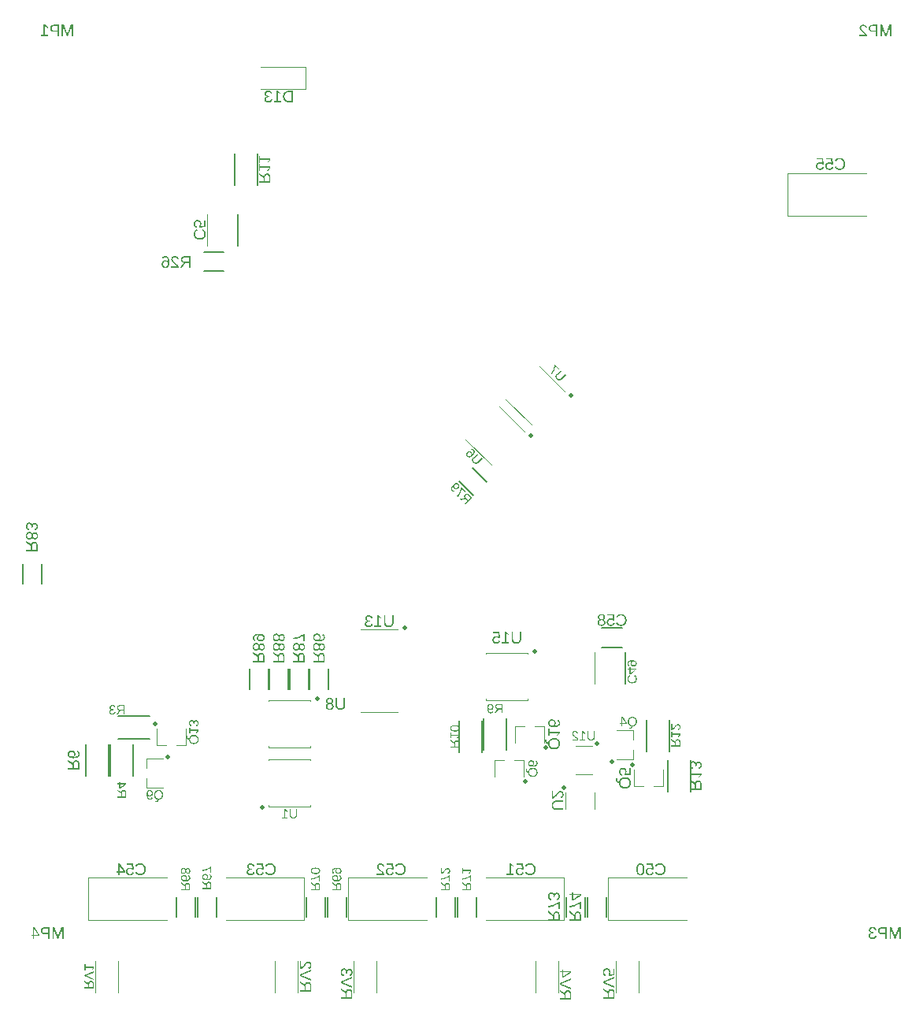
<source format=gbo>
G04 EAGLE Gerber RS-274X export*
G75*
%MOMM*%
%FSLAX34Y34*%
%LPD*%
%INSilkscreen Bottom*%
%IPPOS*%
%AMOC8*
5,1,8,0,0,1.08239X$1,22.5*%
G01*
G04 Define Apertures*
%ADD10C,0.127000*%
%ADD11C,0.500000*%
%ADD12C,0.120000*%
G36*
X62029Y1076441D02*
X56835Y1076441D01*
X56330Y1076426D01*
X55855Y1076380D01*
X55410Y1076304D01*
X54993Y1076198D01*
X54606Y1076061D01*
X54248Y1075894D01*
X53920Y1075696D01*
X53620Y1075469D01*
X53354Y1075213D01*
X53122Y1074933D01*
X52927Y1074627D01*
X52766Y1074297D01*
X52642Y1073942D01*
X52553Y1073562D01*
X52500Y1073157D01*
X52482Y1072727D01*
X52500Y1072300D01*
X52553Y1071896D01*
X52643Y1071514D01*
X52768Y1071155D01*
X52928Y1070818D01*
X53125Y1070504D01*
X53357Y1070212D01*
X53625Y1069942D01*
X53923Y1069700D01*
X54247Y1069490D01*
X54597Y1069312D01*
X54972Y1069167D01*
X55373Y1069054D01*
X55800Y1068973D01*
X56252Y1068925D01*
X56730Y1068908D01*
X60356Y1068908D01*
X60356Y1064100D01*
X62029Y1064100D01*
X62029Y1076441D01*
G37*
%LPC*%
G36*
X56966Y1070231D02*
X56627Y1070241D01*
X56309Y1070270D01*
X56014Y1070318D01*
X55740Y1070386D01*
X55488Y1070473D01*
X55258Y1070580D01*
X55050Y1070705D01*
X54864Y1070851D01*
X54700Y1071015D01*
X54558Y1071199D01*
X54437Y1071403D01*
X54339Y1071625D01*
X54262Y1071867D01*
X54207Y1072129D01*
X54174Y1072409D01*
X54163Y1072710D01*
X54175Y1072999D01*
X54208Y1073270D01*
X54264Y1073522D01*
X54343Y1073756D01*
X54444Y1073971D01*
X54567Y1074167D01*
X54713Y1074344D01*
X54882Y1074503D01*
X55072Y1074643D01*
X55286Y1074764D01*
X55521Y1074867D01*
X55779Y1074951D01*
X56060Y1075017D01*
X56363Y1075063D01*
X56688Y1075091D01*
X57036Y1075101D01*
X60356Y1075101D01*
X60356Y1070231D01*
X56966Y1070231D01*
G37*
%LPD*%
G36*
X66473Y1072333D02*
X66454Y1073673D01*
X66395Y1074961D01*
X66802Y1073564D01*
X66989Y1072993D01*
X67165Y1072508D01*
X70353Y1064100D01*
X71527Y1064100D01*
X74759Y1072508D01*
X75249Y1073997D01*
X75538Y1074961D01*
X75512Y1073988D01*
X75477Y1072333D01*
X75477Y1064100D01*
X76966Y1064100D01*
X76966Y1076441D01*
X74768Y1076441D01*
X71483Y1067884D01*
X71311Y1067348D01*
X71146Y1066776D01*
X70931Y1065922D01*
X70823Y1066363D01*
X70638Y1066986D01*
X70451Y1067567D01*
X70336Y1067884D01*
X67113Y1076441D01*
X64967Y1076441D01*
X64967Y1064100D01*
X66473Y1064100D01*
X66473Y1072333D01*
G37*
G36*
X50165Y1065440D02*
X47021Y1065440D01*
X47021Y1074934D01*
X49806Y1072946D01*
X49806Y1074435D01*
X46889Y1076441D01*
X45435Y1076441D01*
X45435Y1065440D01*
X42431Y1065440D01*
X42431Y1064100D01*
X50165Y1064100D01*
X50165Y1065440D01*
G37*
G36*
X942029Y1076441D02*
X936835Y1076441D01*
X936330Y1076426D01*
X935855Y1076380D01*
X935410Y1076304D01*
X934993Y1076198D01*
X934606Y1076061D01*
X934248Y1075894D01*
X933920Y1075696D01*
X933620Y1075469D01*
X933354Y1075213D01*
X933122Y1074933D01*
X932927Y1074627D01*
X932766Y1074297D01*
X932642Y1073942D01*
X932553Y1073562D01*
X932500Y1073157D01*
X932482Y1072727D01*
X932500Y1072300D01*
X932553Y1071896D01*
X932643Y1071514D01*
X932768Y1071155D01*
X932928Y1070818D01*
X933125Y1070504D01*
X933357Y1070212D01*
X933625Y1069942D01*
X933923Y1069700D01*
X934247Y1069490D01*
X934597Y1069312D01*
X934972Y1069167D01*
X935373Y1069054D01*
X935800Y1068973D01*
X936252Y1068925D01*
X936730Y1068908D01*
X940356Y1068908D01*
X940356Y1064100D01*
X942029Y1064100D01*
X942029Y1076441D01*
G37*
%LPC*%
G36*
X936966Y1070231D02*
X936627Y1070241D01*
X936309Y1070270D01*
X936014Y1070318D01*
X935740Y1070386D01*
X935488Y1070473D01*
X935258Y1070580D01*
X935050Y1070705D01*
X934864Y1070851D01*
X934700Y1071015D01*
X934558Y1071199D01*
X934437Y1071403D01*
X934339Y1071625D01*
X934262Y1071867D01*
X934207Y1072129D01*
X934174Y1072409D01*
X934163Y1072710D01*
X934175Y1072999D01*
X934208Y1073270D01*
X934264Y1073522D01*
X934343Y1073756D01*
X934444Y1073971D01*
X934567Y1074167D01*
X934713Y1074344D01*
X934882Y1074503D01*
X935072Y1074643D01*
X935286Y1074764D01*
X935521Y1074867D01*
X935779Y1074951D01*
X936060Y1075017D01*
X936363Y1075063D01*
X936688Y1075091D01*
X937036Y1075101D01*
X940356Y1075101D01*
X940356Y1070231D01*
X936966Y1070231D01*
G37*
%LPD*%
G36*
X946473Y1072333D02*
X946454Y1073673D01*
X946395Y1074961D01*
X946802Y1073564D01*
X946989Y1072993D01*
X947165Y1072508D01*
X950353Y1064100D01*
X951527Y1064100D01*
X954759Y1072508D01*
X955249Y1073997D01*
X955538Y1074961D01*
X955512Y1073988D01*
X955477Y1072333D01*
X955477Y1064100D01*
X956966Y1064100D01*
X956966Y1076441D01*
X954768Y1076441D01*
X951483Y1067884D01*
X951311Y1067348D01*
X951146Y1066776D01*
X950931Y1065922D01*
X950823Y1066363D01*
X950638Y1066986D01*
X950451Y1067567D01*
X950336Y1067884D01*
X947113Y1076441D01*
X944967Y1076441D01*
X944967Y1064100D01*
X946473Y1064100D01*
X946473Y1072333D01*
G37*
G36*
X930629Y1065212D02*
X930393Y1065710D01*
X930133Y1066177D01*
X929848Y1066614D01*
X929539Y1067021D01*
X929213Y1067404D01*
X928879Y1067768D01*
X928536Y1068113D01*
X928186Y1068440D01*
X927479Y1069052D01*
X926780Y1069618D01*
X926117Y1070161D01*
X925523Y1070704D01*
X925256Y1070979D01*
X925016Y1071260D01*
X924803Y1071548D01*
X924616Y1071843D01*
X924465Y1072150D01*
X924357Y1072478D01*
X924292Y1072825D01*
X924270Y1073191D01*
X924280Y1073438D01*
X924308Y1073671D01*
X924354Y1073889D01*
X924419Y1074093D01*
X924503Y1074283D01*
X924605Y1074459D01*
X924726Y1074621D01*
X924866Y1074768D01*
X925022Y1074899D01*
X925193Y1075013D01*
X925378Y1075109D01*
X925578Y1075188D01*
X925792Y1075250D01*
X926021Y1075293D01*
X926264Y1075320D01*
X926521Y1075328D01*
X926768Y1075320D01*
X927003Y1075294D01*
X927227Y1075251D01*
X927440Y1075192D01*
X927642Y1075115D01*
X927833Y1075021D01*
X928012Y1074909D01*
X928181Y1074781D01*
X928336Y1074637D01*
X928474Y1074480D01*
X928595Y1074308D01*
X928699Y1074123D01*
X928786Y1073924D01*
X928857Y1073711D01*
X928911Y1073484D01*
X928948Y1073244D01*
X930559Y1073393D01*
X930501Y1073753D01*
X930415Y1074095D01*
X930300Y1074418D01*
X930157Y1074722D01*
X929986Y1075007D01*
X929786Y1075273D01*
X929558Y1075520D01*
X929302Y1075749D01*
X929022Y1075954D01*
X928723Y1076132D01*
X928404Y1076283D01*
X928066Y1076406D01*
X927709Y1076502D01*
X927332Y1076570D01*
X926937Y1076611D01*
X926521Y1076625D01*
X926068Y1076611D01*
X925643Y1076570D01*
X925244Y1076501D01*
X924872Y1076405D01*
X924526Y1076281D01*
X924208Y1076130D01*
X923917Y1075951D01*
X923653Y1075744D01*
X923418Y1075513D01*
X923214Y1075258D01*
X923042Y1074980D01*
X922901Y1074679D01*
X922791Y1074355D01*
X922713Y1074008D01*
X922666Y1073637D01*
X922650Y1073244D01*
X922671Y1072885D01*
X922732Y1072528D01*
X922835Y1072172D01*
X922979Y1071816D01*
X923163Y1071462D01*
X923387Y1071107D01*
X923651Y1070752D01*
X923955Y1070397D01*
X924353Y1069994D01*
X924899Y1069493D01*
X925592Y1068895D01*
X926434Y1068199D01*
X926912Y1067797D01*
X927338Y1067416D01*
X927713Y1067055D01*
X928037Y1066714D01*
X928314Y1066387D01*
X928549Y1066065D01*
X928743Y1065750D01*
X928895Y1065440D01*
X922457Y1065440D01*
X922457Y1064100D01*
X930629Y1064100D01*
X930629Y1065212D01*
G37*
G36*
X952029Y106441D02*
X946835Y106441D01*
X946330Y106426D01*
X945855Y106380D01*
X945410Y106304D01*
X944993Y106198D01*
X944606Y106061D01*
X944248Y105894D01*
X943920Y105696D01*
X943620Y105469D01*
X943354Y105213D01*
X943122Y104933D01*
X942927Y104627D01*
X942766Y104297D01*
X942642Y103942D01*
X942553Y103562D01*
X942500Y103157D01*
X942482Y102727D01*
X942500Y102300D01*
X942553Y101896D01*
X942643Y101514D01*
X942768Y101155D01*
X942928Y100818D01*
X943125Y100504D01*
X943357Y100212D01*
X943625Y99942D01*
X943923Y99700D01*
X944247Y99490D01*
X944597Y99312D01*
X944972Y99167D01*
X945373Y99054D01*
X945800Y98973D01*
X946252Y98925D01*
X946730Y98908D01*
X950356Y98908D01*
X950356Y94100D01*
X952029Y94100D01*
X952029Y106441D01*
G37*
%LPC*%
G36*
X946966Y100231D02*
X946627Y100241D01*
X946309Y100270D01*
X946014Y100318D01*
X945740Y100386D01*
X945488Y100473D01*
X945258Y100580D01*
X945050Y100705D01*
X944864Y100851D01*
X944700Y101015D01*
X944558Y101199D01*
X944437Y101403D01*
X944339Y101625D01*
X944262Y101867D01*
X944207Y102129D01*
X944174Y102409D01*
X944163Y102710D01*
X944175Y102999D01*
X944208Y103270D01*
X944264Y103522D01*
X944343Y103756D01*
X944444Y103971D01*
X944567Y104167D01*
X944713Y104344D01*
X944882Y104503D01*
X945072Y104643D01*
X945286Y104764D01*
X945521Y104867D01*
X945779Y104951D01*
X946060Y105017D01*
X946363Y105063D01*
X946688Y105091D01*
X947036Y105101D01*
X950356Y105101D01*
X950356Y100231D01*
X946966Y100231D01*
G37*
%LPD*%
G36*
X956473Y102333D02*
X956454Y103673D01*
X956395Y104961D01*
X956802Y103564D01*
X956989Y102993D01*
X957165Y102508D01*
X960353Y94100D01*
X961527Y94100D01*
X964759Y102508D01*
X965249Y103997D01*
X965538Y104961D01*
X965512Y103988D01*
X965477Y102333D01*
X965477Y94100D01*
X966966Y94100D01*
X966966Y106441D01*
X964768Y106441D01*
X961483Y97884D01*
X961311Y97348D01*
X961146Y96776D01*
X960931Y95922D01*
X960823Y96363D01*
X960638Y96986D01*
X960451Y97567D01*
X960336Y97884D01*
X957113Y106441D01*
X954967Y106441D01*
X954967Y94100D01*
X956473Y94100D01*
X956473Y102333D01*
G37*
G36*
X936987Y93938D02*
X937420Y93978D01*
X937829Y94044D01*
X938215Y94136D01*
X938577Y94255D01*
X938915Y94400D01*
X939230Y94572D01*
X939521Y94770D01*
X939786Y94994D01*
X940023Y95243D01*
X940231Y95518D01*
X940411Y95818D01*
X940563Y96143D01*
X940686Y96494D01*
X940781Y96869D01*
X940848Y97271D01*
X939219Y97419D01*
X939172Y97154D01*
X939108Y96906D01*
X939028Y96675D01*
X938933Y96462D01*
X938821Y96265D01*
X938693Y96085D01*
X938549Y95923D01*
X938389Y95777D01*
X938213Y95649D01*
X938021Y95538D01*
X937813Y95444D01*
X937588Y95367D01*
X937348Y95307D01*
X937091Y95264D01*
X936819Y95238D01*
X936530Y95230D01*
X936240Y95239D01*
X935967Y95267D01*
X935709Y95312D01*
X935467Y95377D01*
X935241Y95459D01*
X935032Y95560D01*
X934838Y95679D01*
X934660Y95817D01*
X934501Y95972D01*
X934363Y96146D01*
X934247Y96337D01*
X934151Y96546D01*
X934077Y96773D01*
X934024Y97017D01*
X933992Y97279D01*
X933981Y97560D01*
X933994Y97805D01*
X934030Y98036D01*
X934090Y98253D01*
X934175Y98456D01*
X934284Y98646D01*
X934417Y98822D01*
X934575Y98984D01*
X934757Y99132D01*
X934961Y99264D01*
X935187Y99379D01*
X935435Y99476D01*
X935704Y99555D01*
X935994Y99617D01*
X936306Y99661D01*
X936639Y99688D01*
X936994Y99697D01*
X937888Y99697D01*
X937888Y101063D01*
X937029Y101063D01*
X936714Y101072D01*
X936418Y101098D01*
X936139Y101142D01*
X935879Y101204D01*
X935637Y101284D01*
X935413Y101381D01*
X935207Y101496D01*
X935019Y101628D01*
X934852Y101776D01*
X934707Y101938D01*
X934584Y102113D01*
X934484Y102301D01*
X934406Y102503D01*
X934350Y102719D01*
X934317Y102949D01*
X934305Y103191D01*
X934315Y103432D01*
X934342Y103660D01*
X934387Y103875D01*
X934451Y104077D01*
X934533Y104266D01*
X934633Y104442D01*
X934751Y104605D01*
X934888Y104755D01*
X935042Y104889D01*
X935214Y105006D01*
X935404Y105104D01*
X935612Y105185D01*
X935837Y105248D01*
X936079Y105293D01*
X936340Y105319D01*
X936618Y105328D01*
X936872Y105320D01*
X937114Y105295D01*
X937343Y105253D01*
X937560Y105195D01*
X937765Y105120D01*
X937957Y105028D01*
X938137Y104919D01*
X938304Y104794D01*
X938456Y104654D01*
X938592Y104500D01*
X938711Y104332D01*
X938813Y104150D01*
X938898Y103955D01*
X938966Y103746D01*
X939018Y103524D01*
X939053Y103288D01*
X940638Y103410D01*
X940580Y103779D01*
X940494Y104126D01*
X940379Y104453D01*
X940236Y104759D01*
X940065Y105044D01*
X939865Y105309D01*
X939637Y105552D01*
X939381Y105775D01*
X939101Y105974D01*
X938802Y106147D01*
X938483Y106293D01*
X938145Y106412D01*
X937788Y106505D01*
X937411Y106572D01*
X937015Y106611D01*
X936600Y106625D01*
X936149Y106611D01*
X935724Y106571D01*
X935324Y106503D01*
X934950Y106409D01*
X934603Y106288D01*
X934281Y106139D01*
X933984Y105964D01*
X933714Y105762D01*
X933473Y105536D01*
X933264Y105288D01*
X933087Y105020D01*
X932942Y104730D01*
X932830Y104418D01*
X932749Y104086D01*
X932701Y103733D01*
X932685Y103358D01*
X932695Y103069D01*
X932726Y102794D01*
X932778Y102533D01*
X932850Y102286D01*
X932943Y102053D01*
X933057Y101833D01*
X933191Y101627D01*
X933346Y101435D01*
X933521Y101258D01*
X933715Y101095D01*
X933927Y100947D01*
X934158Y100815D01*
X934407Y100697D01*
X934676Y100594D01*
X934963Y100506D01*
X935269Y100432D01*
X935269Y100397D01*
X934933Y100350D01*
X934615Y100284D01*
X934317Y100197D01*
X934038Y100091D01*
X933779Y99965D01*
X933538Y99819D01*
X933317Y99654D01*
X933114Y99469D01*
X932934Y99268D01*
X932777Y99054D01*
X932645Y98828D01*
X932536Y98589D01*
X932452Y98337D01*
X932392Y98073D01*
X932356Y97796D01*
X932344Y97507D01*
X932361Y97092D01*
X932411Y96701D01*
X932496Y96335D01*
X932615Y95992D01*
X932768Y95673D01*
X932954Y95379D01*
X933175Y95108D01*
X933430Y94862D01*
X933716Y94642D01*
X934031Y94452D01*
X934375Y94291D01*
X934748Y94159D01*
X935150Y94057D01*
X935581Y93983D01*
X936041Y93940D01*
X936530Y93925D01*
X936987Y93938D01*
G37*
G36*
X52029Y106441D02*
X46835Y106441D01*
X46330Y106426D01*
X45855Y106380D01*
X45410Y106304D01*
X44993Y106198D01*
X44606Y106061D01*
X44248Y105894D01*
X43920Y105696D01*
X43620Y105469D01*
X43354Y105213D01*
X43122Y104933D01*
X42927Y104627D01*
X42766Y104297D01*
X42642Y103942D01*
X42553Y103562D01*
X42500Y103157D01*
X42482Y102727D01*
X42500Y102300D01*
X42553Y101896D01*
X42643Y101514D01*
X42768Y101155D01*
X42928Y100818D01*
X43125Y100504D01*
X43357Y100212D01*
X43625Y99942D01*
X43923Y99700D01*
X44247Y99490D01*
X44597Y99312D01*
X44972Y99167D01*
X45373Y99054D01*
X45800Y98973D01*
X46252Y98925D01*
X46730Y98908D01*
X50356Y98908D01*
X50356Y94100D01*
X52029Y94100D01*
X52029Y106441D01*
G37*
%LPC*%
G36*
X46966Y100231D02*
X46627Y100241D01*
X46309Y100270D01*
X46014Y100318D01*
X45740Y100386D01*
X45488Y100473D01*
X45258Y100580D01*
X45050Y100705D01*
X44864Y100851D01*
X44700Y101015D01*
X44558Y101199D01*
X44437Y101403D01*
X44339Y101625D01*
X44262Y101867D01*
X44207Y102129D01*
X44174Y102409D01*
X44163Y102710D01*
X44175Y102999D01*
X44208Y103270D01*
X44264Y103522D01*
X44343Y103756D01*
X44444Y103971D01*
X44567Y104167D01*
X44713Y104344D01*
X44882Y104503D01*
X45072Y104643D01*
X45286Y104764D01*
X45521Y104867D01*
X45779Y104951D01*
X46060Y105017D01*
X46363Y105063D01*
X46688Y105091D01*
X47036Y105101D01*
X50356Y105101D01*
X50356Y100231D01*
X46966Y100231D01*
G37*
%LPD*%
G36*
X56473Y102333D02*
X56454Y103673D01*
X56395Y104961D01*
X56802Y103564D01*
X56989Y102993D01*
X57165Y102508D01*
X60353Y94100D01*
X61527Y94100D01*
X64759Y102508D01*
X65249Y103997D01*
X65538Y104961D01*
X65512Y103988D01*
X65477Y102333D01*
X65477Y94100D01*
X66966Y94100D01*
X66966Y106441D01*
X64768Y106441D01*
X61483Y97884D01*
X61311Y97348D01*
X61146Y96776D01*
X60931Y95922D01*
X60823Y96363D01*
X60638Y96986D01*
X60451Y97567D01*
X60336Y97884D01*
X57113Y106441D01*
X54967Y106441D01*
X54967Y94100D01*
X56473Y94100D01*
X56473Y102333D01*
G37*
G36*
X35304Y96894D02*
X41120Y96894D01*
X41120Y98120D01*
X35470Y106441D01*
X33815Y106441D01*
X33815Y98138D01*
X32081Y98138D01*
X32081Y96894D01*
X33815Y96894D01*
X33815Y94100D01*
X35304Y94100D01*
X35304Y96894D01*
G37*
%LPC*%
G36*
X35304Y98138D02*
X35304Y104663D01*
X35549Y104199D01*
X35891Y103621D01*
X39053Y98961D01*
X39526Y98313D01*
X39666Y98138D01*
X35304Y98138D01*
G37*
%LPD*%
G36*
X289201Y912247D02*
X289186Y912753D01*
X289142Y913230D01*
X289070Y913677D01*
X288968Y914094D01*
X288836Y914482D01*
X288676Y914839D01*
X288487Y915167D01*
X288268Y915466D01*
X288023Y915732D01*
X287756Y915962D01*
X287466Y916157D01*
X287152Y916317D01*
X286816Y916441D01*
X286457Y916529D01*
X286076Y916582D01*
X285671Y916600D01*
X285334Y916588D01*
X285011Y916550D01*
X284701Y916487D01*
X284405Y916400D01*
X284123Y916287D01*
X283855Y916149D01*
X283600Y915987D01*
X283359Y915799D01*
X283135Y915589D01*
X282934Y915360D01*
X282753Y915112D01*
X282687Y915001D01*
X282595Y914845D01*
X282458Y914559D01*
X282342Y914254D01*
X282249Y913930D01*
X282176Y913587D01*
X279913Y915079D01*
X276860Y917091D01*
X276860Y915164D01*
X281984Y911958D01*
X281984Y908113D01*
X276860Y908113D01*
X276860Y906440D01*
X289201Y906440D01*
X289201Y912247D01*
G37*
%LPC*%
G36*
X283306Y908113D02*
X283306Y912151D01*
X283316Y912472D01*
X283345Y912775D01*
X283393Y913058D01*
X283461Y913323D01*
X283547Y913570D01*
X283654Y913797D01*
X283779Y914006D01*
X283924Y914196D01*
X284086Y914365D01*
X284263Y914512D01*
X284456Y914636D01*
X284665Y914738D01*
X284889Y914817D01*
X285128Y914873D01*
X285383Y914907D01*
X285654Y914918D01*
X285915Y914907D01*
X286160Y914873D01*
X286390Y914816D01*
X286603Y914736D01*
X286800Y914633D01*
X286981Y914507D01*
X287147Y914359D01*
X287296Y914187D01*
X287428Y913994D01*
X287543Y913781D01*
X287640Y913548D01*
X287720Y913295D01*
X287781Y913021D01*
X287825Y912728D01*
X287852Y912414D01*
X287861Y912081D01*
X287861Y908113D01*
X283306Y908113D01*
G37*
%LPD*%
G36*
X278200Y922448D02*
X287694Y922448D01*
X285706Y919663D01*
X287195Y919663D01*
X289201Y922580D01*
X289201Y924033D01*
X278200Y924033D01*
X278200Y927038D01*
X276860Y927038D01*
X276860Y919304D01*
X278200Y919304D01*
X278200Y922448D01*
G37*
G36*
X278200Y931073D02*
X287694Y931073D01*
X285706Y928288D01*
X287195Y928288D01*
X289201Y931205D01*
X289201Y932658D01*
X278200Y932658D01*
X278200Y935663D01*
X276860Y935663D01*
X276860Y927929D01*
X278200Y927929D01*
X278200Y931073D01*
G37*
G36*
X83944Y281560D02*
X83929Y282066D01*
X83885Y282542D01*
X83813Y282989D01*
X83711Y283407D01*
X83579Y283794D01*
X83419Y284152D01*
X83230Y284480D01*
X83011Y284778D01*
X82766Y285044D01*
X82499Y285275D01*
X82209Y285470D01*
X81895Y285629D01*
X81559Y285753D01*
X81200Y285842D01*
X80819Y285895D01*
X80414Y285913D01*
X80077Y285900D01*
X79754Y285863D01*
X79444Y285800D01*
X79148Y285712D01*
X78866Y285600D01*
X78598Y285462D01*
X78343Y285299D01*
X78102Y285111D01*
X77878Y284901D01*
X77677Y284672D01*
X77496Y284425D01*
X77430Y284314D01*
X77338Y284158D01*
X77201Y283872D01*
X77085Y283567D01*
X76992Y283243D01*
X76919Y282900D01*
X74656Y284391D01*
X71603Y286403D01*
X71603Y284476D01*
X76727Y281271D01*
X76727Y277426D01*
X71603Y277426D01*
X71603Y275753D01*
X83944Y275753D01*
X83944Y281560D01*
G37*
%LPC*%
G36*
X78049Y277426D02*
X78049Y281463D01*
X78059Y281785D01*
X78088Y282087D01*
X78136Y282371D01*
X78204Y282636D01*
X78290Y282882D01*
X78397Y283110D01*
X78522Y283318D01*
X78667Y283508D01*
X78829Y283678D01*
X79006Y283825D01*
X79199Y283949D01*
X79408Y284050D01*
X79632Y284129D01*
X79871Y284186D01*
X80126Y284220D01*
X80397Y284231D01*
X80658Y284220D01*
X80903Y284185D01*
X81133Y284128D01*
X81346Y284048D01*
X81543Y283945D01*
X81724Y283820D01*
X81890Y283671D01*
X82039Y283500D01*
X82171Y283307D01*
X82286Y283094D01*
X82383Y282861D01*
X82463Y282607D01*
X82524Y282334D01*
X82568Y282040D01*
X82595Y281727D01*
X82604Y281393D01*
X82604Y277426D01*
X78049Y277426D01*
G37*
%LPD*%
G36*
X78267Y288179D02*
X78998Y288233D01*
X79684Y288322D01*
X80322Y288448D01*
X80914Y288609D01*
X81460Y288806D01*
X81959Y289039D01*
X82411Y289308D01*
X82813Y289610D01*
X83162Y289943D01*
X83457Y290306D01*
X83699Y290699D01*
X83886Y291122D01*
X83960Y291345D01*
X84020Y291576D01*
X84067Y291815D01*
X84101Y292060D01*
X84121Y292314D01*
X84128Y292575D01*
X84118Y292916D01*
X84088Y293241D01*
X84039Y293550D01*
X83971Y293843D01*
X83882Y294120D01*
X83774Y294380D01*
X83647Y294624D01*
X83499Y294852D01*
X83332Y295064D01*
X83146Y295260D01*
X82940Y295440D01*
X82714Y295603D01*
X82468Y295751D01*
X82203Y295882D01*
X81918Y295997D01*
X81614Y296096D01*
X81343Y294590D01*
X81696Y294456D01*
X82002Y294289D01*
X82261Y294086D01*
X82472Y293850D01*
X82637Y293578D01*
X82755Y293273D01*
X82825Y292932D01*
X82849Y292558D01*
X82829Y292230D01*
X82770Y291921D01*
X82672Y291632D01*
X82535Y291361D01*
X82358Y291109D01*
X82142Y290877D01*
X81887Y290663D01*
X81592Y290469D01*
X81260Y290295D01*
X80893Y290145D01*
X80491Y290018D01*
X80054Y289914D01*
X79581Y289833D01*
X79074Y289775D01*
X78531Y289740D01*
X77953Y289729D01*
X78328Y289965D01*
X78655Y290245D01*
X78934Y290569D01*
X79166Y290937D01*
X79348Y291341D01*
X79478Y291774D01*
X79524Y292001D01*
X79556Y292235D01*
X79576Y292476D01*
X79582Y292724D01*
X79565Y293140D01*
X79515Y293534D01*
X79432Y293906D01*
X79315Y294256D01*
X79165Y294584D01*
X78981Y294889D01*
X78764Y295173D01*
X78513Y295435D01*
X78235Y295670D01*
X77933Y295874D01*
X77609Y296046D01*
X77261Y296187D01*
X76890Y296297D01*
X76497Y296375D01*
X76080Y296422D01*
X75641Y296438D01*
X75165Y296421D01*
X74716Y296371D01*
X74292Y296289D01*
X73893Y296173D01*
X73521Y296024D01*
X73174Y295842D01*
X72853Y295626D01*
X72558Y295378D01*
X72293Y295100D01*
X72063Y294798D01*
X71869Y294470D01*
X71710Y294117D01*
X71587Y293738D01*
X71498Y293335D01*
X71446Y292906D01*
X71428Y292453D01*
X71434Y292196D01*
X71452Y291947D01*
X71525Y291472D01*
X71646Y291027D01*
X71815Y290613D01*
X72033Y290230D01*
X72300Y289878D01*
X72615Y289556D01*
X72978Y289264D01*
X73388Y289006D01*
X73841Y288782D01*
X74339Y288592D01*
X74881Y288437D01*
X75467Y288316D01*
X76097Y288230D01*
X76771Y288178D01*
X77489Y288161D01*
X78267Y288179D01*
G37*
%LPC*%
G36*
X75598Y289897D02*
X75266Y289930D01*
X74949Y289985D01*
X74649Y290063D01*
X74365Y290162D01*
X74096Y290283D01*
X73845Y290426D01*
X73609Y290591D01*
X73395Y290774D01*
X73210Y290969D01*
X73054Y291176D01*
X72926Y291396D01*
X72826Y291628D01*
X72755Y291873D01*
X72712Y292130D01*
X72698Y292400D01*
X72710Y292677D01*
X72746Y292939D01*
X72806Y293185D01*
X72889Y293416D01*
X72997Y293632D01*
X73129Y293832D01*
X73285Y294017D01*
X73464Y294187D01*
X73665Y294339D01*
X73883Y294470D01*
X74120Y294582D01*
X74374Y294673D01*
X74646Y294744D01*
X74936Y294794D01*
X75245Y294825D01*
X75571Y294835D01*
X75896Y294825D01*
X76202Y294794D01*
X76489Y294743D01*
X76757Y294671D01*
X77006Y294578D01*
X77236Y294465D01*
X77446Y294332D01*
X77638Y294178D01*
X77808Y294006D01*
X77956Y293817D01*
X78081Y293613D01*
X78183Y293392D01*
X78262Y293155D01*
X78319Y292902D01*
X78353Y292633D01*
X78365Y292347D01*
X78355Y292078D01*
X78324Y291822D01*
X78274Y291580D01*
X78204Y291350D01*
X78113Y291134D01*
X78002Y290931D01*
X77872Y290741D01*
X77721Y290565D01*
X77552Y290406D01*
X77369Y290268D01*
X77170Y290151D01*
X76956Y290056D01*
X76726Y289982D01*
X76482Y289929D01*
X76222Y289897D01*
X75947Y289886D01*
X75598Y289897D01*
G37*
%LPD*%
G36*
X128027Y339377D02*
X131102Y339377D01*
X131102Y335280D01*
X132440Y335280D01*
X132440Y345148D01*
X127796Y345148D01*
X127391Y345137D01*
X127010Y345102D01*
X126653Y345043D01*
X126319Y344962D01*
X126009Y344857D01*
X125723Y344729D01*
X125461Y344577D01*
X125222Y344402D01*
X125010Y344207D01*
X124825Y343993D01*
X124670Y343761D01*
X124542Y343510D01*
X124443Y343242D01*
X124372Y342955D01*
X124329Y342649D01*
X124315Y342326D01*
X124325Y342056D01*
X124355Y341798D01*
X124405Y341550D01*
X124475Y341314D01*
X124566Y341088D01*
X124676Y340873D01*
X124806Y340670D01*
X124956Y340477D01*
X125124Y340298D01*
X125307Y340137D01*
X125505Y339993D01*
X125594Y339940D01*
X125719Y339866D01*
X125947Y339756D01*
X126191Y339664D01*
X126450Y339589D01*
X126725Y339531D01*
X125532Y337722D01*
X123923Y335280D01*
X125464Y335280D01*
X128027Y339377D01*
G37*
%LPC*%
G36*
X127873Y340435D02*
X127616Y340443D01*
X127374Y340466D01*
X127147Y340504D01*
X126936Y340558D01*
X126739Y340628D01*
X126557Y340713D01*
X126390Y340813D01*
X126238Y340929D01*
X126102Y341058D01*
X125985Y341200D01*
X125886Y341355D01*
X125804Y341521D01*
X125741Y341700D01*
X125696Y341892D01*
X125669Y342096D01*
X125660Y342312D01*
X125669Y342521D01*
X125697Y342717D01*
X125742Y342900D01*
X125806Y343071D01*
X125888Y343229D01*
X125989Y343374D01*
X126108Y343506D01*
X126245Y343625D01*
X126399Y343731D01*
X126569Y343823D01*
X126756Y343900D01*
X126958Y343964D01*
X127177Y344013D01*
X127412Y344049D01*
X127662Y344070D01*
X127929Y344077D01*
X131102Y344077D01*
X131102Y340435D01*
X127873Y340435D01*
G37*
%LPD*%
G36*
X119639Y335151D02*
X119985Y335182D01*
X120312Y335235D01*
X120621Y335309D01*
X120910Y335404D01*
X121181Y335520D01*
X121432Y335657D01*
X121665Y335816D01*
X121877Y335995D01*
X122066Y336194D01*
X122233Y336414D01*
X122377Y336654D01*
X122498Y336914D01*
X122597Y337194D01*
X122673Y337495D01*
X122726Y337815D01*
X121424Y337934D01*
X121386Y337722D01*
X121335Y337524D01*
X121271Y337339D01*
X121195Y337168D01*
X121105Y337011D01*
X121003Y336867D01*
X120888Y336737D01*
X120760Y336621D01*
X120619Y336519D01*
X120465Y336430D01*
X120299Y336354D01*
X120120Y336293D01*
X119927Y336245D01*
X119722Y336211D01*
X119504Y336190D01*
X119273Y336183D01*
X119042Y336191D01*
X118823Y336213D01*
X118617Y336249D01*
X118423Y336301D01*
X118243Y336367D01*
X118075Y336447D01*
X117920Y336543D01*
X117778Y336653D01*
X117651Y336777D01*
X117541Y336916D01*
X117447Y337069D01*
X117371Y337236D01*
X117312Y337417D01*
X117269Y337613D01*
X117244Y337822D01*
X117235Y338046D01*
X117245Y338242D01*
X117274Y338427D01*
X117322Y338601D01*
X117390Y338764D01*
X117477Y338915D01*
X117584Y339056D01*
X117710Y339185D01*
X117855Y339304D01*
X118019Y339410D01*
X118199Y339501D01*
X118397Y339579D01*
X118612Y339642D01*
X118845Y339692D01*
X119094Y339727D01*
X119361Y339748D01*
X119645Y339755D01*
X120359Y339755D01*
X120359Y340848D01*
X119673Y340848D01*
X119421Y340855D01*
X119183Y340876D01*
X118961Y340912D01*
X118752Y340961D01*
X118559Y341024D01*
X118380Y341102D01*
X118215Y341194D01*
X118065Y341300D01*
X117931Y341418D01*
X117815Y341547D01*
X117717Y341687D01*
X117637Y341838D01*
X117575Y342000D01*
X117530Y342172D01*
X117503Y342356D01*
X117494Y342550D01*
X117502Y342743D01*
X117524Y342925D01*
X117560Y343097D01*
X117611Y343258D01*
X117676Y343409D01*
X117756Y343550D01*
X117851Y343680D01*
X117960Y343800D01*
X118084Y343908D01*
X118221Y344001D01*
X118373Y344080D01*
X118539Y344144D01*
X118719Y344194D01*
X118913Y344230D01*
X119121Y344252D01*
X119343Y344259D01*
X119547Y344252D01*
X119740Y344232D01*
X119924Y344199D01*
X120097Y344152D01*
X120261Y344092D01*
X120414Y344019D01*
X120558Y343932D01*
X120692Y343832D01*
X120814Y343719D01*
X120922Y343596D01*
X121017Y343462D01*
X121099Y343317D01*
X121167Y343161D01*
X121222Y342994D01*
X121263Y342816D01*
X121290Y342627D01*
X122558Y342725D01*
X122512Y343020D01*
X122443Y343298D01*
X122351Y343559D01*
X122237Y343804D01*
X122100Y344032D01*
X121940Y344243D01*
X121758Y344438D01*
X121553Y344616D01*
X121329Y344775D01*
X121090Y344913D01*
X120835Y345030D01*
X120565Y345126D01*
X120279Y345200D01*
X119978Y345253D01*
X119661Y345285D01*
X119329Y345295D01*
X118969Y345285D01*
X118628Y345252D01*
X118309Y345198D01*
X118010Y345123D01*
X117732Y345026D01*
X117474Y344907D01*
X117238Y344767D01*
X117022Y344606D01*
X116829Y344425D01*
X116662Y344227D01*
X116520Y344012D01*
X116404Y343780D01*
X116314Y343531D01*
X116250Y343265D01*
X116212Y342983D01*
X116199Y342683D01*
X116207Y342452D01*
X116232Y342232D01*
X116273Y342024D01*
X116331Y341826D01*
X116405Y341639D01*
X116496Y341464D01*
X116604Y341299D01*
X116727Y341146D01*
X116867Y341004D01*
X117022Y340874D01*
X117192Y340755D01*
X117376Y340649D01*
X117576Y340555D01*
X117791Y340473D01*
X118020Y340402D01*
X118265Y340344D01*
X118265Y340316D01*
X117996Y340278D01*
X117742Y340225D01*
X117504Y340156D01*
X117281Y340071D01*
X117073Y339970D01*
X116881Y339853D01*
X116704Y339721D01*
X116542Y339573D01*
X116397Y339412D01*
X116272Y339242D01*
X116166Y339061D01*
X116080Y338869D01*
X116012Y338668D01*
X115964Y338457D01*
X115935Y338236D01*
X115926Y338004D01*
X115939Y337673D01*
X115980Y337360D01*
X116048Y337067D01*
X116143Y336793D01*
X116265Y336538D01*
X116414Y336303D01*
X116590Y336086D01*
X116794Y335889D01*
X117023Y335714D01*
X117275Y335561D01*
X117550Y335433D01*
X117848Y335327D01*
X118170Y335245D01*
X118514Y335187D01*
X118882Y335152D01*
X119273Y335140D01*
X119639Y335151D01*
G37*
G36*
X134328Y250398D02*
X134317Y250802D01*
X134282Y251184D01*
X134223Y251541D01*
X134142Y251875D01*
X134037Y252184D01*
X133909Y252471D01*
X133757Y252733D01*
X133582Y252972D01*
X133387Y253184D01*
X133173Y253368D01*
X132941Y253524D01*
X132690Y253652D01*
X132422Y253751D01*
X132135Y253822D01*
X131829Y253864D01*
X131506Y253879D01*
X131236Y253869D01*
X130978Y253838D01*
X130730Y253788D01*
X130494Y253718D01*
X130268Y253628D01*
X130053Y253518D01*
X129850Y253388D01*
X129657Y253238D01*
X129478Y253070D01*
X129317Y252887D01*
X129173Y252689D01*
X129120Y252600D01*
X129046Y252475D01*
X128936Y252246D01*
X128844Y252003D01*
X128769Y251744D01*
X128711Y251469D01*
X126902Y252662D01*
X124460Y254271D01*
X124460Y252730D01*
X128557Y250167D01*
X128557Y247092D01*
X124460Y247092D01*
X124460Y245754D01*
X134328Y245754D01*
X134328Y250398D01*
G37*
%LPC*%
G36*
X129615Y247092D02*
X129615Y250321D01*
X129623Y250577D01*
X129646Y250819D01*
X129684Y251046D01*
X129738Y251258D01*
X129808Y251455D01*
X129893Y251637D01*
X129993Y251804D01*
X130109Y251956D01*
X130238Y252091D01*
X130380Y252209D01*
X130535Y252308D01*
X130701Y252389D01*
X130880Y252453D01*
X131072Y252498D01*
X131276Y252525D01*
X131492Y252534D01*
X131701Y252525D01*
X131897Y252497D01*
X132080Y252452D01*
X132251Y252388D01*
X132409Y252305D01*
X132554Y252205D01*
X132686Y252086D01*
X132805Y251949D01*
X132911Y251795D01*
X133003Y251624D01*
X133080Y251438D01*
X133144Y251235D01*
X133193Y251017D01*
X133229Y250782D01*
X133250Y250531D01*
X133257Y250265D01*
X133257Y247092D01*
X129615Y247092D01*
G37*
%LPD*%
G36*
X134328Y259768D02*
X134328Y261092D01*
X127689Y261092D01*
X127689Y262478D01*
X126694Y262478D01*
X126694Y261092D01*
X124460Y261092D01*
X124460Y259901D01*
X126694Y259901D01*
X126694Y255250D01*
X127675Y255250D01*
X134328Y259768D01*
G37*
%LPC*%
G36*
X127689Y259901D02*
X132907Y259901D01*
X132535Y259705D01*
X132073Y259432D01*
X128347Y256903D01*
X127829Y256525D01*
X127689Y256413D01*
X127689Y259901D01*
G37*
%LPD*%
G36*
X534427Y340647D02*
X537502Y340647D01*
X537502Y336550D01*
X538840Y336550D01*
X538840Y346418D01*
X534196Y346418D01*
X533791Y346407D01*
X533410Y346372D01*
X533053Y346313D01*
X532719Y346232D01*
X532409Y346127D01*
X532123Y345999D01*
X531861Y345847D01*
X531622Y345672D01*
X531410Y345477D01*
X531225Y345263D01*
X531070Y345031D01*
X530942Y344780D01*
X530843Y344512D01*
X530772Y344225D01*
X530729Y343919D01*
X530715Y343596D01*
X530725Y343326D01*
X530755Y343068D01*
X530805Y342820D01*
X530875Y342584D01*
X530966Y342358D01*
X531076Y342143D01*
X531206Y341940D01*
X531356Y341747D01*
X531524Y341568D01*
X531707Y341407D01*
X531905Y341263D01*
X531994Y341210D01*
X532119Y341136D01*
X532347Y341026D01*
X532591Y340934D01*
X532850Y340859D01*
X533125Y340801D01*
X531932Y338992D01*
X530323Y336550D01*
X531864Y336550D01*
X534427Y340647D01*
G37*
%LPC*%
G36*
X534273Y341705D02*
X534016Y341713D01*
X533774Y341736D01*
X533547Y341774D01*
X533336Y341828D01*
X533139Y341898D01*
X532957Y341983D01*
X532790Y342083D01*
X532638Y342199D01*
X532502Y342328D01*
X532385Y342470D01*
X532286Y342625D01*
X532204Y342791D01*
X532141Y342970D01*
X532096Y343162D01*
X532069Y343366D01*
X532060Y343582D01*
X532069Y343791D01*
X532097Y343987D01*
X532142Y344170D01*
X532206Y344341D01*
X532288Y344499D01*
X532389Y344644D01*
X532508Y344776D01*
X532645Y344895D01*
X532799Y345001D01*
X532969Y345093D01*
X533156Y345170D01*
X533358Y345234D01*
X533577Y345283D01*
X533812Y345319D01*
X534062Y345340D01*
X534329Y345347D01*
X537502Y345347D01*
X537502Y341705D01*
X534273Y341705D01*
G37*
%LPD*%
G36*
X526228Y336418D02*
X526496Y336440D01*
X526749Y336478D01*
X526987Y336532D01*
X527212Y336600D01*
X527422Y336684D01*
X527618Y336783D01*
X527799Y336897D01*
X527967Y337028D01*
X528123Y337177D01*
X528266Y337346D01*
X528397Y337533D01*
X528516Y337739D01*
X528622Y337964D01*
X528716Y338207D01*
X528797Y338469D01*
X527592Y338658D01*
X527484Y338369D01*
X527346Y338119D01*
X527181Y337907D01*
X526987Y337734D01*
X526764Y337599D01*
X526513Y337503D01*
X526233Y337445D01*
X525926Y337425D01*
X525662Y337441D01*
X525413Y337489D01*
X525180Y337567D01*
X524962Y337678D01*
X524760Y337819D01*
X524573Y337993D01*
X524401Y338198D01*
X524245Y338434D01*
X524105Y338700D01*
X523982Y338992D01*
X523878Y339312D01*
X523791Y339658D01*
X523722Y340031D01*
X523671Y340431D01*
X523637Y340859D01*
X523621Y341313D01*
X523786Y341013D01*
X524001Y340744D01*
X524266Y340507D01*
X524581Y340301D01*
X524929Y340134D01*
X525293Y340014D01*
X525675Y339943D01*
X526073Y339919D01*
X526397Y339933D01*
X526705Y339976D01*
X526996Y340047D01*
X527270Y340146D01*
X527528Y340274D01*
X527769Y340431D01*
X527994Y340616D01*
X528202Y340829D01*
X528389Y341066D01*
X528551Y341322D01*
X528688Y341596D01*
X528801Y341889D01*
X528888Y342200D01*
X528950Y342530D01*
X528988Y342878D01*
X529000Y343246D01*
X528987Y343622D01*
X528946Y343978D01*
X528878Y344313D01*
X528783Y344628D01*
X528661Y344922D01*
X528512Y345195D01*
X528335Y345448D01*
X528132Y345679D01*
X527904Y345887D01*
X527655Y346067D01*
X527385Y346219D01*
X527093Y346344D01*
X526781Y346441D01*
X526447Y346510D01*
X526092Y346552D01*
X525715Y346565D01*
X525316Y346546D01*
X524942Y346489D01*
X524593Y346394D01*
X524269Y346261D01*
X523970Y346089D01*
X523696Y345880D01*
X523446Y345632D01*
X523222Y345347D01*
X523023Y345023D01*
X522851Y344661D01*
X522706Y344260D01*
X522586Y343822D01*
X522494Y343345D01*
X522428Y342829D01*
X522388Y342276D01*
X522375Y341684D01*
X522389Y341067D01*
X522433Y340486D01*
X522505Y339942D01*
X522607Y339436D01*
X522737Y338965D01*
X522897Y338532D01*
X523085Y338135D01*
X523303Y337776D01*
X523547Y337456D01*
X523816Y337178D01*
X524109Y336943D01*
X524428Y336751D01*
X524770Y336602D01*
X525138Y336495D01*
X525530Y336431D01*
X525947Y336410D01*
X526228Y336418D01*
G37*
%LPC*%
G36*
X525503Y340929D02*
X525244Y340976D01*
X524995Y341053D01*
X524756Y341162D01*
X524534Y341299D01*
X524337Y341462D01*
X524164Y341651D01*
X524017Y341866D01*
X523899Y342101D01*
X523815Y342353D01*
X523764Y342620D01*
X523747Y342902D01*
X523756Y343193D01*
X523781Y343469D01*
X523824Y343730D01*
X523884Y343977D01*
X523961Y344209D01*
X524055Y344426D01*
X524166Y344629D01*
X524294Y344818D01*
X524436Y344988D01*
X524590Y345135D01*
X524756Y345260D01*
X524933Y345362D01*
X525121Y345441D01*
X525322Y345498D01*
X525534Y345532D01*
X525757Y345543D01*
X525979Y345533D01*
X526189Y345504D01*
X526386Y345456D01*
X526572Y345388D01*
X526745Y345301D01*
X526906Y345194D01*
X527056Y345068D01*
X527193Y344923D01*
X527316Y344761D01*
X527423Y344586D01*
X527513Y344397D01*
X527587Y344194D01*
X527645Y343977D01*
X527686Y343747D01*
X527710Y343503D01*
X527718Y343246D01*
X527710Y342983D01*
X527686Y342735D01*
X527645Y342500D01*
X527587Y342280D01*
X527513Y342074D01*
X527423Y341882D01*
X527316Y341704D01*
X527193Y341540D01*
X527056Y341393D01*
X526907Y341266D01*
X526747Y341158D01*
X526575Y341070D01*
X526392Y341002D01*
X526196Y340953D01*
X525990Y340923D01*
X525771Y340913D01*
X525503Y340929D01*
G37*
%LPD*%
G36*
X488153Y316895D02*
X488729Y316934D01*
X489265Y316999D01*
X489761Y317090D01*
X490218Y317206D01*
X490634Y317349D01*
X491011Y317518D01*
X491348Y317712D01*
X491645Y317935D01*
X491902Y318187D01*
X492120Y318470D01*
X492298Y318783D01*
X492437Y319126D01*
X492536Y319499D01*
X492596Y319902D01*
X492615Y320335D01*
X492595Y320757D01*
X492535Y321150D01*
X492435Y321514D01*
X492295Y321850D01*
X492115Y322158D01*
X491894Y322437D01*
X491634Y322687D01*
X491334Y322909D01*
X490994Y323103D01*
X490616Y323272D01*
X490199Y323415D01*
X489744Y323531D01*
X489250Y323622D01*
X488718Y323687D01*
X488147Y323726D01*
X487538Y323739D01*
X486938Y323725D01*
X486375Y323684D01*
X485848Y323616D01*
X485358Y323521D01*
X484904Y323398D01*
X484487Y323248D01*
X484107Y323071D01*
X483763Y322867D01*
X483457Y322636D01*
X483193Y322379D01*
X482969Y322096D01*
X482786Y321787D01*
X482643Y321453D01*
X482541Y321092D01*
X482480Y320706D01*
X482460Y320293D01*
X482480Y319881D01*
X482541Y319495D01*
X482642Y319136D01*
X482784Y318803D01*
X482966Y318497D01*
X483189Y318217D01*
X483452Y317963D01*
X483756Y317737D01*
X484098Y317536D01*
X484478Y317363D01*
X484895Y317216D01*
X485349Y317096D01*
X485840Y317002D01*
X486369Y316936D01*
X486935Y316896D01*
X487538Y316882D01*
X488153Y316895D01*
G37*
%LPC*%
G36*
X487030Y318165D02*
X486558Y318189D01*
X486120Y318229D01*
X485718Y318286D01*
X485352Y318358D01*
X485020Y318446D01*
X484724Y318551D01*
X484463Y318672D01*
X484235Y318810D01*
X484037Y318967D01*
X483870Y319143D01*
X483733Y319338D01*
X483626Y319552D01*
X483550Y319785D01*
X483505Y320036D01*
X483489Y320307D01*
X483505Y320576D01*
X483552Y320827D01*
X483629Y321059D01*
X483738Y321272D01*
X483878Y321466D01*
X484049Y321643D01*
X484251Y321800D01*
X484484Y321939D01*
X484749Y322060D01*
X485048Y322166D01*
X485380Y322255D01*
X485745Y322328D01*
X486143Y322384D01*
X486575Y322425D01*
X487040Y322449D01*
X487538Y322457D01*
X488053Y322449D01*
X488532Y322426D01*
X488974Y322388D01*
X489380Y322334D01*
X489748Y322264D01*
X490080Y322179D01*
X490375Y322079D01*
X490633Y321963D01*
X490858Y321830D01*
X491053Y321676D01*
X491218Y321503D01*
X491353Y321309D01*
X491458Y321096D01*
X491533Y320862D01*
X491578Y320609D01*
X491593Y320335D01*
X491578Y320055D01*
X491534Y319795D01*
X491460Y319555D01*
X491356Y319336D01*
X491224Y319138D01*
X491061Y318959D01*
X490869Y318802D01*
X490647Y318665D01*
X490392Y318546D01*
X490098Y318442D01*
X489767Y318355D01*
X489397Y318284D01*
X488989Y318228D01*
X488544Y318189D01*
X488060Y318165D01*
X487538Y318157D01*
X487030Y318165D01*
G37*
%LPD*%
G36*
X492468Y303830D02*
X492457Y304234D01*
X492422Y304615D01*
X492363Y304973D01*
X492282Y305306D01*
X492177Y305616D01*
X492049Y305902D01*
X491897Y306165D01*
X491722Y306403D01*
X491527Y306616D01*
X491313Y306800D01*
X491081Y306956D01*
X490830Y307084D01*
X490562Y307183D01*
X490275Y307254D01*
X489969Y307296D01*
X489646Y307310D01*
X489376Y307300D01*
X489118Y307270D01*
X488870Y307220D01*
X488634Y307150D01*
X488408Y307060D01*
X488193Y306950D01*
X487990Y306820D01*
X487797Y306670D01*
X487618Y306502D01*
X487457Y306319D01*
X487313Y306120D01*
X487260Y306032D01*
X487186Y305907D01*
X487076Y305678D01*
X486984Y305434D01*
X486909Y305175D01*
X486851Y304901D01*
X485042Y306094D01*
X482600Y307703D01*
X482600Y306162D01*
X486697Y303598D01*
X486697Y300524D01*
X482600Y300524D01*
X482600Y299186D01*
X492468Y299186D01*
X492468Y303830D01*
G37*
%LPC*%
G36*
X487755Y300524D02*
X487755Y303752D01*
X487763Y304009D01*
X487786Y304251D01*
X487824Y304478D01*
X487878Y304690D01*
X487948Y304887D01*
X488033Y305069D01*
X488133Y305236D01*
X488249Y305388D01*
X488378Y305523D01*
X488520Y305641D01*
X488675Y305740D01*
X488841Y305821D01*
X489020Y305884D01*
X489212Y305930D01*
X489416Y305957D01*
X489632Y305966D01*
X489841Y305957D01*
X490037Y305929D01*
X490220Y305883D01*
X490391Y305819D01*
X490549Y305737D01*
X490694Y305637D01*
X490826Y305518D01*
X490945Y305381D01*
X491051Y305227D01*
X491143Y305056D01*
X491220Y304870D01*
X491284Y304667D01*
X491333Y304449D01*
X491369Y304214D01*
X491390Y303963D01*
X491397Y303696D01*
X491397Y300524D01*
X487755Y300524D01*
G37*
%LPD*%
G36*
X483672Y311960D02*
X491264Y311960D01*
X489674Y309733D01*
X490864Y309733D01*
X492468Y312065D01*
X492468Y313228D01*
X483672Y313228D01*
X483672Y315630D01*
X482600Y315630D01*
X482600Y309446D01*
X483672Y309446D01*
X483672Y311960D01*
G37*
G36*
X729958Y305100D02*
X729947Y305504D01*
X729912Y305885D01*
X729853Y306243D01*
X729772Y306576D01*
X729667Y306886D01*
X729539Y307172D01*
X729387Y307435D01*
X729212Y307673D01*
X729017Y307886D01*
X728803Y308070D01*
X728571Y308226D01*
X728320Y308354D01*
X728052Y308453D01*
X727765Y308524D01*
X727459Y308566D01*
X727136Y308580D01*
X726866Y308570D01*
X726608Y308540D01*
X726360Y308490D01*
X726124Y308420D01*
X725898Y308330D01*
X725683Y308220D01*
X725480Y308090D01*
X725287Y307940D01*
X725108Y307772D01*
X724947Y307589D01*
X724803Y307390D01*
X724750Y307302D01*
X724676Y307177D01*
X724566Y306948D01*
X724474Y306704D01*
X724399Y306445D01*
X724341Y306171D01*
X722532Y307364D01*
X720090Y308973D01*
X720090Y307432D01*
X724187Y304868D01*
X724187Y301794D01*
X720090Y301794D01*
X720090Y300456D01*
X729958Y300456D01*
X729958Y305100D01*
G37*
%LPC*%
G36*
X725245Y301794D02*
X725245Y305022D01*
X725253Y305279D01*
X725276Y305521D01*
X725314Y305748D01*
X725368Y305960D01*
X725438Y306157D01*
X725523Y306339D01*
X725623Y306506D01*
X725739Y306658D01*
X725868Y306793D01*
X726010Y306911D01*
X726165Y307010D01*
X726331Y307091D01*
X726510Y307154D01*
X726702Y307200D01*
X726906Y307227D01*
X727122Y307236D01*
X727331Y307227D01*
X727527Y307199D01*
X727710Y307153D01*
X727881Y307089D01*
X728039Y307007D01*
X728184Y306907D01*
X728316Y306788D01*
X728435Y306651D01*
X728541Y306497D01*
X728633Y306326D01*
X728710Y306140D01*
X728774Y305937D01*
X728823Y305719D01*
X728859Y305484D01*
X728880Y305233D01*
X728887Y304966D01*
X728887Y301794D01*
X725245Y301794D01*
G37*
%LPD*%
G36*
X721377Y318502D02*
X721751Y318710D01*
X722100Y318938D01*
X722426Y319185D01*
X723023Y319713D01*
X723560Y320267D01*
X724050Y320832D01*
X724502Y321391D01*
X724937Y321921D01*
X725371Y322396D01*
X725591Y322610D01*
X725816Y322802D01*
X726046Y322972D01*
X726281Y323121D01*
X726527Y323242D01*
X726789Y323329D01*
X727067Y323381D01*
X727360Y323398D01*
X727557Y323391D01*
X727743Y323368D01*
X727918Y323331D01*
X728081Y323279D01*
X728233Y323212D01*
X728374Y323130D01*
X728503Y323033D01*
X728621Y322922D01*
X728726Y322797D01*
X728817Y322660D01*
X728894Y322512D01*
X728957Y322353D01*
X729006Y322181D01*
X729041Y321999D01*
X729062Y321804D01*
X729069Y321598D01*
X729062Y321401D01*
X729041Y321213D01*
X729007Y321034D01*
X728959Y320864D01*
X728898Y320702D01*
X728823Y320549D01*
X728631Y320271D01*
X728516Y320147D01*
X728390Y320037D01*
X728253Y319940D01*
X728105Y319857D01*
X727946Y319787D01*
X727776Y319730D01*
X727594Y319687D01*
X727402Y319658D01*
X727521Y318369D01*
X727809Y318416D01*
X728083Y318485D01*
X728341Y318576D01*
X728584Y318691D01*
X728812Y318828D01*
X729025Y318987D01*
X729222Y319169D01*
X729405Y319374D01*
X729569Y319598D01*
X729711Y319838D01*
X729832Y320092D01*
X729930Y320363D01*
X730007Y320648D01*
X730062Y320950D01*
X730094Y321266D01*
X730105Y321598D01*
X730094Y321960D01*
X730061Y322301D01*
X730006Y322620D01*
X729929Y322917D01*
X729830Y323193D01*
X729709Y323448D01*
X729567Y323681D01*
X729402Y323892D01*
X729216Y324080D01*
X729013Y324243D01*
X728790Y324380D01*
X728550Y324493D01*
X728291Y324581D01*
X728013Y324644D01*
X727717Y324681D01*
X727402Y324694D01*
X727115Y324677D01*
X726829Y324628D01*
X726544Y324546D01*
X726260Y324431D01*
X725977Y324284D01*
X725693Y324105D01*
X725409Y323893D01*
X725126Y323650D01*
X724803Y323332D01*
X724403Y322895D01*
X723924Y322341D01*
X723368Y321668D01*
X722742Y320945D01*
X722453Y320645D01*
X722181Y320386D01*
X721919Y320165D01*
X721661Y319977D01*
X721409Y319822D01*
X721162Y319700D01*
X721162Y324848D01*
X720090Y324848D01*
X720090Y318313D01*
X720979Y318313D01*
X721377Y318502D01*
G37*
G36*
X721162Y313230D02*
X728754Y313230D01*
X727164Y311003D01*
X728354Y311003D01*
X729958Y313335D01*
X729958Y314498D01*
X721162Y314498D01*
X721162Y316900D01*
X720090Y316900D01*
X720090Y310716D01*
X721162Y310716D01*
X721162Y313230D01*
G37*
G36*
X752751Y260065D02*
X752736Y260572D01*
X752692Y261048D01*
X752620Y261495D01*
X752518Y261912D01*
X752386Y262300D01*
X752226Y262657D01*
X752037Y262986D01*
X751818Y263284D01*
X751573Y263550D01*
X751306Y263780D01*
X751016Y263975D01*
X750702Y264135D01*
X750366Y264259D01*
X750007Y264347D01*
X749626Y264401D01*
X749221Y264418D01*
X748884Y264406D01*
X748561Y264368D01*
X748251Y264306D01*
X747955Y264218D01*
X747673Y264105D01*
X747405Y263967D01*
X747150Y263805D01*
X746909Y263617D01*
X746685Y263407D01*
X746484Y263178D01*
X746303Y262930D01*
X746237Y262819D01*
X746145Y262663D01*
X746008Y262377D01*
X745892Y262072D01*
X745799Y261748D01*
X745726Y261405D01*
X743463Y262897D01*
X740410Y264909D01*
X740410Y262982D01*
X745534Y259776D01*
X745534Y255931D01*
X740410Y255931D01*
X740410Y254258D01*
X752751Y254258D01*
X752751Y260065D01*
G37*
%LPC*%
G36*
X746856Y255931D02*
X746856Y259969D01*
X746866Y260290D01*
X746895Y260593D01*
X746943Y260876D01*
X747011Y261141D01*
X747097Y261388D01*
X747204Y261615D01*
X747329Y261824D01*
X747474Y262014D01*
X747636Y262183D01*
X747813Y262330D01*
X748006Y262454D01*
X748215Y262556D01*
X748439Y262635D01*
X748678Y262691D01*
X748933Y262725D01*
X749204Y262737D01*
X749465Y262725D01*
X749710Y262691D01*
X749940Y262634D01*
X750153Y262554D01*
X750350Y262451D01*
X750531Y262325D01*
X750697Y262177D01*
X750846Y262005D01*
X750978Y261812D01*
X751093Y261599D01*
X751190Y261366D01*
X751270Y261113D01*
X751331Y260840D01*
X751375Y260546D01*
X751402Y260233D01*
X751411Y259899D01*
X751411Y255931D01*
X746856Y255931D01*
G37*
%LPD*%
G36*
X743729Y278037D02*
X743464Y278084D01*
X743216Y278148D01*
X742985Y278227D01*
X742772Y278323D01*
X742575Y278435D01*
X742395Y278563D01*
X742233Y278706D01*
X742087Y278867D01*
X741959Y279043D01*
X741848Y279235D01*
X741754Y279443D01*
X741677Y279667D01*
X741617Y279908D01*
X741574Y280164D01*
X741548Y280437D01*
X741540Y280726D01*
X741549Y281015D01*
X741577Y281289D01*
X741622Y281547D01*
X741687Y281789D01*
X741769Y282014D01*
X741870Y282224D01*
X741989Y282418D01*
X742127Y282595D01*
X742282Y282755D01*
X742456Y282892D01*
X742647Y283009D01*
X742856Y283105D01*
X743083Y283179D01*
X743327Y283232D01*
X743589Y283264D01*
X743870Y283274D01*
X744115Y283262D01*
X744346Y283226D01*
X744563Y283165D01*
X744766Y283080D01*
X744956Y282971D01*
X745132Y282838D01*
X745294Y282681D01*
X745442Y282499D01*
X745574Y282295D01*
X745689Y282069D01*
X745786Y281821D01*
X745865Y281552D01*
X745927Y281262D01*
X745971Y280950D01*
X745998Y280616D01*
X746007Y280261D01*
X746007Y279368D01*
X747373Y279368D01*
X747373Y280226D01*
X747382Y280541D01*
X747408Y280838D01*
X747452Y281117D01*
X747514Y281377D01*
X747594Y281619D01*
X747691Y281843D01*
X747806Y282049D01*
X747938Y282236D01*
X748086Y282404D01*
X748248Y282549D01*
X748423Y282671D01*
X748611Y282772D01*
X748813Y282850D01*
X749029Y282906D01*
X749259Y282939D01*
X749501Y282950D01*
X749742Y282941D01*
X749970Y282914D01*
X750185Y282868D01*
X750387Y282805D01*
X750576Y282723D01*
X750752Y282623D01*
X750915Y282504D01*
X751065Y282368D01*
X751199Y282213D01*
X751316Y282041D01*
X751414Y281851D01*
X751495Y281644D01*
X751558Y281419D01*
X751603Y281176D01*
X751629Y280916D01*
X751638Y280638D01*
X751630Y280384D01*
X751605Y280142D01*
X751563Y279912D01*
X751505Y279695D01*
X751430Y279491D01*
X751338Y279299D01*
X751229Y279119D01*
X751104Y278952D01*
X750964Y278799D01*
X750810Y278664D01*
X750642Y278545D01*
X750460Y278443D01*
X750265Y278358D01*
X750056Y278289D01*
X749834Y278238D01*
X749598Y278203D01*
X749720Y276618D01*
X750089Y276676D01*
X750436Y276762D01*
X750763Y276877D01*
X751069Y277020D01*
X751354Y277191D01*
X751619Y277390D01*
X751862Y277618D01*
X752085Y277875D01*
X752284Y278155D01*
X752457Y278454D01*
X752603Y278773D01*
X752722Y279111D01*
X752815Y279468D01*
X752882Y279844D01*
X752921Y280240D01*
X752935Y280655D01*
X752921Y281107D01*
X752881Y281532D01*
X752813Y281932D01*
X752719Y282305D01*
X752598Y282653D01*
X752449Y282975D01*
X752274Y283271D01*
X752072Y283541D01*
X751846Y283783D01*
X751598Y283992D01*
X751330Y284169D01*
X751040Y284313D01*
X750728Y284426D01*
X750396Y284506D01*
X750043Y284554D01*
X749668Y284571D01*
X749379Y284560D01*
X749104Y284529D01*
X748843Y284478D01*
X748596Y284405D01*
X748363Y284312D01*
X748143Y284199D01*
X747937Y284064D01*
X747745Y283909D01*
X747568Y283735D01*
X747405Y283541D01*
X747257Y283329D01*
X747125Y283098D01*
X747007Y282848D01*
X746904Y282580D01*
X746816Y282293D01*
X746742Y281987D01*
X746707Y281987D01*
X746660Y282323D01*
X746594Y282640D01*
X746507Y282938D01*
X746401Y283217D01*
X746275Y283477D01*
X746129Y283718D01*
X745964Y283939D01*
X745779Y284141D01*
X745578Y284322D01*
X745364Y284479D01*
X745138Y284611D01*
X744899Y284719D01*
X744647Y284804D01*
X744383Y284864D01*
X744106Y284900D01*
X743817Y284912D01*
X743402Y284895D01*
X743011Y284844D01*
X742645Y284759D01*
X742302Y284641D01*
X741983Y284488D01*
X741689Y284301D01*
X741418Y284081D01*
X741172Y283826D01*
X740952Y283540D01*
X740762Y283225D01*
X740601Y282881D01*
X740469Y282508D01*
X740367Y282106D01*
X740293Y281675D01*
X740250Y281215D01*
X740235Y280726D01*
X740248Y280269D01*
X740288Y279836D01*
X740354Y279426D01*
X740446Y279041D01*
X740565Y278679D01*
X740710Y278340D01*
X740882Y278025D01*
X741080Y277734D01*
X741304Y277469D01*
X741553Y277233D01*
X741828Y277024D01*
X742128Y276844D01*
X742453Y276693D01*
X742804Y276569D01*
X743179Y276474D01*
X743581Y276408D01*
X743729Y278037D01*
G37*
G36*
X741750Y270266D02*
X751244Y270266D01*
X749256Y267481D01*
X750745Y267481D01*
X752751Y270398D01*
X752751Y271852D01*
X741750Y271852D01*
X741750Y274856D01*
X740410Y274856D01*
X740410Y267122D01*
X741750Y267122D01*
X741750Y270266D01*
G37*
G36*
X314215Y223387D02*
X314503Y223408D01*
X314782Y223442D01*
X315051Y223490D01*
X315311Y223552D01*
X315561Y223628D01*
X315801Y223718D01*
X316032Y223821D01*
X316251Y223938D01*
X316458Y224067D01*
X316652Y224208D01*
X316834Y224362D01*
X317002Y224529D01*
X317158Y224708D01*
X317302Y224899D01*
X317432Y225103D01*
X317549Y225318D01*
X317650Y225543D01*
X317735Y225779D01*
X317805Y226024D01*
X317860Y226279D01*
X317899Y226545D01*
X317922Y226820D01*
X317930Y227106D01*
X317930Y233388D01*
X316592Y233388D01*
X316592Y227218D01*
X316581Y226890D01*
X316549Y226583D01*
X316495Y226296D01*
X316420Y226029D01*
X316324Y225783D01*
X316206Y225557D01*
X316066Y225351D01*
X315906Y225166D01*
X315724Y225002D01*
X315524Y224859D01*
X315305Y224739D01*
X315067Y224641D01*
X314810Y224564D01*
X314533Y224509D01*
X314238Y224476D01*
X313924Y224466D01*
X313600Y224477D01*
X313295Y224511D01*
X313009Y224567D01*
X312741Y224647D01*
X312491Y224749D01*
X312260Y224873D01*
X312048Y225021D01*
X311854Y225190D01*
X311681Y225382D01*
X311531Y225595D01*
X311404Y225828D01*
X311300Y226083D01*
X311219Y226358D01*
X311161Y226654D01*
X311127Y226971D01*
X311115Y227309D01*
X311115Y233388D01*
X309784Y233388D01*
X309784Y227232D01*
X309792Y226938D01*
X309816Y226654D01*
X309856Y226380D01*
X309911Y226117D01*
X309983Y225864D01*
X310070Y225621D01*
X310173Y225388D01*
X310292Y225166D01*
X310426Y224955D01*
X310572Y224757D01*
X310732Y224572D01*
X310905Y224400D01*
X311091Y224240D01*
X311290Y224094D01*
X311502Y223960D01*
X311728Y223839D01*
X311965Y223731D01*
X312213Y223638D01*
X312471Y223559D01*
X312739Y223495D01*
X313018Y223444D01*
X313307Y223409D01*
X313607Y223387D01*
X313917Y223380D01*
X314215Y223387D01*
G37*
G36*
X307600Y224592D02*
X305086Y224592D01*
X305086Y232184D01*
X307313Y230594D01*
X307313Y231784D01*
X304981Y233388D01*
X303818Y233388D01*
X303818Y224592D01*
X301416Y224592D01*
X301416Y223520D01*
X307600Y223520D01*
X307600Y224592D01*
G37*
G36*
X604161Y234158D02*
X596445Y234158D01*
X596035Y234171D01*
X595650Y234212D01*
X595291Y234279D01*
X594958Y234373D01*
X594650Y234493D01*
X594367Y234641D01*
X594110Y234815D01*
X593878Y235016D01*
X593673Y235243D01*
X593495Y235493D01*
X593345Y235767D01*
X593221Y236065D01*
X593126Y236387D01*
X593057Y236732D01*
X593016Y237102D01*
X593002Y237495D01*
X593017Y237899D01*
X593059Y238281D01*
X593130Y238639D01*
X593229Y238974D01*
X593357Y239286D01*
X593512Y239575D01*
X593696Y239841D01*
X593909Y240083D01*
X594149Y240300D01*
X594414Y240487D01*
X594706Y240646D01*
X595025Y240776D01*
X595369Y240877D01*
X595739Y240949D01*
X596136Y240993D01*
X596558Y241007D01*
X604161Y241007D01*
X604161Y242671D01*
X596462Y242671D01*
X596094Y242661D01*
X595739Y242632D01*
X595397Y242582D01*
X595067Y242513D01*
X594751Y242423D01*
X594447Y242314D01*
X594156Y242185D01*
X593878Y242036D01*
X593615Y241869D01*
X593367Y241686D01*
X593136Y241486D01*
X592920Y241270D01*
X592721Y241037D01*
X592537Y240788D01*
X592370Y240523D01*
X592219Y240241D01*
X592084Y239944D01*
X591968Y239635D01*
X591869Y239312D01*
X591788Y238976D01*
X591726Y238628D01*
X591681Y238266D01*
X591654Y237891D01*
X591645Y237504D01*
X591653Y237131D01*
X591679Y236770D01*
X591722Y236422D01*
X591783Y236085D01*
X591860Y235760D01*
X591955Y235448D01*
X592067Y235147D01*
X592197Y234859D01*
X592342Y234584D01*
X592504Y234325D01*
X592681Y234083D01*
X592873Y233856D01*
X593081Y233645D01*
X593305Y233450D01*
X593544Y233270D01*
X593799Y233107D01*
X594068Y232961D01*
X594350Y232835D01*
X594644Y232728D01*
X594951Y232641D01*
X595271Y232573D01*
X595603Y232524D01*
X595947Y232495D01*
X596304Y232485D01*
X604161Y232485D01*
X604161Y234158D01*
G37*
G36*
X593430Y245208D02*
X593897Y245468D01*
X594334Y245753D01*
X594741Y246063D01*
X595124Y246389D01*
X595488Y246723D01*
X595833Y247065D01*
X596160Y247416D01*
X596772Y248122D01*
X597338Y248822D01*
X597881Y249484D01*
X598424Y250078D01*
X598699Y250345D01*
X598980Y250585D01*
X599268Y250798D01*
X599563Y250985D01*
X599870Y251136D01*
X600198Y251244D01*
X600545Y251309D01*
X600911Y251331D01*
X601158Y251322D01*
X601391Y251294D01*
X601609Y251247D01*
X601813Y251182D01*
X602003Y251098D01*
X602179Y250996D01*
X602341Y250875D01*
X602488Y250735D01*
X602619Y250579D01*
X602733Y250408D01*
X602829Y250223D01*
X602908Y250024D01*
X602970Y249809D01*
X603013Y249581D01*
X603040Y249338D01*
X603048Y249080D01*
X603040Y248834D01*
X603014Y248598D01*
X602971Y248374D01*
X602912Y248161D01*
X602835Y247959D01*
X602741Y247769D01*
X602629Y247589D01*
X602501Y247420D01*
X602357Y247265D01*
X602200Y247128D01*
X602028Y247007D01*
X601843Y246902D01*
X601644Y246815D01*
X601431Y246744D01*
X601204Y246691D01*
X600964Y246654D01*
X601113Y245042D01*
X601473Y245100D01*
X601815Y245186D01*
X602138Y245301D01*
X602442Y245444D01*
X602727Y245615D01*
X602993Y245815D01*
X603240Y246043D01*
X603469Y246299D01*
X603674Y246579D01*
X603852Y246878D01*
X604003Y247197D01*
X604126Y247535D01*
X604222Y247892D01*
X604290Y248269D01*
X604331Y248665D01*
X604345Y249080D01*
X604331Y249533D01*
X604290Y249959D01*
X604221Y250358D01*
X604125Y250730D01*
X604001Y251075D01*
X603850Y251393D01*
X603671Y251684D01*
X603464Y251948D01*
X603233Y252183D01*
X602978Y252387D01*
X602700Y252559D01*
X602399Y252700D01*
X602075Y252810D01*
X601728Y252888D01*
X601357Y252935D01*
X600964Y252951D01*
X600605Y252931D01*
X600248Y252869D01*
X599892Y252766D01*
X599536Y252623D01*
X599182Y252439D01*
X598827Y252214D01*
X598472Y251950D01*
X598117Y251646D01*
X597714Y251248D01*
X597213Y250702D01*
X596615Y250009D01*
X595919Y249167D01*
X595517Y248690D01*
X595136Y248263D01*
X594775Y247888D01*
X594434Y247565D01*
X594107Y247288D01*
X593785Y247052D01*
X593470Y246859D01*
X593160Y246706D01*
X593160Y253144D01*
X591820Y253144D01*
X591820Y244972D01*
X592932Y244972D01*
X593430Y245208D01*
G37*
G36*
X213601Y845428D02*
X213955Y845447D01*
X214299Y845478D01*
X214633Y845522D01*
X214957Y845578D01*
X215271Y845646D01*
X215575Y845727D01*
X215869Y845821D01*
X216153Y845927D01*
X216427Y846045D01*
X216945Y846319D01*
X217424Y846643D01*
X217862Y847016D01*
X218254Y847434D01*
X218594Y847890D01*
X218744Y848132D01*
X218881Y848384D01*
X219005Y848646D01*
X219116Y848917D01*
X219215Y849197D01*
X219299Y849488D01*
X219371Y849788D01*
X219430Y850097D01*
X219476Y850416D01*
X219509Y850745D01*
X219528Y851083D01*
X219535Y851431D01*
X219523Y851913D01*
X219487Y852375D01*
X219426Y852817D01*
X219342Y853239D01*
X219234Y853641D01*
X219101Y854022D01*
X218945Y854383D01*
X218764Y854724D01*
X218560Y855043D01*
X218332Y855341D01*
X218081Y855617D01*
X217807Y855871D01*
X217510Y856103D01*
X217189Y856313D01*
X216845Y856502D01*
X216478Y856668D01*
X215952Y855083D01*
X216214Y854967D01*
X216459Y854836D01*
X216689Y854688D01*
X216903Y854523D01*
X217101Y854343D01*
X217283Y854146D01*
X217449Y853933D01*
X217599Y853703D01*
X217733Y853460D01*
X217848Y853206D01*
X217946Y852941D01*
X218026Y852664D01*
X218088Y852377D01*
X218133Y852078D01*
X218159Y851769D01*
X218168Y851448D01*
X218148Y850950D01*
X218086Y850480D01*
X217983Y850039D01*
X217839Y849626D01*
X217653Y849242D01*
X217427Y848886D01*
X217159Y848559D01*
X216850Y848260D01*
X216505Y847993D01*
X216130Y847762D01*
X215724Y847566D01*
X215288Y847406D01*
X214821Y847281D01*
X214324Y847192D01*
X213796Y847139D01*
X213237Y847121D01*
X212684Y847140D01*
X212159Y847195D01*
X211661Y847288D01*
X211191Y847418D01*
X210749Y847585D01*
X210335Y847789D01*
X209948Y848030D01*
X209589Y848308D01*
X209266Y848618D01*
X208986Y848954D01*
X208749Y849316D01*
X208555Y849704D01*
X208404Y850118D01*
X208296Y850559D01*
X208231Y851025D01*
X208210Y851518D01*
X208220Y851837D01*
X208250Y852146D01*
X208300Y852445D01*
X208370Y852734D01*
X208461Y853013D01*
X208571Y853281D01*
X208701Y853540D01*
X208851Y853789D01*
X209022Y854027D01*
X209212Y854256D01*
X209423Y854474D01*
X209653Y854683D01*
X209904Y854881D01*
X210175Y855069D01*
X210465Y855247D01*
X210776Y855416D01*
X210093Y856782D01*
X209706Y856582D01*
X209344Y856362D01*
X209005Y856124D01*
X208689Y855866D01*
X208398Y855588D01*
X208131Y855292D01*
X207887Y854976D01*
X207667Y854641D01*
X207472Y854289D01*
X207303Y853923D01*
X207160Y853544D01*
X207043Y853150D01*
X206952Y852743D01*
X206887Y852323D01*
X206848Y851888D01*
X206835Y851439D01*
X206847Y850981D01*
X206883Y850538D01*
X206944Y850111D01*
X207029Y849700D01*
X207138Y849304D01*
X207271Y848924D01*
X207428Y848560D01*
X207610Y848212D01*
X207814Y847881D01*
X208039Y847571D01*
X208285Y847281D01*
X208552Y847012D01*
X208839Y846762D01*
X209147Y846533D01*
X209476Y846325D01*
X209826Y846136D01*
X210194Y845969D01*
X210579Y845824D01*
X210981Y845701D01*
X211399Y845601D01*
X211834Y845523D01*
X212285Y845467D01*
X212753Y845433D01*
X213237Y845422D01*
X213601Y845428D01*
G37*
G36*
X209953Y859792D02*
X209731Y859861D01*
X209524Y859942D01*
X209331Y860035D01*
X209152Y860140D01*
X208988Y860257D01*
X208837Y860387D01*
X208702Y860529D01*
X208580Y860683D01*
X208473Y860850D01*
X208380Y861029D01*
X208301Y861220D01*
X208237Y861423D01*
X208187Y861638D01*
X208151Y861866D01*
X208129Y862106D01*
X208122Y862359D01*
X208134Y862667D01*
X208170Y862959D01*
X208230Y863233D01*
X208314Y863491D01*
X208422Y863730D01*
X208553Y863953D01*
X208709Y864159D01*
X208889Y864347D01*
X209089Y864515D01*
X209308Y864661D01*
X209544Y864784D01*
X209799Y864885D01*
X210071Y864964D01*
X210361Y865020D01*
X210669Y865054D01*
X210995Y865065D01*
X211279Y865054D01*
X211550Y865020D01*
X211806Y864963D01*
X212048Y864884D01*
X212277Y864783D01*
X212491Y864658D01*
X212692Y864512D01*
X212878Y864342D01*
X213047Y864154D01*
X213192Y863950D01*
X213316Y863730D01*
X213417Y863494D01*
X213495Y863242D01*
X213552Y862975D01*
X213585Y862692D01*
X213596Y862394D01*
X213584Y862079D01*
X213546Y861776D01*
X213483Y861484D01*
X213395Y861202D01*
X213277Y860926D01*
X213123Y860651D01*
X212935Y860375D01*
X212712Y860099D01*
X212712Y858557D01*
X219351Y858969D01*
X219351Y865985D01*
X218011Y865985D01*
X218011Y860405D01*
X214096Y860169D01*
X214280Y860433D01*
X214441Y860712D01*
X214576Y861008D01*
X214687Y861318D01*
X214773Y861645D01*
X214835Y861987D01*
X214872Y862344D01*
X214884Y862718D01*
X214867Y863161D01*
X214817Y863582D01*
X214734Y863980D01*
X214617Y864354D01*
X214467Y864706D01*
X214283Y865034D01*
X214066Y865339D01*
X213815Y865621D01*
X213538Y865875D01*
X213241Y866094D01*
X212923Y866280D01*
X212585Y866432D01*
X212227Y866551D01*
X211848Y866635D01*
X211449Y866686D01*
X211030Y866703D01*
X210555Y866685D01*
X210106Y866630D01*
X209682Y866540D01*
X209285Y866413D01*
X208914Y866249D01*
X208568Y866050D01*
X208249Y865814D01*
X207956Y865542D01*
X207693Y865238D01*
X207465Y864906D01*
X207273Y864546D01*
X207115Y864157D01*
X206993Y863741D01*
X206905Y863296D01*
X206852Y862824D01*
X206835Y862323D01*
X206847Y861903D01*
X206882Y861502D01*
X206941Y861123D01*
X207023Y860764D01*
X207129Y860427D01*
X207259Y860110D01*
X207412Y859814D01*
X207588Y859538D01*
X207787Y859285D01*
X208007Y859057D01*
X208248Y858853D01*
X208510Y858673D01*
X208793Y858518D01*
X209097Y858387D01*
X209423Y858280D01*
X209769Y858198D01*
X209953Y859792D01*
G37*
G36*
X99251Y45348D02*
X99240Y45752D01*
X99205Y46134D01*
X99146Y46491D01*
X99065Y46825D01*
X98960Y47134D01*
X98832Y47421D01*
X98680Y47683D01*
X98505Y47922D01*
X98310Y48134D01*
X98096Y48318D01*
X97864Y48474D01*
X97613Y48602D01*
X97345Y48701D01*
X97058Y48772D01*
X96752Y48814D01*
X96429Y48829D01*
X96159Y48819D01*
X95901Y48788D01*
X95653Y48738D01*
X95417Y48668D01*
X95191Y48578D01*
X94976Y48468D01*
X94773Y48338D01*
X94580Y48188D01*
X94401Y48020D01*
X94240Y47837D01*
X94096Y47639D01*
X94043Y47550D01*
X93969Y47425D01*
X93859Y47196D01*
X93767Y46953D01*
X93692Y46694D01*
X93634Y46419D01*
X91825Y47612D01*
X89383Y49221D01*
X89383Y47680D01*
X93480Y45117D01*
X93480Y42042D01*
X89383Y42042D01*
X89383Y40704D01*
X99251Y40704D01*
X99251Y45348D01*
G37*
%LPC*%
G36*
X94538Y42042D02*
X94538Y45271D01*
X94546Y45527D01*
X94569Y45769D01*
X94607Y45996D01*
X94661Y46208D01*
X94731Y46405D01*
X94816Y46587D01*
X94916Y46754D01*
X95032Y46906D01*
X95161Y47041D01*
X95303Y47159D01*
X95458Y47258D01*
X95624Y47339D01*
X95803Y47403D01*
X95995Y47448D01*
X96199Y47475D01*
X96415Y47484D01*
X96624Y47475D01*
X96820Y47447D01*
X97003Y47402D01*
X97174Y47338D01*
X97332Y47255D01*
X97477Y47155D01*
X97609Y47036D01*
X97728Y46899D01*
X97834Y46745D01*
X97926Y46574D01*
X98003Y46388D01*
X98067Y46185D01*
X98116Y45967D01*
X98152Y45732D01*
X98173Y45481D01*
X98180Y45215D01*
X98180Y42042D01*
X94538Y42042D01*
G37*
%LPD*%
G36*
X99251Y51092D02*
X92304Y53824D01*
X90560Y54412D01*
X92304Y55000D01*
X99251Y57718D01*
X99251Y59125D01*
X89383Y55098D01*
X89383Y53711D01*
X99251Y49684D01*
X99251Y51092D01*
G37*
G36*
X90455Y62791D02*
X98047Y62791D01*
X96457Y60563D01*
X97647Y60563D01*
X99251Y62896D01*
X99251Y64058D01*
X90455Y64058D01*
X90455Y66461D01*
X89383Y66461D01*
X89383Y60276D01*
X90455Y60276D01*
X90455Y62791D01*
G37*
G36*
X333168Y43321D02*
X333153Y43828D01*
X333109Y44304D01*
X333037Y44751D01*
X332935Y45168D01*
X332803Y45556D01*
X332643Y45914D01*
X332454Y46242D01*
X332235Y46540D01*
X331990Y46806D01*
X331723Y47036D01*
X331433Y47231D01*
X331119Y47391D01*
X330783Y47515D01*
X330424Y47604D01*
X330043Y47657D01*
X329638Y47674D01*
X329301Y47662D01*
X328978Y47624D01*
X328668Y47562D01*
X328372Y47474D01*
X328090Y47361D01*
X327822Y47224D01*
X327567Y47061D01*
X327326Y46873D01*
X327102Y46663D01*
X326901Y46434D01*
X326720Y46186D01*
X326654Y46076D01*
X326562Y45919D01*
X326425Y45634D01*
X326309Y45329D01*
X326216Y45005D01*
X326143Y44662D01*
X323880Y46153D01*
X320827Y48165D01*
X320827Y46238D01*
X325951Y43032D01*
X325951Y39187D01*
X320827Y39187D01*
X320827Y37515D01*
X333168Y37515D01*
X333168Y43321D01*
G37*
%LPC*%
G36*
X327273Y39187D02*
X327273Y43225D01*
X327283Y43546D01*
X327312Y43849D01*
X327360Y44133D01*
X327428Y44398D01*
X327514Y44644D01*
X327621Y44871D01*
X327746Y45080D01*
X327891Y45270D01*
X328053Y45440D01*
X328230Y45586D01*
X328423Y45711D01*
X328632Y45812D01*
X328856Y45891D01*
X329095Y45948D01*
X329350Y45982D01*
X329621Y45993D01*
X329882Y45981D01*
X330127Y45947D01*
X330357Y45890D01*
X330570Y45810D01*
X330767Y45707D01*
X330948Y45581D01*
X331114Y45433D01*
X331263Y45261D01*
X331395Y45069D01*
X331510Y44856D01*
X331607Y44622D01*
X331687Y44369D01*
X331748Y44096D01*
X331792Y43802D01*
X331819Y43489D01*
X331828Y43155D01*
X331828Y39187D01*
X327273Y39187D01*
G37*
%LPD*%
G36*
X333168Y50539D02*
X324479Y53955D01*
X322298Y54690D01*
X324479Y55426D01*
X333168Y58824D01*
X333168Y60585D01*
X320827Y55549D01*
X320827Y53814D01*
X333168Y48778D01*
X333168Y50539D01*
G37*
G36*
X322437Y61806D02*
X322904Y62066D01*
X323341Y62351D01*
X323748Y62661D01*
X324131Y62987D01*
X324495Y63321D01*
X324840Y63663D01*
X325167Y64014D01*
X325779Y64720D01*
X326345Y65420D01*
X326888Y66082D01*
X327431Y66676D01*
X327706Y66943D01*
X327987Y67183D01*
X328275Y67397D01*
X328570Y67583D01*
X328877Y67734D01*
X329205Y67842D01*
X329552Y67907D01*
X329918Y67929D01*
X330165Y67920D01*
X330398Y67892D01*
X330616Y67845D01*
X330820Y67780D01*
X331010Y67696D01*
X331186Y67594D01*
X331348Y67473D01*
X331495Y67333D01*
X331626Y67177D01*
X331740Y67007D01*
X331836Y66821D01*
X331915Y66622D01*
X331977Y66408D01*
X332020Y66179D01*
X332047Y65936D01*
X332055Y65678D01*
X332047Y65432D01*
X332021Y65197D01*
X331978Y64972D01*
X331919Y64759D01*
X331842Y64558D01*
X331748Y64367D01*
X331636Y64187D01*
X331508Y64018D01*
X331364Y63864D01*
X331207Y63726D01*
X331035Y63605D01*
X330850Y63500D01*
X330651Y63413D01*
X330438Y63342D01*
X330211Y63289D01*
X329971Y63252D01*
X330120Y61640D01*
X330480Y61698D01*
X330822Y61785D01*
X331145Y61899D01*
X331449Y62042D01*
X331734Y62213D01*
X332000Y62413D01*
X332247Y62641D01*
X332476Y62897D01*
X332681Y63177D01*
X332859Y63477D01*
X333010Y63795D01*
X333133Y64133D01*
X333229Y64490D01*
X333297Y64867D01*
X333338Y65263D01*
X333352Y65678D01*
X333338Y66131D01*
X333297Y66557D01*
X333228Y66956D01*
X333132Y67328D01*
X333008Y67673D01*
X332857Y67991D01*
X332678Y68282D01*
X332471Y68546D01*
X332240Y68781D01*
X331985Y68985D01*
X331707Y69158D01*
X331406Y69299D01*
X331082Y69408D01*
X330735Y69487D01*
X330364Y69534D01*
X329971Y69549D01*
X329612Y69529D01*
X329255Y69467D01*
X328899Y69365D01*
X328543Y69221D01*
X328189Y69037D01*
X327834Y68812D01*
X327479Y68548D01*
X327124Y68244D01*
X326721Y67846D01*
X326220Y67301D01*
X325622Y66607D01*
X324926Y65766D01*
X324524Y65288D01*
X324143Y64861D01*
X323782Y64486D01*
X323441Y64163D01*
X323114Y63886D01*
X322792Y63650D01*
X322477Y63457D01*
X322167Y63304D01*
X322167Y69742D01*
X320827Y69742D01*
X320827Y61570D01*
X321939Y61570D01*
X322437Y61806D01*
G37*
G36*
X377314Y35701D02*
X377299Y36208D01*
X377255Y36684D01*
X377183Y37131D01*
X377081Y37548D01*
X376949Y37936D01*
X376789Y38294D01*
X376600Y38622D01*
X376381Y38920D01*
X376136Y39186D01*
X375869Y39416D01*
X375579Y39611D01*
X375265Y39771D01*
X374929Y39895D01*
X374570Y39984D01*
X374189Y40037D01*
X373784Y40054D01*
X373447Y40042D01*
X373124Y40004D01*
X372814Y39942D01*
X372518Y39854D01*
X372236Y39741D01*
X371968Y39604D01*
X371713Y39441D01*
X371472Y39253D01*
X371248Y39043D01*
X371047Y38814D01*
X370866Y38566D01*
X370800Y38456D01*
X370708Y38299D01*
X370571Y38014D01*
X370455Y37709D01*
X370362Y37385D01*
X370289Y37042D01*
X368026Y38533D01*
X364973Y40545D01*
X364973Y38618D01*
X370097Y35412D01*
X370097Y31567D01*
X364973Y31567D01*
X364973Y29895D01*
X377314Y29895D01*
X377314Y35701D01*
G37*
%LPC*%
G36*
X371419Y31567D02*
X371419Y35605D01*
X371429Y35926D01*
X371458Y36229D01*
X371506Y36513D01*
X371574Y36778D01*
X371660Y37024D01*
X371767Y37251D01*
X371892Y37460D01*
X372037Y37650D01*
X372199Y37820D01*
X372376Y37966D01*
X372569Y38091D01*
X372778Y38192D01*
X373002Y38271D01*
X373241Y38328D01*
X373496Y38362D01*
X373767Y38373D01*
X374028Y38361D01*
X374273Y38327D01*
X374503Y38270D01*
X374716Y38190D01*
X374913Y38087D01*
X375094Y37961D01*
X375260Y37813D01*
X375409Y37641D01*
X375541Y37449D01*
X375656Y37236D01*
X375753Y37002D01*
X375833Y36749D01*
X375894Y36476D01*
X375938Y36182D01*
X375965Y35869D01*
X375974Y35535D01*
X375974Y31567D01*
X371419Y31567D01*
G37*
%LPD*%
G36*
X368292Y55360D02*
X368027Y55408D01*
X367779Y55471D01*
X367548Y55551D01*
X367335Y55647D01*
X367138Y55758D01*
X366958Y55886D01*
X366796Y56030D01*
X366650Y56190D01*
X366522Y56366D01*
X366411Y56559D01*
X366317Y56767D01*
X366240Y56991D01*
X366180Y57232D01*
X366137Y57488D01*
X366111Y57761D01*
X366103Y58049D01*
X366112Y58339D01*
X366140Y58613D01*
X366185Y58871D01*
X366250Y59112D01*
X366332Y59338D01*
X366433Y59548D01*
X366552Y59742D01*
X366690Y59919D01*
X366845Y60078D01*
X367019Y60216D01*
X367210Y60333D01*
X367419Y60428D01*
X367646Y60503D01*
X367890Y60556D01*
X368152Y60587D01*
X368433Y60598D01*
X368678Y60586D01*
X368909Y60550D01*
X369126Y60489D01*
X369329Y60404D01*
X369519Y60295D01*
X369695Y60162D01*
X369857Y60005D01*
X370005Y59823D01*
X370137Y59618D01*
X370252Y59392D01*
X370349Y59145D01*
X370428Y58876D01*
X370490Y58585D01*
X370534Y58273D01*
X370561Y57940D01*
X370570Y57585D01*
X370570Y56692D01*
X371936Y56692D01*
X371936Y57550D01*
X371945Y57865D01*
X371971Y58162D01*
X372015Y58440D01*
X372077Y58701D01*
X372157Y58943D01*
X372254Y59167D01*
X372369Y59373D01*
X372501Y59560D01*
X372649Y59727D01*
X372811Y59872D01*
X372986Y59995D01*
X373174Y60095D01*
X373376Y60174D01*
X373592Y60229D01*
X373822Y60263D01*
X374064Y60274D01*
X374305Y60265D01*
X374533Y60238D01*
X374748Y60192D01*
X374950Y60128D01*
X375139Y60046D01*
X375315Y59946D01*
X375478Y59828D01*
X375628Y59691D01*
X375762Y59537D01*
X375879Y59365D01*
X375977Y59175D01*
X376058Y58968D01*
X376121Y58743D01*
X376166Y58500D01*
X376192Y58240D01*
X376201Y57962D01*
X376193Y57707D01*
X376168Y57465D01*
X376126Y57236D01*
X376068Y57019D01*
X375993Y56815D01*
X375901Y56622D01*
X375792Y56443D01*
X375667Y56276D01*
X375527Y56123D01*
X375373Y55987D01*
X375205Y55869D01*
X375023Y55767D01*
X374828Y55681D01*
X374619Y55613D01*
X374397Y55561D01*
X374161Y55527D01*
X374283Y53941D01*
X374652Y53999D01*
X374999Y54086D01*
X375326Y54200D01*
X375632Y54343D01*
X375917Y54515D01*
X376182Y54714D01*
X376425Y54942D01*
X376648Y55198D01*
X376847Y55478D01*
X377020Y55778D01*
X377166Y56096D01*
X377285Y56434D01*
X377378Y56792D01*
X377445Y57168D01*
X377484Y57564D01*
X377498Y57979D01*
X377484Y58430D01*
X377444Y58856D01*
X377376Y59255D01*
X377282Y59629D01*
X377161Y59977D01*
X377012Y60299D01*
X376837Y60595D01*
X376635Y60865D01*
X376409Y61106D01*
X376161Y61315D01*
X375893Y61492D01*
X375603Y61637D01*
X375291Y61750D01*
X374959Y61830D01*
X374606Y61878D01*
X374231Y61894D01*
X373942Y61884D01*
X373667Y61853D01*
X373406Y61801D01*
X373159Y61729D01*
X372926Y61636D01*
X372706Y61522D01*
X372500Y61388D01*
X372308Y61233D01*
X372131Y61058D01*
X371968Y60865D01*
X371820Y60653D01*
X371688Y60422D01*
X371570Y60172D01*
X371467Y59904D01*
X371379Y59616D01*
X371305Y59310D01*
X371270Y59310D01*
X371223Y59647D01*
X371157Y59964D01*
X371070Y60262D01*
X370964Y60541D01*
X370838Y60801D01*
X370692Y61041D01*
X370527Y61263D01*
X370342Y61465D01*
X370141Y61646D01*
X369927Y61802D01*
X369701Y61935D01*
X369462Y62043D01*
X369210Y62127D01*
X368946Y62188D01*
X368669Y62224D01*
X368380Y62236D01*
X367965Y62219D01*
X367574Y62168D01*
X367208Y62083D01*
X366865Y61964D01*
X366546Y61812D01*
X366252Y61625D01*
X365981Y61404D01*
X365735Y61150D01*
X365515Y60864D01*
X365325Y60549D01*
X365164Y60205D01*
X365032Y59832D01*
X364930Y59430D01*
X364856Y58998D01*
X364813Y58538D01*
X364798Y58049D01*
X364811Y57593D01*
X364851Y57159D01*
X364917Y56750D01*
X365009Y56364D01*
X365128Y56002D01*
X365273Y55664D01*
X365445Y55349D01*
X365643Y55058D01*
X365867Y54793D01*
X366116Y54557D01*
X366391Y54348D01*
X366691Y54168D01*
X367016Y54016D01*
X367367Y53893D01*
X367742Y53798D01*
X368144Y53731D01*
X368292Y55360D01*
G37*
G36*
X377314Y42919D02*
X368625Y46335D01*
X366444Y47070D01*
X368625Y47806D01*
X377314Y51204D01*
X377314Y52965D01*
X364973Y47929D01*
X364973Y46194D01*
X377314Y41158D01*
X377314Y42919D01*
G37*
G36*
X612568Y34431D02*
X612553Y34938D01*
X612509Y35414D01*
X612437Y35861D01*
X612335Y36278D01*
X612203Y36666D01*
X612043Y37024D01*
X611854Y37352D01*
X611635Y37650D01*
X611390Y37916D01*
X611123Y38146D01*
X610833Y38341D01*
X610519Y38501D01*
X610183Y38625D01*
X609824Y38714D01*
X609443Y38767D01*
X609038Y38784D01*
X608701Y38772D01*
X608378Y38734D01*
X608068Y38672D01*
X607772Y38584D01*
X607490Y38471D01*
X607222Y38334D01*
X606967Y38171D01*
X606726Y37983D01*
X606502Y37773D01*
X606301Y37544D01*
X606120Y37296D01*
X606054Y37186D01*
X605962Y37029D01*
X605825Y36744D01*
X605709Y36439D01*
X605616Y36115D01*
X605543Y35772D01*
X603280Y37263D01*
X600227Y39275D01*
X600227Y37348D01*
X605351Y34142D01*
X605351Y30297D01*
X600227Y30297D01*
X600227Y28625D01*
X612568Y28625D01*
X612568Y34431D01*
G37*
%LPC*%
G36*
X606673Y30297D02*
X606673Y34335D01*
X606683Y34656D01*
X606712Y34959D01*
X606760Y35243D01*
X606828Y35508D01*
X606914Y35754D01*
X607021Y35981D01*
X607146Y36190D01*
X607291Y36380D01*
X607453Y36550D01*
X607630Y36696D01*
X607823Y36821D01*
X608032Y36922D01*
X608256Y37001D01*
X608495Y37058D01*
X608750Y37092D01*
X609021Y37103D01*
X609282Y37091D01*
X609527Y37057D01*
X609757Y37000D01*
X609970Y36920D01*
X610167Y36817D01*
X610348Y36691D01*
X610514Y36543D01*
X610663Y36371D01*
X610795Y36179D01*
X610910Y35966D01*
X611007Y35732D01*
X611087Y35479D01*
X611148Y35206D01*
X611192Y34912D01*
X611219Y34599D01*
X611228Y34265D01*
X611228Y30297D01*
X606673Y30297D01*
G37*
%LPD*%
G36*
X612568Y57839D02*
X612568Y59494D01*
X604265Y59494D01*
X604265Y61229D01*
X603021Y61229D01*
X603021Y59494D01*
X600227Y59494D01*
X600227Y58005D01*
X603021Y58005D01*
X603021Y52190D01*
X604247Y52190D01*
X612568Y57839D01*
G37*
%LPC*%
G36*
X604265Y58005D02*
X610790Y58005D01*
X610326Y57760D01*
X609748Y57419D01*
X605088Y54257D01*
X604440Y53784D01*
X604265Y53644D01*
X604265Y58005D01*
G37*
%LPD*%
G36*
X612568Y41649D02*
X603879Y45065D01*
X601698Y45800D01*
X603879Y46536D01*
X612568Y49934D01*
X612568Y51695D01*
X600227Y46659D01*
X600227Y44924D01*
X612568Y39888D01*
X612568Y41649D01*
G37*
G36*
X659254Y35701D02*
X659239Y36208D01*
X659195Y36684D01*
X659123Y37131D01*
X659021Y37548D01*
X658889Y37936D01*
X658729Y38294D01*
X658540Y38622D01*
X658321Y38920D01*
X658076Y39186D01*
X657809Y39416D01*
X657519Y39611D01*
X657205Y39771D01*
X656869Y39895D01*
X656510Y39984D01*
X656129Y40037D01*
X655724Y40054D01*
X655387Y40042D01*
X655064Y40004D01*
X654754Y39942D01*
X654458Y39854D01*
X654176Y39741D01*
X653908Y39604D01*
X653653Y39441D01*
X653412Y39253D01*
X653188Y39043D01*
X652987Y38814D01*
X652806Y38566D01*
X652740Y38456D01*
X652648Y38299D01*
X652511Y38014D01*
X652395Y37709D01*
X652302Y37385D01*
X652229Y37042D01*
X649966Y38533D01*
X646913Y40545D01*
X646913Y38618D01*
X652037Y35412D01*
X652037Y31567D01*
X646913Y31567D01*
X646913Y29895D01*
X659254Y29895D01*
X659254Y35701D01*
G37*
%LPC*%
G36*
X653359Y31567D02*
X653359Y35605D01*
X653369Y35926D01*
X653398Y36229D01*
X653446Y36513D01*
X653514Y36778D01*
X653600Y37024D01*
X653707Y37251D01*
X653832Y37460D01*
X653977Y37650D01*
X654139Y37820D01*
X654316Y37966D01*
X654509Y38091D01*
X654718Y38192D01*
X654942Y38271D01*
X655181Y38328D01*
X655436Y38362D01*
X655707Y38373D01*
X655968Y38361D01*
X656213Y38327D01*
X656443Y38270D01*
X656656Y38190D01*
X656853Y38087D01*
X657034Y37961D01*
X657200Y37813D01*
X657349Y37641D01*
X657481Y37449D01*
X657596Y37236D01*
X657693Y37002D01*
X657773Y36749D01*
X657834Y36476D01*
X657878Y36182D01*
X657905Y35869D01*
X657914Y35535D01*
X657914Y31567D01*
X653359Y31567D01*
G37*
%LPD*%
G36*
X649856Y55360D02*
X649634Y55429D01*
X649427Y55510D01*
X649234Y55603D01*
X649055Y55708D01*
X648891Y55826D01*
X648740Y55955D01*
X648605Y56097D01*
X648483Y56252D01*
X648376Y56418D01*
X648283Y56597D01*
X648204Y56788D01*
X648140Y56991D01*
X648090Y57207D01*
X648054Y57434D01*
X648032Y57674D01*
X648025Y57927D01*
X648037Y58236D01*
X648073Y58527D01*
X648133Y58802D01*
X648217Y59059D01*
X648325Y59299D01*
X648456Y59521D01*
X648612Y59727D01*
X648792Y59915D01*
X648992Y60083D01*
X649211Y60229D01*
X649447Y60352D01*
X649702Y60453D01*
X649974Y60532D01*
X650264Y60588D01*
X650572Y60622D01*
X650898Y60633D01*
X651182Y60622D01*
X651453Y60588D01*
X651709Y60531D01*
X651951Y60452D01*
X652180Y60351D01*
X652394Y60227D01*
X652595Y60080D01*
X652781Y59910D01*
X652950Y59722D01*
X653095Y59518D01*
X653219Y59298D01*
X653320Y59062D01*
X653398Y58810D01*
X653455Y58543D01*
X653488Y58260D01*
X653499Y57962D01*
X653487Y57647D01*
X653449Y57344D01*
X653386Y57052D01*
X653298Y56771D01*
X653180Y56495D01*
X653026Y56219D01*
X652838Y55943D01*
X652615Y55667D01*
X652615Y54125D01*
X659254Y54537D01*
X659254Y61553D01*
X657914Y61553D01*
X657914Y55973D01*
X653999Y55737D01*
X654183Y56001D01*
X654344Y56281D01*
X654479Y56576D01*
X654590Y56887D01*
X654676Y57213D01*
X654738Y57555D01*
X654775Y57913D01*
X654787Y58286D01*
X654770Y58730D01*
X654720Y59150D01*
X654637Y59548D01*
X654520Y59922D01*
X654370Y60274D01*
X654186Y60602D01*
X653969Y60907D01*
X653718Y61189D01*
X653441Y61443D01*
X653144Y61662D01*
X652826Y61848D01*
X652488Y62000D01*
X652130Y62119D01*
X651751Y62203D01*
X651352Y62254D01*
X650933Y62271D01*
X650458Y62253D01*
X650009Y62198D01*
X649585Y62108D01*
X649188Y61981D01*
X648817Y61818D01*
X648471Y61618D01*
X648152Y61382D01*
X647859Y61110D01*
X647596Y60806D01*
X647368Y60474D01*
X647176Y60114D01*
X647018Y59725D01*
X646896Y59309D01*
X646808Y58865D01*
X646755Y58392D01*
X646738Y57892D01*
X646750Y57471D01*
X646785Y57070D01*
X646844Y56691D01*
X646926Y56333D01*
X647032Y55995D01*
X647162Y55678D01*
X647315Y55382D01*
X647491Y55106D01*
X647690Y54854D01*
X647910Y54625D01*
X648151Y54421D01*
X648413Y54241D01*
X648696Y54086D01*
X649000Y53955D01*
X649326Y53849D01*
X649672Y53766D01*
X649856Y55360D01*
G37*
G36*
X659254Y42919D02*
X650565Y46335D01*
X648384Y47070D01*
X650565Y47806D01*
X659254Y51204D01*
X659254Y52965D01*
X646913Y47929D01*
X646913Y46194D01*
X659254Y41158D01*
X659254Y42919D01*
G37*
G36*
X225768Y151870D02*
X225757Y152275D01*
X225722Y152656D01*
X225663Y153013D01*
X225582Y153347D01*
X225477Y153657D01*
X225349Y153943D01*
X225197Y154205D01*
X225022Y154444D01*
X224827Y154657D01*
X224613Y154841D01*
X224381Y154997D01*
X224130Y155124D01*
X223862Y155223D01*
X223575Y155294D01*
X223269Y155337D01*
X222946Y155351D01*
X222676Y155341D01*
X222418Y155311D01*
X222170Y155261D01*
X221934Y155191D01*
X221708Y155101D01*
X221493Y154991D01*
X221290Y154860D01*
X221097Y154710D01*
X220918Y154542D01*
X220757Y154359D01*
X220613Y154161D01*
X220560Y154072D01*
X220486Y153948D01*
X220376Y153719D01*
X220284Y153475D01*
X220209Y153216D01*
X220151Y152942D01*
X218342Y154134D01*
X215900Y155743D01*
X215900Y154202D01*
X219997Y151639D01*
X219997Y148564D01*
X215900Y148564D01*
X215900Y147227D01*
X225768Y147227D01*
X225768Y151870D01*
G37*
%LPC*%
G36*
X221055Y148564D02*
X221055Y151793D01*
X221063Y152050D01*
X221086Y152292D01*
X221124Y152519D01*
X221178Y152731D01*
X221248Y152928D01*
X221333Y153110D01*
X221433Y153277D01*
X221549Y153428D01*
X221678Y153564D01*
X221820Y153681D01*
X221975Y153781D01*
X222141Y153862D01*
X222320Y153925D01*
X222512Y153970D01*
X222716Y153997D01*
X222932Y154006D01*
X223141Y153997D01*
X223337Y153970D01*
X223520Y153924D01*
X223691Y153860D01*
X223849Y153778D01*
X223994Y153677D01*
X224126Y153559D01*
X224245Y153421D01*
X224351Y153267D01*
X224443Y153097D01*
X224520Y152910D01*
X224584Y152708D01*
X224633Y152489D01*
X224669Y152255D01*
X224690Y152004D01*
X224697Y151737D01*
X224697Y148564D01*
X221055Y148564D01*
G37*
%LPD*%
G36*
X221229Y157136D02*
X221814Y157179D01*
X222362Y157251D01*
X222872Y157352D01*
X223346Y157481D01*
X223782Y157638D01*
X224181Y157825D01*
X224543Y158040D01*
X224864Y158281D01*
X225143Y158547D01*
X225379Y158837D01*
X225572Y159151D01*
X225722Y159490D01*
X225830Y159853D01*
X225894Y160240D01*
X225915Y160652D01*
X225908Y160925D01*
X225884Y161185D01*
X225845Y161432D01*
X225790Y161666D01*
X225719Y161887D01*
X225633Y162095D01*
X225531Y162291D01*
X225413Y162473D01*
X225279Y162643D01*
X225130Y162799D01*
X224965Y162943D01*
X224785Y163074D01*
X224588Y163191D01*
X224376Y163296D01*
X224149Y163388D01*
X223905Y163468D01*
X223688Y162263D01*
X223971Y162156D01*
X224215Y162022D01*
X224422Y161860D01*
X224592Y161671D01*
X224723Y161454D01*
X224818Y161210D01*
X224874Y160938D01*
X224893Y160638D01*
X224877Y160376D01*
X224830Y160129D01*
X224752Y159898D01*
X224642Y159681D01*
X224500Y159480D01*
X224328Y159294D01*
X224123Y159123D01*
X223888Y158968D01*
X223622Y158829D01*
X223329Y158709D01*
X223007Y158607D01*
X222658Y158524D01*
X222280Y158459D01*
X221874Y158413D01*
X221440Y158385D01*
X220978Y158376D01*
X221277Y158565D01*
X221539Y158789D01*
X221762Y159048D01*
X221948Y159342D01*
X222093Y159665D01*
X222197Y160011D01*
X222260Y160380D01*
X222280Y160771D01*
X222267Y161104D01*
X222227Y161419D01*
X222160Y161716D01*
X222067Y161996D01*
X221947Y162258D01*
X221800Y162503D01*
X221626Y162729D01*
X221426Y162939D01*
X221203Y163127D01*
X220962Y163290D01*
X220702Y163427D01*
X220424Y163540D01*
X220128Y163628D01*
X219813Y163691D01*
X219480Y163728D01*
X219129Y163741D01*
X218749Y163727D01*
X218389Y163688D01*
X218050Y163622D01*
X217731Y163529D01*
X217434Y163410D01*
X217156Y163264D01*
X216900Y163092D01*
X216663Y162893D01*
X216452Y162671D01*
X216268Y162429D01*
X216113Y162167D01*
X215986Y161885D01*
X215887Y161582D01*
X215816Y161260D01*
X215774Y160917D01*
X215760Y160554D01*
X215779Y160150D01*
X215837Y159770D01*
X215934Y159414D01*
X216070Y159083D01*
X216244Y158777D01*
X216457Y158495D01*
X216709Y158237D01*
X217000Y158005D01*
X217327Y157798D01*
X217690Y157619D01*
X218088Y157467D01*
X218521Y157343D01*
X218990Y157246D01*
X219493Y157177D01*
X220032Y157136D01*
X220607Y157122D01*
X221229Y157136D01*
G37*
%LPC*%
G36*
X219095Y158511D02*
X218829Y158537D01*
X218576Y158581D01*
X218336Y158643D01*
X218108Y158722D01*
X217894Y158819D01*
X217692Y158934D01*
X217504Y159066D01*
X217333Y159212D01*
X217185Y159368D01*
X217060Y159533D01*
X216958Y159709D01*
X216878Y159895D01*
X216821Y160091D01*
X216787Y160296D01*
X216775Y160512D01*
X216785Y160733D01*
X216814Y160943D01*
X216862Y161140D01*
X216929Y161324D01*
X217015Y161497D01*
X217120Y161657D01*
X217245Y161805D01*
X217388Y161941D01*
X217549Y162062D01*
X217723Y162167D01*
X217912Y162257D01*
X218116Y162329D01*
X218334Y162386D01*
X218566Y162427D01*
X218812Y162451D01*
X219073Y162459D01*
X219333Y162451D01*
X219578Y162426D01*
X219807Y162385D01*
X220022Y162328D01*
X220221Y162254D01*
X220404Y162164D01*
X220573Y162057D01*
X220726Y161934D01*
X220862Y161796D01*
X220980Y161645D01*
X221080Y161482D01*
X221162Y161305D01*
X221225Y161116D01*
X221271Y160913D01*
X221298Y160698D01*
X221307Y160470D01*
X221299Y160255D01*
X221275Y160050D01*
X221235Y159856D01*
X221178Y159672D01*
X221106Y159500D01*
X221017Y159337D01*
X220913Y159186D01*
X220792Y159045D01*
X220657Y158917D01*
X220510Y158807D01*
X220351Y158714D01*
X220180Y158638D01*
X219997Y158578D01*
X219801Y158536D01*
X219594Y158510D01*
X219374Y158502D01*
X219095Y158511D01*
G37*
%LPD*%
G36*
X225768Y171618D02*
X224746Y171618D01*
X223653Y170918D01*
X222685Y170328D01*
X221842Y169850D01*
X221125Y169482D01*
X220472Y169190D01*
X219824Y168937D01*
X219180Y168723D01*
X218540Y168547D01*
X217897Y168411D01*
X217243Y168314D01*
X216577Y168255D01*
X215900Y168236D01*
X215900Y166919D01*
X216376Y166931D01*
X216858Y166969D01*
X217346Y167032D01*
X217841Y167119D01*
X218342Y167232D01*
X218849Y167370D01*
X219362Y167533D01*
X219882Y167721D01*
X220414Y167938D01*
X220967Y168189D01*
X221539Y168473D01*
X222131Y168792D01*
X222743Y169143D01*
X223374Y169528D01*
X224026Y169947D01*
X224697Y170400D01*
X224697Y165098D01*
X225768Y165098D01*
X225768Y171618D01*
G37*
G36*
X196015Y163724D02*
X196242Y163750D01*
X196460Y163794D01*
X196668Y163854D01*
X196866Y163932D01*
X197055Y164027D01*
X197234Y164139D01*
X197403Y164269D01*
X197560Y164412D01*
X197700Y164565D01*
X197824Y164727D01*
X197932Y164899D01*
X198024Y165081D01*
X198099Y165272D01*
X198159Y165473D01*
X198202Y165684D01*
X198230Y165684D01*
X198284Y165488D01*
X198352Y165302D01*
X198434Y165128D01*
X198529Y164963D01*
X198639Y164810D01*
X198762Y164667D01*
X198899Y164534D01*
X199049Y164413D01*
X199378Y164209D01*
X199553Y164129D01*
X199734Y164063D01*
X199922Y164012D01*
X200117Y163976D01*
X200319Y163954D01*
X200527Y163947D01*
X200802Y163960D01*
X201064Y164000D01*
X201313Y164066D01*
X201548Y164158D01*
X201770Y164277D01*
X201978Y164422D01*
X202173Y164593D01*
X202355Y164791D01*
X202519Y165011D01*
X202661Y165249D01*
X202782Y165505D01*
X202880Y165779D01*
X202957Y166072D01*
X203012Y166382D01*
X203044Y166710D01*
X203055Y167057D01*
X203045Y167411D01*
X203013Y167747D01*
X202959Y168063D01*
X202884Y168360D01*
X202787Y168638D01*
X202669Y168897D01*
X202530Y169137D01*
X202369Y169357D01*
X202190Y169555D01*
X201996Y169727D01*
X201786Y169872D01*
X201562Y169990D01*
X201322Y170083D01*
X201068Y170149D01*
X200798Y170188D01*
X200513Y170201D01*
X200305Y170194D01*
X200103Y170172D01*
X199908Y170135D01*
X199720Y170084D01*
X199539Y170018D01*
X199364Y169937D01*
X199035Y169732D01*
X198885Y169609D01*
X198749Y169476D01*
X198738Y169462D01*
X198628Y169332D01*
X198522Y169177D01*
X198431Y169011D01*
X198354Y168835D01*
X198291Y168648D01*
X198244Y168450D01*
X198216Y168450D01*
X198170Y168680D01*
X198108Y168897D01*
X198031Y169100D01*
X197938Y169291D01*
X197830Y169468D01*
X197707Y169632D01*
X197568Y169783D01*
X197444Y169894D01*
X197414Y169921D01*
X197247Y170044D01*
X197070Y170151D01*
X196882Y170241D01*
X196685Y170315D01*
X196477Y170373D01*
X196259Y170414D01*
X196031Y170438D01*
X195792Y170446D01*
X195460Y170433D01*
X195147Y170392D01*
X194853Y170324D01*
X194577Y170229D01*
X194321Y170107D01*
X194083Y169958D01*
X193864Y169782D01*
X193663Y169578D01*
X193484Y169349D01*
X193329Y169096D01*
X193198Y168820D01*
X193091Y168520D01*
X193007Y168197D01*
X192948Y167850D01*
X192912Y167479D01*
X192900Y167085D01*
X192912Y166700D01*
X192947Y166336D01*
X193005Y165995D01*
X193087Y165674D01*
X193193Y165376D01*
X193321Y165098D01*
X193474Y164843D01*
X193649Y164609D01*
X193847Y164400D01*
X194063Y164218D01*
X194300Y164065D01*
X194556Y163939D01*
X194832Y163841D01*
X195128Y163772D01*
X195443Y163730D01*
X195778Y163716D01*
X196015Y163724D01*
G37*
%LPC*%
G36*
X195637Y165027D02*
X195406Y165051D01*
X195191Y165092D01*
X194992Y165149D01*
X194809Y165222D01*
X194642Y165311D01*
X194490Y165417D01*
X194355Y165539D01*
X194236Y165677D01*
X194132Y165831D01*
X194044Y166002D01*
X193973Y166189D01*
X193917Y166392D01*
X193877Y166611D01*
X193853Y166847D01*
X193845Y167099D01*
X193853Y167348D01*
X193876Y167581D01*
X193915Y167797D01*
X193969Y167997D01*
X194038Y168180D01*
X194123Y168348D01*
X194223Y168498D01*
X194339Y168632D01*
X194472Y168751D01*
X194623Y168853D01*
X194792Y168940D01*
X194979Y169011D01*
X195185Y169066D01*
X195409Y169105D01*
X195651Y169129D01*
X195912Y169137D01*
X196134Y169128D01*
X196342Y169103D01*
X196536Y169060D01*
X196716Y169000D01*
X196882Y168923D01*
X197034Y168829D01*
X197171Y168719D01*
X197295Y168590D01*
X197404Y168447D01*
X197499Y168290D01*
X197579Y168119D01*
X197644Y167934D01*
X197695Y167735D01*
X197731Y167523D01*
X197753Y167297D01*
X197761Y167057D01*
X197753Y166823D01*
X197729Y166603D01*
X197690Y166396D01*
X197635Y166202D01*
X197565Y166021D01*
X197479Y165854D01*
X197377Y165699D01*
X197260Y165558D01*
X197129Y165431D01*
X196986Y165322D01*
X196832Y165229D01*
X196665Y165153D01*
X196487Y165094D01*
X196298Y165052D01*
X196097Y165027D01*
X195884Y165019D01*
X195637Y165027D01*
G37*
G36*
X200237Y165243D02*
X200044Y165266D01*
X199864Y165303D01*
X199696Y165356D01*
X199541Y165423D01*
X199398Y165506D01*
X199268Y165603D01*
X199151Y165715D01*
X199047Y165842D01*
X198956Y165980D01*
X198880Y166131D01*
X198817Y166294D01*
X198769Y166470D01*
X198734Y166658D01*
X198713Y166858D01*
X198706Y167071D01*
X198712Y167286D01*
X198732Y167489D01*
X198764Y167678D01*
X198808Y167854D01*
X198866Y168017D01*
X198937Y168167D01*
X199020Y168303D01*
X199116Y168426D01*
X199226Y168535D01*
X199352Y168630D01*
X199494Y168710D01*
X199652Y168775D01*
X199826Y168826D01*
X200016Y168863D01*
X200222Y168884D01*
X200443Y168892D01*
X200646Y168884D01*
X200835Y168863D01*
X201012Y168827D01*
X201175Y168777D01*
X201326Y168712D01*
X201463Y168634D01*
X201587Y168540D01*
X201698Y168433D01*
X201797Y168311D01*
X201882Y168175D01*
X201953Y168024D01*
X202012Y167859D01*
X202058Y167680D01*
X202091Y167487D01*
X202110Y167279D01*
X202117Y167057D01*
X202110Y166841D01*
X202091Y166638D01*
X202058Y166449D01*
X202012Y166273D01*
X201953Y166110D01*
X201881Y165961D01*
X201795Y165824D01*
X201697Y165701D01*
X201585Y165592D01*
X201461Y165498D01*
X201323Y165418D01*
X201173Y165352D01*
X201010Y165301D01*
X200834Y165265D01*
X200645Y165243D01*
X200443Y165236D01*
X200237Y165243D01*
G37*
%LPD*%
G36*
X202908Y150600D02*
X202897Y151005D01*
X202862Y151386D01*
X202803Y151743D01*
X202722Y152077D01*
X202617Y152387D01*
X202489Y152673D01*
X202337Y152935D01*
X202162Y153174D01*
X201967Y153387D01*
X201753Y153571D01*
X201521Y153727D01*
X201270Y153854D01*
X201002Y153953D01*
X200715Y154024D01*
X200409Y154067D01*
X200086Y154081D01*
X199816Y154071D01*
X199558Y154041D01*
X199310Y153991D01*
X199074Y153921D01*
X198848Y153831D01*
X198633Y153721D01*
X198430Y153590D01*
X198237Y153440D01*
X198058Y153272D01*
X197897Y153089D01*
X197753Y152891D01*
X197700Y152802D01*
X197626Y152678D01*
X197516Y152449D01*
X197424Y152205D01*
X197349Y151946D01*
X197291Y151672D01*
X195482Y152864D01*
X193040Y154473D01*
X193040Y152932D01*
X197137Y150369D01*
X197137Y147294D01*
X193040Y147294D01*
X193040Y145957D01*
X202908Y145957D01*
X202908Y150600D01*
G37*
%LPC*%
G36*
X198195Y147294D02*
X198195Y150523D01*
X198203Y150780D01*
X198226Y151022D01*
X198264Y151249D01*
X198318Y151461D01*
X198388Y151658D01*
X198473Y151840D01*
X198573Y152007D01*
X198689Y152158D01*
X198818Y152294D01*
X198960Y152411D01*
X199115Y152511D01*
X199281Y152592D01*
X199460Y152655D01*
X199652Y152700D01*
X199856Y152727D01*
X200072Y152736D01*
X200281Y152727D01*
X200477Y152700D01*
X200660Y152654D01*
X200831Y152590D01*
X200989Y152508D01*
X201134Y152407D01*
X201266Y152289D01*
X201385Y152151D01*
X201491Y151997D01*
X201583Y151827D01*
X201660Y151640D01*
X201724Y151438D01*
X201773Y151219D01*
X201809Y150985D01*
X201830Y150734D01*
X201837Y150467D01*
X201837Y147294D01*
X198195Y147294D01*
G37*
%LPD*%
G36*
X198369Y155866D02*
X198954Y155909D01*
X199502Y155981D01*
X200012Y156082D01*
X200486Y156211D01*
X200922Y156368D01*
X201321Y156555D01*
X201683Y156770D01*
X202004Y157011D01*
X202283Y157277D01*
X202519Y157567D01*
X202712Y157881D01*
X202862Y158220D01*
X202970Y158583D01*
X203034Y158970D01*
X203055Y159382D01*
X203048Y159655D01*
X203024Y159915D01*
X202985Y160162D01*
X202930Y160396D01*
X202859Y160617D01*
X202773Y160825D01*
X202671Y161021D01*
X202553Y161203D01*
X202419Y161373D01*
X202270Y161529D01*
X202105Y161673D01*
X201925Y161804D01*
X201728Y161921D01*
X201516Y162026D01*
X201289Y162118D01*
X201045Y162198D01*
X200828Y160993D01*
X201111Y160886D01*
X201355Y160752D01*
X201562Y160590D01*
X201732Y160401D01*
X201863Y160184D01*
X201958Y159940D01*
X202014Y159668D01*
X202033Y159368D01*
X202017Y159106D01*
X201970Y158859D01*
X201892Y158628D01*
X201782Y158411D01*
X201640Y158210D01*
X201468Y158024D01*
X201263Y157853D01*
X201028Y157698D01*
X200762Y157559D01*
X200469Y157439D01*
X200147Y157337D01*
X199798Y157254D01*
X199420Y157189D01*
X199014Y157143D01*
X198580Y157115D01*
X198118Y157106D01*
X198417Y157295D01*
X198679Y157519D01*
X198902Y157778D01*
X199088Y158072D01*
X199233Y158395D01*
X199337Y158741D01*
X199400Y159110D01*
X199420Y159501D01*
X199407Y159834D01*
X199367Y160149D01*
X199300Y160446D01*
X199207Y160726D01*
X199087Y160988D01*
X198940Y161233D01*
X198766Y161459D01*
X198566Y161669D01*
X198343Y161857D01*
X198102Y162020D01*
X197842Y162157D01*
X197564Y162270D01*
X197268Y162358D01*
X196953Y162421D01*
X196620Y162458D01*
X196269Y162471D01*
X195889Y162457D01*
X195529Y162418D01*
X195190Y162352D01*
X194871Y162259D01*
X194574Y162140D01*
X194296Y161994D01*
X194040Y161822D01*
X193803Y161623D01*
X193592Y161401D01*
X193408Y161159D01*
X193253Y160897D01*
X193126Y160615D01*
X193027Y160312D01*
X192956Y159990D01*
X192914Y159647D01*
X192900Y159284D01*
X192919Y158880D01*
X192977Y158500D01*
X193074Y158144D01*
X193210Y157813D01*
X193384Y157507D01*
X193597Y157225D01*
X193849Y156967D01*
X194140Y156735D01*
X194467Y156528D01*
X194830Y156349D01*
X195228Y156197D01*
X195661Y156073D01*
X196130Y155976D01*
X196633Y155907D01*
X197172Y155866D01*
X197747Y155852D01*
X198369Y155866D01*
G37*
%LPC*%
G36*
X196235Y157241D02*
X195969Y157267D01*
X195716Y157311D01*
X195476Y157373D01*
X195248Y157452D01*
X195034Y157549D01*
X194832Y157664D01*
X194644Y157796D01*
X194473Y157942D01*
X194325Y158098D01*
X194200Y158263D01*
X194098Y158439D01*
X194018Y158625D01*
X193961Y158821D01*
X193927Y159026D01*
X193915Y159242D01*
X193925Y159463D01*
X193954Y159673D01*
X194002Y159870D01*
X194069Y160054D01*
X194155Y160227D01*
X194260Y160387D01*
X194385Y160535D01*
X194528Y160671D01*
X194689Y160792D01*
X194863Y160897D01*
X195052Y160987D01*
X195256Y161059D01*
X195474Y161116D01*
X195706Y161157D01*
X195952Y161181D01*
X196213Y161189D01*
X196473Y161181D01*
X196718Y161156D01*
X196947Y161115D01*
X197162Y161058D01*
X197361Y160984D01*
X197544Y160894D01*
X197713Y160787D01*
X197866Y160664D01*
X198002Y160526D01*
X198120Y160375D01*
X198220Y160212D01*
X198302Y160035D01*
X198365Y159846D01*
X198411Y159643D01*
X198438Y159428D01*
X198447Y159200D01*
X198439Y158985D01*
X198415Y158780D01*
X198375Y158586D01*
X198318Y158402D01*
X198246Y158230D01*
X198157Y158067D01*
X198053Y157916D01*
X197932Y157775D01*
X197797Y157647D01*
X197650Y157537D01*
X197491Y157444D01*
X197320Y157368D01*
X197137Y157308D01*
X196941Y157266D01*
X196734Y157240D01*
X196514Y157232D01*
X196235Y157241D01*
G37*
%LPD*%
G36*
X365468Y150600D02*
X365457Y151005D01*
X365422Y151386D01*
X365363Y151743D01*
X365282Y152077D01*
X365177Y152387D01*
X365049Y152673D01*
X364897Y152935D01*
X364722Y153174D01*
X364527Y153387D01*
X364313Y153571D01*
X364081Y153727D01*
X363830Y153854D01*
X363562Y153953D01*
X363275Y154024D01*
X362969Y154067D01*
X362646Y154081D01*
X362376Y154071D01*
X362118Y154041D01*
X361870Y153991D01*
X361634Y153921D01*
X361408Y153831D01*
X361193Y153721D01*
X360990Y153590D01*
X360797Y153440D01*
X360618Y153272D01*
X360457Y153089D01*
X360313Y152891D01*
X360260Y152802D01*
X360186Y152678D01*
X360076Y152449D01*
X359984Y152205D01*
X359909Y151946D01*
X359851Y151672D01*
X358042Y152864D01*
X355600Y154473D01*
X355600Y152932D01*
X359697Y150369D01*
X359697Y147294D01*
X355600Y147294D01*
X355600Y145957D01*
X365468Y145957D01*
X365468Y150600D01*
G37*
%LPC*%
G36*
X360755Y147294D02*
X360755Y150523D01*
X360763Y150780D01*
X360786Y151022D01*
X360824Y151249D01*
X360878Y151461D01*
X360948Y151658D01*
X361033Y151840D01*
X361133Y152007D01*
X361249Y152158D01*
X361378Y152294D01*
X361520Y152411D01*
X361675Y152511D01*
X361841Y152592D01*
X362020Y152655D01*
X362212Y152700D01*
X362416Y152727D01*
X362632Y152736D01*
X362841Y152727D01*
X363037Y152700D01*
X363220Y152654D01*
X363391Y152590D01*
X363549Y152508D01*
X363694Y152407D01*
X363826Y152289D01*
X363945Y152151D01*
X364051Y151997D01*
X364143Y151827D01*
X364220Y151640D01*
X364284Y151438D01*
X364333Y151219D01*
X364369Y150985D01*
X364390Y150734D01*
X364397Y150467D01*
X364397Y147294D01*
X360755Y147294D01*
G37*
%LPD*%
G36*
X362672Y163778D02*
X363028Y163819D01*
X363363Y163887D01*
X363678Y163982D01*
X363972Y164104D01*
X364245Y164253D01*
X364498Y164430D01*
X364729Y164633D01*
X364937Y164861D01*
X365117Y165110D01*
X365269Y165380D01*
X365394Y165672D01*
X365491Y165984D01*
X365560Y166318D01*
X365602Y166673D01*
X365615Y167050D01*
X365596Y167449D01*
X365539Y167823D01*
X365444Y168172D01*
X365311Y168496D01*
X365139Y168795D01*
X364930Y169069D01*
X364682Y169319D01*
X364397Y169543D01*
X364073Y169742D01*
X363711Y169914D01*
X363310Y170059D01*
X362872Y170179D01*
X362395Y170271D01*
X361879Y170337D01*
X361326Y170377D01*
X360734Y170390D01*
X360117Y170376D01*
X359536Y170332D01*
X358992Y170260D01*
X358486Y170158D01*
X358015Y170028D01*
X357582Y169868D01*
X357185Y169680D01*
X356826Y169462D01*
X356506Y169218D01*
X356228Y168949D01*
X355993Y168656D01*
X355801Y168337D01*
X355652Y167995D01*
X355545Y167627D01*
X355481Y167235D01*
X355460Y166819D01*
X355468Y166537D01*
X355490Y166269D01*
X355528Y166016D01*
X355582Y165778D01*
X355650Y165553D01*
X355734Y165343D01*
X355833Y165147D01*
X355947Y164966D01*
X356078Y164798D01*
X356227Y164642D01*
X356396Y164499D01*
X356583Y164368D01*
X356789Y164249D01*
X357014Y164143D01*
X357257Y164049D01*
X357519Y163968D01*
X357708Y165173D01*
X357419Y165281D01*
X357169Y165419D01*
X356957Y165584D01*
X356784Y165778D01*
X356649Y166001D01*
X356553Y166252D01*
X356495Y166532D01*
X356475Y166840D01*
X356491Y167103D01*
X356539Y167352D01*
X356617Y167585D01*
X356728Y167803D01*
X356869Y168005D01*
X357043Y168192D01*
X357248Y168364D01*
X357484Y168520D01*
X357750Y168660D01*
X358042Y168783D01*
X358362Y168887D01*
X358708Y168974D01*
X359081Y169043D01*
X359481Y169094D01*
X359909Y169128D01*
X360363Y169144D01*
X360063Y168979D01*
X359794Y168764D01*
X359557Y168499D01*
X359351Y168184D01*
X359184Y167836D01*
X359064Y167472D01*
X358993Y167090D01*
X358969Y166692D01*
X358983Y166368D01*
X359026Y166060D01*
X359097Y165769D01*
X359196Y165495D01*
X359324Y165237D01*
X359481Y164996D01*
X359666Y164771D01*
X359879Y164563D01*
X360116Y164376D01*
X360372Y164214D01*
X360646Y164077D01*
X360939Y163964D01*
X361250Y163877D01*
X361580Y163815D01*
X361928Y163777D01*
X362296Y163765D01*
X362672Y163778D01*
G37*
%LPC*%
G36*
X362033Y165055D02*
X361785Y165079D01*
X361550Y165120D01*
X361330Y165178D01*
X361124Y165252D01*
X360932Y165342D01*
X360754Y165449D01*
X360590Y165572D01*
X360443Y165709D01*
X360316Y165858D01*
X360208Y166018D01*
X360120Y166190D01*
X360052Y166373D01*
X360003Y166569D01*
X359973Y166775D01*
X359963Y166994D01*
X359979Y167262D01*
X360026Y167521D01*
X360103Y167770D01*
X360212Y168009D01*
X360349Y168231D01*
X360512Y168429D01*
X360701Y168601D01*
X360916Y168748D01*
X361151Y168866D01*
X361403Y168950D01*
X361670Y169001D01*
X361952Y169018D01*
X362243Y169009D01*
X362519Y168984D01*
X362780Y168941D01*
X363027Y168881D01*
X363259Y168804D01*
X363476Y168710D01*
X363679Y168599D01*
X363868Y168471D01*
X364038Y168329D01*
X364185Y168175D01*
X364310Y168009D01*
X364412Y167832D01*
X364491Y167644D01*
X364548Y167443D01*
X364582Y167231D01*
X364593Y167008D01*
X364583Y166786D01*
X364554Y166576D01*
X364506Y166379D01*
X364438Y166193D01*
X364351Y166020D01*
X364244Y165859D01*
X364118Y165709D01*
X363973Y165572D01*
X363811Y165449D01*
X363636Y165342D01*
X363447Y165252D01*
X363244Y165178D01*
X363027Y165120D01*
X362797Y165079D01*
X362553Y165055D01*
X362296Y165047D01*
X362033Y165055D01*
G37*
%LPD*%
G36*
X360929Y155866D02*
X361514Y155909D01*
X362062Y155981D01*
X362572Y156082D01*
X363046Y156211D01*
X363482Y156368D01*
X363881Y156555D01*
X364243Y156770D01*
X364564Y157011D01*
X364843Y157277D01*
X365079Y157567D01*
X365272Y157881D01*
X365422Y158220D01*
X365530Y158583D01*
X365594Y158970D01*
X365615Y159382D01*
X365608Y159655D01*
X365584Y159915D01*
X365545Y160162D01*
X365490Y160396D01*
X365419Y160617D01*
X365333Y160825D01*
X365231Y161021D01*
X365113Y161203D01*
X364979Y161373D01*
X364830Y161529D01*
X364665Y161673D01*
X364485Y161804D01*
X364288Y161921D01*
X364076Y162026D01*
X363849Y162118D01*
X363605Y162198D01*
X363388Y160993D01*
X363671Y160886D01*
X363915Y160752D01*
X364122Y160590D01*
X364292Y160401D01*
X364423Y160184D01*
X364518Y159940D01*
X364574Y159668D01*
X364593Y159368D01*
X364577Y159106D01*
X364530Y158859D01*
X364452Y158628D01*
X364342Y158411D01*
X364200Y158210D01*
X364028Y158024D01*
X363823Y157853D01*
X363588Y157698D01*
X363322Y157559D01*
X363029Y157439D01*
X362707Y157337D01*
X362358Y157254D01*
X361980Y157189D01*
X361574Y157143D01*
X361140Y157115D01*
X360678Y157106D01*
X360977Y157295D01*
X361239Y157519D01*
X361462Y157778D01*
X361648Y158072D01*
X361793Y158395D01*
X361897Y158741D01*
X361960Y159110D01*
X361980Y159501D01*
X361967Y159834D01*
X361927Y160149D01*
X361860Y160446D01*
X361767Y160726D01*
X361647Y160988D01*
X361500Y161233D01*
X361326Y161459D01*
X361126Y161669D01*
X360903Y161857D01*
X360662Y162020D01*
X360402Y162157D01*
X360124Y162270D01*
X359828Y162358D01*
X359513Y162421D01*
X359180Y162458D01*
X358829Y162471D01*
X358449Y162457D01*
X358089Y162418D01*
X357750Y162352D01*
X357431Y162259D01*
X357134Y162140D01*
X356856Y161994D01*
X356600Y161822D01*
X356363Y161623D01*
X356152Y161401D01*
X355968Y161159D01*
X355813Y160897D01*
X355686Y160615D01*
X355587Y160312D01*
X355516Y159990D01*
X355474Y159647D01*
X355460Y159284D01*
X355479Y158880D01*
X355537Y158500D01*
X355634Y158144D01*
X355770Y157813D01*
X355944Y157507D01*
X356157Y157225D01*
X356409Y156967D01*
X356700Y156735D01*
X357027Y156528D01*
X357390Y156349D01*
X357788Y156197D01*
X358221Y156073D01*
X358690Y155976D01*
X359193Y155907D01*
X359732Y155866D01*
X360307Y155852D01*
X360929Y155866D01*
G37*
%LPC*%
G36*
X358795Y157241D02*
X358529Y157267D01*
X358276Y157311D01*
X358036Y157373D01*
X357808Y157452D01*
X357594Y157549D01*
X357392Y157664D01*
X357204Y157796D01*
X357033Y157942D01*
X356885Y158098D01*
X356760Y158263D01*
X356658Y158439D01*
X356578Y158625D01*
X356521Y158821D01*
X356487Y159026D01*
X356475Y159242D01*
X356485Y159463D01*
X356514Y159673D01*
X356562Y159870D01*
X356629Y160054D01*
X356715Y160227D01*
X356820Y160387D01*
X356945Y160535D01*
X357088Y160671D01*
X357249Y160792D01*
X357423Y160897D01*
X357612Y160987D01*
X357816Y161059D01*
X358034Y161116D01*
X358266Y161157D01*
X358512Y161181D01*
X358773Y161189D01*
X359033Y161181D01*
X359278Y161156D01*
X359507Y161115D01*
X359722Y161058D01*
X359921Y160984D01*
X360104Y160894D01*
X360273Y160787D01*
X360426Y160664D01*
X360562Y160526D01*
X360680Y160375D01*
X360780Y160212D01*
X360862Y160035D01*
X360925Y159846D01*
X360971Y159643D01*
X360998Y159428D01*
X361007Y159200D01*
X360999Y158985D01*
X360975Y158780D01*
X360935Y158586D01*
X360878Y158402D01*
X360806Y158230D01*
X360717Y158067D01*
X360613Y157916D01*
X360492Y157775D01*
X360357Y157647D01*
X360210Y157537D01*
X360051Y157444D01*
X359880Y157368D01*
X359697Y157308D01*
X359501Y157266D01*
X359294Y157240D01*
X359074Y157232D01*
X358795Y157241D01*
G37*
%LPD*%
G36*
X338293Y163666D02*
X338869Y163705D01*
X339405Y163770D01*
X339901Y163860D01*
X340358Y163977D01*
X340774Y164120D01*
X341151Y164288D01*
X341488Y164483D01*
X341785Y164705D01*
X342042Y164958D01*
X342260Y165241D01*
X342438Y165553D01*
X342577Y165896D01*
X342676Y166269D01*
X342736Y166672D01*
X342755Y167106D01*
X342735Y167527D01*
X342675Y167921D01*
X342575Y168285D01*
X342435Y168621D01*
X342255Y168929D01*
X342034Y169207D01*
X341774Y169458D01*
X341474Y169680D01*
X341134Y169874D01*
X340756Y170043D01*
X340339Y170185D01*
X339884Y170302D01*
X339390Y170393D01*
X338858Y170458D01*
X338287Y170497D01*
X337678Y170510D01*
X337078Y170496D01*
X336515Y170455D01*
X335988Y170387D01*
X335498Y170292D01*
X335044Y170169D01*
X334627Y170019D01*
X334247Y169842D01*
X333903Y169638D01*
X333597Y169407D01*
X333333Y169150D01*
X333109Y168867D01*
X332926Y168558D01*
X332783Y168223D01*
X332681Y167863D01*
X332620Y167476D01*
X332600Y167064D01*
X332620Y166651D01*
X332681Y166266D01*
X332782Y165906D01*
X332924Y165574D01*
X333106Y165267D01*
X333329Y164987D01*
X333592Y164734D01*
X333896Y164507D01*
X334238Y164307D01*
X334618Y164133D01*
X335035Y163987D01*
X335489Y163866D01*
X335980Y163773D01*
X336509Y163706D01*
X337075Y163666D01*
X337678Y163653D01*
X338293Y163666D01*
G37*
%LPC*%
G36*
X337170Y164936D02*
X336698Y164960D01*
X336260Y165000D01*
X335858Y165056D01*
X335492Y165129D01*
X335160Y165217D01*
X334864Y165322D01*
X334603Y165442D01*
X334375Y165580D01*
X334177Y165738D01*
X334010Y165914D01*
X333873Y166109D01*
X333766Y166322D01*
X333690Y166555D01*
X333645Y166807D01*
X333629Y167078D01*
X333645Y167347D01*
X333692Y167597D01*
X333769Y167829D01*
X333878Y168042D01*
X334018Y168237D01*
X334189Y168413D01*
X334391Y168571D01*
X334624Y168710D01*
X334889Y168831D01*
X335188Y168936D01*
X335520Y169025D01*
X335885Y169098D01*
X336283Y169155D01*
X336715Y169195D01*
X337180Y169220D01*
X337678Y169228D01*
X338193Y169220D01*
X338672Y169197D01*
X339114Y169158D01*
X339520Y169104D01*
X339888Y169035D01*
X340220Y168950D01*
X340515Y168850D01*
X340773Y168734D01*
X340998Y168601D01*
X341193Y168447D01*
X341358Y168274D01*
X341493Y168080D01*
X341598Y167867D01*
X341673Y167633D01*
X341718Y167379D01*
X341733Y167106D01*
X341718Y166825D01*
X341674Y166565D01*
X341600Y166326D01*
X341496Y166107D01*
X341364Y165908D01*
X341201Y165730D01*
X341009Y165572D01*
X340787Y165435D01*
X340532Y165316D01*
X340238Y165213D01*
X339907Y165126D01*
X339537Y165054D01*
X339129Y164999D01*
X338684Y164959D01*
X338200Y164935D01*
X337678Y164927D01*
X337170Y164936D01*
G37*
%LPD*%
G36*
X342608Y150600D02*
X342597Y151005D01*
X342562Y151386D01*
X342503Y151743D01*
X342422Y152077D01*
X342317Y152387D01*
X342189Y152673D01*
X342037Y152935D01*
X341862Y153174D01*
X341667Y153387D01*
X341453Y153571D01*
X341221Y153727D01*
X340970Y153854D01*
X340702Y153953D01*
X340415Y154024D01*
X340109Y154067D01*
X339786Y154081D01*
X339516Y154071D01*
X339258Y154041D01*
X339010Y153991D01*
X338774Y153921D01*
X338548Y153831D01*
X338333Y153721D01*
X338130Y153590D01*
X337937Y153440D01*
X337758Y153272D01*
X337597Y153089D01*
X337453Y152891D01*
X337400Y152802D01*
X337326Y152678D01*
X337216Y152449D01*
X337124Y152205D01*
X337049Y151946D01*
X336991Y151672D01*
X335182Y152864D01*
X332740Y154473D01*
X332740Y152932D01*
X336837Y150369D01*
X336837Y147294D01*
X332740Y147294D01*
X332740Y145957D01*
X342608Y145957D01*
X342608Y150600D01*
G37*
%LPC*%
G36*
X337895Y147294D02*
X337895Y150523D01*
X337903Y150780D01*
X337926Y151022D01*
X337964Y151249D01*
X338018Y151461D01*
X338088Y151658D01*
X338173Y151840D01*
X338273Y152007D01*
X338389Y152158D01*
X338518Y152294D01*
X338660Y152411D01*
X338815Y152511D01*
X338981Y152592D01*
X339160Y152655D01*
X339352Y152700D01*
X339556Y152727D01*
X339772Y152736D01*
X339981Y152727D01*
X340177Y152700D01*
X340360Y152654D01*
X340531Y152590D01*
X340689Y152508D01*
X340834Y152407D01*
X340966Y152289D01*
X341085Y152151D01*
X341191Y151997D01*
X341283Y151827D01*
X341360Y151640D01*
X341424Y151438D01*
X341473Y151219D01*
X341509Y150985D01*
X341530Y150734D01*
X341537Y150467D01*
X341537Y147294D01*
X337895Y147294D01*
G37*
%LPD*%
G36*
X342608Y162380D02*
X341586Y162380D01*
X340493Y161679D01*
X339525Y161089D01*
X338682Y160611D01*
X337965Y160244D01*
X337312Y159951D01*
X336664Y159698D01*
X336020Y159484D01*
X335380Y159309D01*
X334737Y159172D01*
X334083Y159075D01*
X333417Y159016D01*
X332740Y158997D01*
X332740Y157680D01*
X333216Y157693D01*
X333698Y157730D01*
X334186Y157793D01*
X334681Y157881D01*
X335182Y157993D01*
X335689Y158131D01*
X336202Y158294D01*
X336722Y158482D01*
X337254Y158699D01*
X337807Y158950D01*
X338379Y159235D01*
X338971Y159553D01*
X339583Y159904D01*
X340214Y160290D01*
X340866Y160709D01*
X341537Y161161D01*
X341537Y155859D01*
X342608Y155859D01*
X342608Y162380D01*
G37*
G36*
X505168Y150600D02*
X505157Y151005D01*
X505122Y151386D01*
X505063Y151743D01*
X504982Y152077D01*
X504877Y152387D01*
X504749Y152673D01*
X504597Y152935D01*
X504422Y153174D01*
X504227Y153387D01*
X504013Y153571D01*
X503781Y153727D01*
X503530Y153854D01*
X503262Y153953D01*
X502975Y154024D01*
X502669Y154067D01*
X502346Y154081D01*
X502076Y154071D01*
X501818Y154041D01*
X501570Y153991D01*
X501334Y153921D01*
X501108Y153831D01*
X500893Y153721D01*
X500690Y153590D01*
X500497Y153440D01*
X500318Y153272D01*
X500157Y153089D01*
X500013Y152891D01*
X499960Y152802D01*
X499886Y152678D01*
X499776Y152449D01*
X499684Y152205D01*
X499609Y151946D01*
X499551Y151672D01*
X497742Y152864D01*
X495300Y154473D01*
X495300Y152932D01*
X499397Y150369D01*
X499397Y147294D01*
X495300Y147294D01*
X495300Y145957D01*
X505168Y145957D01*
X505168Y150600D01*
G37*
%LPC*%
G36*
X500455Y147294D02*
X500455Y150523D01*
X500463Y150780D01*
X500486Y151022D01*
X500524Y151249D01*
X500578Y151461D01*
X500648Y151658D01*
X500733Y151840D01*
X500833Y152007D01*
X500949Y152158D01*
X501078Y152294D01*
X501220Y152411D01*
X501375Y152511D01*
X501541Y152592D01*
X501720Y152655D01*
X501912Y152700D01*
X502116Y152727D01*
X502332Y152736D01*
X502541Y152727D01*
X502737Y152700D01*
X502920Y152654D01*
X503091Y152590D01*
X503249Y152508D01*
X503394Y152407D01*
X503526Y152289D01*
X503645Y152151D01*
X503751Y151997D01*
X503843Y151827D01*
X503920Y151640D01*
X503984Y151438D01*
X504033Y151219D01*
X504069Y150985D01*
X504090Y150734D01*
X504097Y150467D01*
X504097Y147294D01*
X500455Y147294D01*
G37*
%LPD*%
G36*
X496372Y166699D02*
X503964Y166699D01*
X502374Y164472D01*
X503564Y164472D01*
X505168Y166805D01*
X505168Y167967D01*
X496372Y167967D01*
X496372Y170369D01*
X495300Y170369D01*
X495300Y164185D01*
X496372Y164185D01*
X496372Y166699D01*
G37*
G36*
X505168Y162380D02*
X504146Y162380D01*
X503053Y161679D01*
X502085Y161089D01*
X501242Y160611D01*
X500525Y160244D01*
X499872Y159951D01*
X499224Y159698D01*
X498580Y159484D01*
X497940Y159309D01*
X497297Y159172D01*
X496643Y159075D01*
X495977Y159016D01*
X495300Y158997D01*
X495300Y157680D01*
X495776Y157693D01*
X496258Y157730D01*
X496746Y157793D01*
X497241Y157881D01*
X497742Y157993D01*
X498249Y158131D01*
X498762Y158294D01*
X499282Y158482D01*
X499814Y158699D01*
X500367Y158950D01*
X500939Y159235D01*
X501531Y159553D01*
X502143Y159904D01*
X502774Y160290D01*
X503426Y160709D01*
X504097Y161161D01*
X504097Y155859D01*
X505168Y155859D01*
X505168Y162380D01*
G37*
G36*
X482308Y150600D02*
X482297Y151005D01*
X482262Y151386D01*
X482203Y151743D01*
X482122Y152077D01*
X482017Y152387D01*
X481889Y152673D01*
X481737Y152935D01*
X481562Y153174D01*
X481367Y153387D01*
X481153Y153571D01*
X480921Y153727D01*
X480670Y153854D01*
X480402Y153953D01*
X480115Y154024D01*
X479809Y154067D01*
X479486Y154081D01*
X479216Y154071D01*
X478958Y154041D01*
X478710Y153991D01*
X478474Y153921D01*
X478248Y153831D01*
X478033Y153721D01*
X477830Y153590D01*
X477637Y153440D01*
X477458Y153272D01*
X477297Y153089D01*
X477153Y152891D01*
X477100Y152802D01*
X477026Y152678D01*
X476916Y152449D01*
X476824Y152205D01*
X476749Y151946D01*
X476691Y151672D01*
X474882Y152864D01*
X472440Y154473D01*
X472440Y152932D01*
X476537Y150369D01*
X476537Y147294D01*
X472440Y147294D01*
X472440Y145957D01*
X482308Y145957D01*
X482308Y150600D01*
G37*
%LPC*%
G36*
X477595Y147294D02*
X477595Y150523D01*
X477603Y150780D01*
X477626Y151022D01*
X477664Y151249D01*
X477718Y151461D01*
X477788Y151658D01*
X477873Y151840D01*
X477973Y152007D01*
X478089Y152158D01*
X478218Y152294D01*
X478360Y152411D01*
X478515Y152511D01*
X478681Y152592D01*
X478860Y152655D01*
X479052Y152700D01*
X479256Y152727D01*
X479472Y152736D01*
X479681Y152727D01*
X479877Y152700D01*
X480060Y152654D01*
X480231Y152590D01*
X480389Y152508D01*
X480534Y152407D01*
X480666Y152289D01*
X480785Y152151D01*
X480891Y151997D01*
X480983Y151827D01*
X481060Y151640D01*
X481124Y151438D01*
X481173Y151219D01*
X481209Y150985D01*
X481230Y150734D01*
X481237Y150467D01*
X481237Y147294D01*
X477595Y147294D01*
G37*
%LPD*%
G36*
X473727Y164002D02*
X474101Y164210D01*
X474450Y164438D01*
X474776Y164686D01*
X475373Y165214D01*
X475910Y165768D01*
X476400Y166333D01*
X476852Y166892D01*
X477287Y167422D01*
X477721Y167897D01*
X477941Y168110D01*
X478166Y168302D01*
X478396Y168473D01*
X478631Y168622D01*
X478877Y168743D01*
X479139Y168829D01*
X479417Y168881D01*
X479710Y168899D01*
X479907Y168891D01*
X480093Y168869D01*
X480268Y168832D01*
X480431Y168780D01*
X480583Y168713D01*
X480724Y168631D01*
X480853Y168534D01*
X480971Y168422D01*
X481076Y168298D01*
X481167Y168161D01*
X481244Y168013D01*
X481307Y167853D01*
X481356Y167682D01*
X481391Y167499D01*
X481412Y167305D01*
X481419Y167099D01*
X481412Y166902D01*
X481391Y166714D01*
X481357Y166534D01*
X481309Y166364D01*
X481248Y166203D01*
X481173Y166050D01*
X480981Y165771D01*
X480866Y165648D01*
X480740Y165537D01*
X480603Y165441D01*
X480455Y165357D01*
X480296Y165287D01*
X480126Y165231D01*
X479944Y165188D01*
X479752Y165159D01*
X479871Y163870D01*
X480159Y163916D01*
X480433Y163985D01*
X480691Y164077D01*
X480934Y164191D01*
X481162Y164328D01*
X481375Y164488D01*
X481572Y164670D01*
X481755Y164875D01*
X481919Y165099D01*
X482061Y165338D01*
X482182Y165593D01*
X482280Y165863D01*
X482357Y166149D01*
X482412Y166450D01*
X482444Y166767D01*
X482455Y167099D01*
X482444Y167461D01*
X482411Y167801D01*
X482356Y168121D01*
X482279Y168418D01*
X482180Y168694D01*
X482059Y168948D01*
X481917Y169181D01*
X481752Y169392D01*
X481566Y169580D01*
X481363Y169743D01*
X481140Y169881D01*
X480900Y169994D01*
X480641Y170082D01*
X480363Y170144D01*
X480067Y170182D01*
X479752Y170194D01*
X479465Y170178D01*
X479179Y170129D01*
X478894Y170047D01*
X478610Y169932D01*
X478327Y169784D01*
X478043Y169605D01*
X477759Y169394D01*
X477476Y169151D01*
X477153Y168833D01*
X476753Y168396D01*
X476274Y167842D01*
X475718Y167169D01*
X475092Y166446D01*
X474803Y166146D01*
X474531Y165887D01*
X474269Y165666D01*
X474011Y165477D01*
X473759Y165322D01*
X473512Y165201D01*
X473512Y170348D01*
X472440Y170348D01*
X472440Y163814D01*
X473329Y163814D01*
X473727Y164002D01*
G37*
G36*
X482308Y162380D02*
X481286Y162380D01*
X480193Y161679D01*
X479225Y161089D01*
X478382Y160611D01*
X477665Y160244D01*
X477012Y159951D01*
X476364Y159698D01*
X475720Y159484D01*
X475080Y159309D01*
X474437Y159172D01*
X473783Y159075D01*
X473117Y159016D01*
X472440Y158997D01*
X472440Y157680D01*
X472916Y157693D01*
X473398Y157730D01*
X473886Y157793D01*
X474381Y157881D01*
X474882Y157993D01*
X475389Y158131D01*
X475902Y158294D01*
X476422Y158482D01*
X476954Y158699D01*
X477507Y158950D01*
X478079Y159235D01*
X478671Y159553D01*
X479283Y159904D01*
X479914Y160290D01*
X480566Y160709D01*
X481237Y161161D01*
X481237Y155859D01*
X482308Y155859D01*
X482308Y162380D01*
G37*
G36*
X600270Y119095D02*
X600255Y119602D01*
X600211Y120078D01*
X600139Y120525D01*
X600037Y120942D01*
X599905Y121330D01*
X599745Y121687D01*
X599556Y122016D01*
X599337Y122314D01*
X599092Y122580D01*
X598825Y122810D01*
X598535Y123005D01*
X598221Y123165D01*
X597885Y123289D01*
X597526Y123377D01*
X597145Y123431D01*
X596740Y123448D01*
X596403Y123436D01*
X596080Y123398D01*
X595770Y123336D01*
X595474Y123248D01*
X595192Y123135D01*
X594924Y122997D01*
X594669Y122835D01*
X594428Y122647D01*
X594204Y122437D01*
X594003Y122208D01*
X593822Y121960D01*
X593756Y121849D01*
X593664Y121693D01*
X593527Y121407D01*
X593411Y121102D01*
X593318Y120778D01*
X593245Y120435D01*
X590982Y121927D01*
X587929Y123939D01*
X587929Y122012D01*
X593053Y118806D01*
X593053Y114961D01*
X587929Y114961D01*
X587929Y113288D01*
X600270Y113288D01*
X600270Y119095D01*
G37*
%LPC*%
G36*
X594375Y114961D02*
X594375Y118999D01*
X594385Y119320D01*
X594414Y119623D01*
X594462Y119906D01*
X594530Y120171D01*
X594616Y120418D01*
X594723Y120645D01*
X594848Y120854D01*
X594993Y121044D01*
X595155Y121213D01*
X595332Y121360D01*
X595525Y121484D01*
X595734Y121586D01*
X595958Y121665D01*
X596197Y121721D01*
X596452Y121755D01*
X596723Y121767D01*
X596984Y121755D01*
X597229Y121721D01*
X597459Y121664D01*
X597672Y121584D01*
X597869Y121481D01*
X598050Y121355D01*
X598216Y121207D01*
X598365Y121035D01*
X598497Y120842D01*
X598612Y120629D01*
X598709Y120396D01*
X598789Y120143D01*
X598850Y119870D01*
X598894Y119576D01*
X598921Y119263D01*
X598930Y118929D01*
X598930Y114961D01*
X594375Y114961D01*
G37*
%LPD*%
G36*
X591248Y137067D02*
X590983Y137114D01*
X590735Y137178D01*
X590504Y137257D01*
X590291Y137353D01*
X590094Y137465D01*
X589914Y137593D01*
X589752Y137736D01*
X589606Y137897D01*
X589478Y138073D01*
X589367Y138265D01*
X589273Y138473D01*
X589196Y138697D01*
X589136Y138938D01*
X589093Y139194D01*
X589067Y139467D01*
X589059Y139756D01*
X589068Y140045D01*
X589096Y140319D01*
X589141Y140577D01*
X589206Y140819D01*
X589288Y141044D01*
X589389Y141254D01*
X589508Y141448D01*
X589646Y141625D01*
X589801Y141785D01*
X589975Y141922D01*
X590166Y142039D01*
X590375Y142135D01*
X590602Y142209D01*
X590846Y142262D01*
X591108Y142294D01*
X591389Y142304D01*
X591634Y142292D01*
X591865Y142256D01*
X592082Y142195D01*
X592285Y142110D01*
X592475Y142001D01*
X592651Y141868D01*
X592813Y141711D01*
X592961Y141529D01*
X593093Y141325D01*
X593208Y141099D01*
X593305Y140851D01*
X593384Y140582D01*
X593446Y140292D01*
X593490Y139980D01*
X593517Y139646D01*
X593526Y139291D01*
X593526Y138398D01*
X594892Y138398D01*
X594892Y139256D01*
X594901Y139571D01*
X594927Y139868D01*
X594971Y140147D01*
X595033Y140407D01*
X595113Y140649D01*
X595210Y140873D01*
X595325Y141079D01*
X595457Y141266D01*
X595605Y141434D01*
X595767Y141579D01*
X595942Y141701D01*
X596130Y141802D01*
X596332Y141880D01*
X596548Y141936D01*
X596778Y141969D01*
X597020Y141980D01*
X597261Y141971D01*
X597489Y141944D01*
X597704Y141898D01*
X597906Y141835D01*
X598095Y141753D01*
X598271Y141653D01*
X598434Y141534D01*
X598584Y141398D01*
X598718Y141243D01*
X598835Y141071D01*
X598933Y140881D01*
X599014Y140674D01*
X599077Y140449D01*
X599122Y140206D01*
X599148Y139946D01*
X599157Y139668D01*
X599149Y139414D01*
X599124Y139172D01*
X599082Y138942D01*
X599024Y138725D01*
X598949Y138521D01*
X598857Y138329D01*
X598748Y138149D01*
X598623Y137982D01*
X598483Y137829D01*
X598329Y137694D01*
X598161Y137575D01*
X597979Y137473D01*
X597784Y137388D01*
X597575Y137319D01*
X597353Y137268D01*
X597117Y137233D01*
X597239Y135648D01*
X597608Y135706D01*
X597955Y135792D01*
X598282Y135907D01*
X598588Y136050D01*
X598873Y136221D01*
X599138Y136420D01*
X599381Y136648D01*
X599604Y136905D01*
X599803Y137185D01*
X599976Y137484D01*
X600122Y137803D01*
X600241Y138141D01*
X600334Y138498D01*
X600401Y138874D01*
X600440Y139270D01*
X600454Y139685D01*
X600440Y140137D01*
X600400Y140562D01*
X600332Y140962D01*
X600238Y141335D01*
X600117Y141683D01*
X599968Y142005D01*
X599793Y142301D01*
X599591Y142571D01*
X599365Y142813D01*
X599117Y143022D01*
X598849Y143199D01*
X598559Y143343D01*
X598247Y143456D01*
X597915Y143536D01*
X597562Y143584D01*
X597187Y143601D01*
X596898Y143590D01*
X596623Y143559D01*
X596362Y143508D01*
X596115Y143435D01*
X595882Y143342D01*
X595662Y143229D01*
X595456Y143094D01*
X595264Y142939D01*
X595087Y142765D01*
X594924Y142571D01*
X594776Y142359D01*
X594644Y142128D01*
X594526Y141878D01*
X594423Y141610D01*
X594335Y141323D01*
X594261Y141017D01*
X594226Y141017D01*
X594179Y141353D01*
X594113Y141670D01*
X594026Y141968D01*
X593920Y142247D01*
X593794Y142507D01*
X593648Y142748D01*
X593483Y142969D01*
X593298Y143171D01*
X593097Y143352D01*
X592883Y143509D01*
X592657Y143641D01*
X592418Y143749D01*
X592166Y143834D01*
X591902Y143894D01*
X591625Y143930D01*
X591336Y143942D01*
X590921Y143925D01*
X590530Y143874D01*
X590164Y143789D01*
X589821Y143671D01*
X589502Y143518D01*
X589208Y143331D01*
X588937Y143111D01*
X588691Y142856D01*
X588471Y142570D01*
X588281Y142255D01*
X588120Y141911D01*
X587988Y141538D01*
X587886Y141136D01*
X587812Y140705D01*
X587769Y140245D01*
X587754Y139756D01*
X587767Y139299D01*
X587807Y138866D01*
X587873Y138456D01*
X587965Y138071D01*
X588084Y137709D01*
X588229Y137370D01*
X588401Y137055D01*
X588599Y136764D01*
X588823Y136499D01*
X589072Y136263D01*
X589347Y136054D01*
X589647Y135874D01*
X589972Y135723D01*
X590323Y135599D01*
X590698Y135504D01*
X591100Y135438D01*
X591248Y137067D01*
G37*
G36*
X600270Y133859D02*
X598991Y133859D01*
X597624Y132983D01*
X596414Y132246D01*
X595360Y131647D01*
X594463Y131188D01*
X593647Y130823D01*
X592836Y130506D01*
X592031Y130238D01*
X591231Y130019D01*
X590427Y129848D01*
X589608Y129727D01*
X588776Y129653D01*
X588354Y129635D01*
X587929Y129629D01*
X587929Y127982D01*
X588524Y127998D01*
X589127Y128045D01*
X589738Y128124D01*
X590356Y128233D01*
X590983Y128374D01*
X591617Y128547D01*
X592259Y128750D01*
X592908Y128985D01*
X593574Y129257D01*
X594265Y129571D01*
X594981Y129927D01*
X595721Y130324D01*
X596486Y130764D01*
X597276Y131246D01*
X598090Y131770D01*
X598930Y132335D01*
X598930Y125705D01*
X600270Y125705D01*
X600270Y133859D01*
G37*
G36*
X623130Y119095D02*
X623115Y119602D01*
X623071Y120078D01*
X622999Y120525D01*
X622897Y120942D01*
X622765Y121330D01*
X622605Y121687D01*
X622416Y122016D01*
X622197Y122314D01*
X621952Y122580D01*
X621685Y122810D01*
X621395Y123005D01*
X621081Y123165D01*
X620745Y123289D01*
X620386Y123377D01*
X620005Y123431D01*
X619600Y123448D01*
X619263Y123436D01*
X618940Y123398D01*
X618630Y123336D01*
X618334Y123248D01*
X618052Y123135D01*
X617784Y122997D01*
X617529Y122835D01*
X617288Y122647D01*
X617064Y122437D01*
X616863Y122208D01*
X616682Y121960D01*
X616616Y121849D01*
X616524Y121693D01*
X616387Y121407D01*
X616271Y121102D01*
X616178Y120778D01*
X616105Y120435D01*
X613842Y121927D01*
X610789Y123939D01*
X610789Y122012D01*
X615913Y118806D01*
X615913Y114961D01*
X610789Y114961D01*
X610789Y113288D01*
X623130Y113288D01*
X623130Y119095D01*
G37*
%LPC*%
G36*
X617235Y114961D02*
X617235Y118999D01*
X617245Y119320D01*
X617274Y119623D01*
X617322Y119906D01*
X617390Y120171D01*
X617476Y120418D01*
X617583Y120645D01*
X617708Y120854D01*
X617853Y121044D01*
X618015Y121213D01*
X618192Y121360D01*
X618385Y121484D01*
X618594Y121586D01*
X618818Y121665D01*
X619057Y121721D01*
X619312Y121755D01*
X619583Y121767D01*
X619844Y121755D01*
X620089Y121721D01*
X620319Y121664D01*
X620532Y121584D01*
X620729Y121481D01*
X620910Y121355D01*
X621076Y121207D01*
X621225Y121035D01*
X621357Y120842D01*
X621472Y120629D01*
X621569Y120396D01*
X621649Y120143D01*
X621710Y119870D01*
X621754Y119576D01*
X621781Y119263D01*
X621790Y118929D01*
X621790Y114961D01*
X617235Y114961D01*
G37*
%LPD*%
G36*
X623130Y140815D02*
X623130Y142471D01*
X614827Y142471D01*
X614827Y144205D01*
X613583Y144205D01*
X613583Y142471D01*
X610789Y142471D01*
X610789Y140982D01*
X613583Y140982D01*
X613583Y135166D01*
X614809Y135166D01*
X623130Y140815D01*
G37*
%LPC*%
G36*
X614827Y140982D02*
X621352Y140982D01*
X620888Y140736D01*
X620310Y140395D01*
X615650Y137233D01*
X615002Y136760D01*
X614827Y136620D01*
X614827Y140982D01*
G37*
%LPD*%
G36*
X623130Y133859D02*
X621851Y133859D01*
X620484Y132983D01*
X619274Y132246D01*
X618220Y131647D01*
X617323Y131188D01*
X616507Y130823D01*
X615696Y130506D01*
X614891Y130238D01*
X614091Y130019D01*
X613287Y129848D01*
X612468Y129727D01*
X611636Y129653D01*
X611214Y129635D01*
X610789Y129629D01*
X610789Y127982D01*
X611384Y127998D01*
X611987Y128045D01*
X612598Y128124D01*
X613216Y128233D01*
X613843Y128374D01*
X614477Y128547D01*
X615119Y128750D01*
X615768Y128985D01*
X616434Y129257D01*
X617125Y129571D01*
X617841Y129927D01*
X618581Y130324D01*
X619346Y130764D01*
X620136Y131246D01*
X620950Y131770D01*
X621790Y132335D01*
X621790Y125705D01*
X623130Y125705D01*
X623130Y133859D01*
G37*
G36*
X503425Y611522D02*
X503802Y611607D01*
X504186Y611737D01*
X504574Y611911D01*
X504969Y612130D01*
X505368Y612393D01*
X505773Y612700D01*
X506183Y613052D01*
X506599Y613449D01*
X507029Y613899D01*
X507412Y614343D01*
X507749Y614781D01*
X508039Y615213D01*
X508283Y615639D01*
X508479Y616059D01*
X508630Y616473D01*
X508734Y616881D01*
X508790Y617279D01*
X508800Y617664D01*
X508761Y618036D01*
X508675Y618395D01*
X508542Y618740D01*
X508361Y619073D01*
X508133Y619392D01*
X507857Y619699D01*
X507659Y619886D01*
X507458Y620053D01*
X507256Y620200D01*
X507051Y620327D01*
X506845Y620433D01*
X506637Y620519D01*
X506426Y620585D01*
X506214Y620631D01*
X506000Y620656D01*
X505784Y620662D01*
X505565Y620647D01*
X505345Y620611D01*
X505123Y620556D01*
X504899Y620480D01*
X504673Y620384D01*
X504445Y620268D01*
X505143Y619263D01*
X505418Y619387D01*
X505686Y619465D01*
X505947Y619497D01*
X506200Y619483D01*
X506447Y619423D01*
X506686Y619317D01*
X506919Y619164D01*
X507144Y618966D01*
X507318Y618769D01*
X507459Y618561D01*
X507568Y618342D01*
X507643Y618111D01*
X507685Y617869D01*
X507695Y617615D01*
X507671Y617350D01*
X507614Y617074D01*
X507525Y616788D01*
X507402Y616496D01*
X507247Y616196D01*
X507058Y615890D01*
X506837Y615577D01*
X506583Y615257D01*
X506295Y614931D01*
X505975Y614598D01*
X506053Y614943D01*
X506080Y615287D01*
X506055Y615628D01*
X505978Y615967D01*
X505852Y616298D01*
X505681Y616616D01*
X505465Y616921D01*
X505203Y617212D01*
X504958Y617438D01*
X504707Y617633D01*
X504449Y617796D01*
X504185Y617927D01*
X503915Y618028D01*
X503638Y618097D01*
X503355Y618135D01*
X503066Y618141D01*
X502775Y618116D01*
X502489Y618061D01*
X502208Y617975D01*
X501932Y617858D01*
X501661Y617711D01*
X501394Y617532D01*
X501132Y617323D01*
X500874Y617084D01*
X500615Y616805D01*
X500388Y616523D01*
X500196Y616237D01*
X500036Y615946D01*
X499910Y615651D01*
X499816Y615352D01*
X499757Y615049D01*
X499730Y614741D01*
X499737Y614434D01*
X499779Y614134D01*
X499854Y613838D01*
X499964Y613549D01*
X500108Y613265D01*
X500286Y612987D01*
X500499Y612715D01*
X500745Y612448D01*
X501045Y612176D01*
X501355Y611948D01*
X501675Y611765D01*
X502004Y611627D01*
X502344Y611534D01*
X502694Y611485D01*
X503055Y611481D01*
X503425Y611522D01*
G37*
%LPC*%
G36*
X502592Y612617D02*
X502386Y612646D01*
X502190Y612698D01*
X502002Y612773D01*
X501823Y612871D01*
X501654Y612992D01*
X501493Y613137D01*
X501343Y613300D01*
X501216Y613468D01*
X501110Y613641D01*
X501027Y613819D01*
X500966Y614002D01*
X500927Y614190D01*
X500911Y614383D01*
X500916Y614580D01*
X500944Y614779D01*
X500993Y614977D01*
X501064Y615174D01*
X501156Y615369D01*
X501270Y615563D01*
X501405Y615756D01*
X501562Y615948D01*
X501741Y616138D01*
X501931Y616316D01*
X502121Y616472D01*
X502313Y616605D01*
X502505Y616716D01*
X502698Y616804D01*
X502891Y616870D01*
X503086Y616914D01*
X503281Y616935D01*
X503475Y616934D01*
X503665Y616911D01*
X503851Y616866D01*
X504034Y616799D01*
X504213Y616710D01*
X504388Y616599D01*
X504559Y616466D01*
X504727Y616311D01*
X504874Y616153D01*
X505001Y615991D01*
X505110Y615826D01*
X505200Y615656D01*
X505271Y615483D01*
X505323Y615305D01*
X505357Y615124D01*
X505371Y614939D01*
X505366Y614754D01*
X505340Y614572D01*
X505293Y614394D01*
X505226Y614219D01*
X505138Y614047D01*
X505030Y613879D01*
X504901Y613714D01*
X504752Y613553D01*
X504548Y613362D01*
X504342Y613192D01*
X504131Y613044D01*
X503918Y612918D01*
X503701Y612813D01*
X503481Y612730D01*
X503258Y612669D01*
X503031Y612629D01*
X502807Y612611D01*
X502592Y612617D01*
G37*
%LPD*%
G36*
X510612Y604459D02*
X510849Y604493D01*
X511085Y604545D01*
X511320Y604614D01*
X511551Y604702D01*
X511777Y604808D01*
X512000Y604932D01*
X512219Y605074D01*
X512435Y605235D01*
X512646Y605413D01*
X512853Y605609D01*
X517296Y610052D01*
X516350Y610998D01*
X511987Y606635D01*
X511747Y606410D01*
X511507Y606216D01*
X511266Y606051D01*
X511025Y605915D01*
X510782Y605809D01*
X510539Y605733D01*
X510295Y605686D01*
X510050Y605669D01*
X509806Y605681D01*
X509564Y605722D01*
X509324Y605792D01*
X509086Y605891D01*
X508850Y606018D01*
X508616Y606175D01*
X508384Y606361D01*
X508154Y606575D01*
X507933Y606812D01*
X507741Y607052D01*
X507579Y607294D01*
X507445Y607540D01*
X507341Y607788D01*
X507266Y608040D01*
X507220Y608294D01*
X507203Y608551D01*
X507216Y608809D01*
X507260Y609066D01*
X507335Y609321D01*
X507442Y609574D01*
X507579Y609826D01*
X507748Y610076D01*
X507948Y610325D01*
X508178Y610572D01*
X512477Y614870D01*
X511536Y615811D01*
X507183Y611458D01*
X506980Y611245D01*
X506796Y611027D01*
X506631Y610805D01*
X506484Y610580D01*
X506356Y610350D01*
X506245Y610117D01*
X506154Y609880D01*
X506081Y609638D01*
X506026Y609395D01*
X505990Y609151D01*
X505972Y608907D01*
X505973Y608663D01*
X505991Y608419D01*
X506029Y608174D01*
X506084Y607930D01*
X506158Y607685D01*
X506249Y607441D01*
X506359Y607200D01*
X506485Y606962D01*
X506630Y606726D01*
X506791Y606494D01*
X506970Y606264D01*
X507167Y606037D01*
X507381Y605813D01*
X507597Y605607D01*
X507815Y605417D01*
X508037Y605244D01*
X508261Y605088D01*
X508489Y604949D01*
X508719Y604825D01*
X508952Y604719D01*
X509189Y604629D01*
X509426Y604556D01*
X509664Y604501D01*
X509901Y604464D01*
X510138Y604444D01*
X510375Y604443D01*
X510612Y604459D01*
G37*
G36*
X506094Y567914D02*
X502810Y571197D01*
X502516Y571475D01*
X502221Y571720D01*
X501928Y571932D01*
X501634Y572110D01*
X501341Y572255D01*
X501048Y572366D01*
X500755Y572445D01*
X500463Y572490D01*
X500174Y572502D01*
X499893Y572481D01*
X499618Y572427D01*
X499351Y572340D01*
X499091Y572220D01*
X498838Y572067D01*
X498592Y571882D01*
X498353Y571663D01*
X498170Y571465D01*
X498008Y571261D01*
X497868Y571051D01*
X497751Y570834D01*
X497655Y570611D01*
X497581Y570381D01*
X497529Y570145D01*
X497499Y569902D01*
X497491Y569657D01*
X497506Y569414D01*
X497545Y569172D01*
X497570Y569072D01*
X497606Y568931D01*
X497690Y568692D01*
X497797Y568454D01*
X497927Y568218D01*
X498081Y567983D01*
X495958Y567547D01*
X493094Y566958D01*
X494183Y565869D01*
X498893Y566953D01*
X501067Y564779D01*
X498170Y561882D01*
X499116Y560936D01*
X506094Y567914D01*
G37*
%LPC*%
G36*
X499532Y567810D02*
X499355Y567997D01*
X499201Y568184D01*
X499068Y568372D01*
X498956Y568560D01*
X498866Y568749D01*
X498797Y568937D01*
X498750Y569126D01*
X498724Y569315D01*
X498720Y569503D01*
X498738Y569686D01*
X498777Y569866D01*
X498837Y570041D01*
X498919Y570212D01*
X499022Y570380D01*
X499147Y570543D01*
X499294Y570702D01*
X499448Y570843D01*
X499606Y570963D01*
X499768Y571060D01*
X499934Y571135D01*
X500104Y571189D01*
X500277Y571220D01*
X500455Y571230D01*
X500636Y571217D01*
X500820Y571183D01*
X501005Y571127D01*
X501192Y571051D01*
X501380Y570952D01*
X501570Y570833D01*
X501761Y570692D01*
X501953Y570529D01*
X502147Y570346D01*
X504390Y568102D01*
X501815Y565527D01*
X499532Y567810D01*
G37*
%LPD*%
G36*
X486567Y574610D02*
X486792Y574650D01*
X487021Y574712D01*
X487255Y574795D01*
X487494Y574901D01*
X487737Y575029D01*
X487019Y576014D01*
X486737Y575887D01*
X486463Y575807D01*
X486196Y575774D01*
X485936Y575789D01*
X485684Y575851D01*
X485438Y575961D01*
X485200Y576117D01*
X484968Y576321D01*
X484793Y576519D01*
X484651Y576728D01*
X484542Y576949D01*
X484466Y577181D01*
X484423Y577424D01*
X484413Y577679D01*
X484436Y577945D01*
X484493Y578223D01*
X484582Y578510D01*
X484702Y578803D01*
X484854Y579103D01*
X485038Y579409D01*
X485253Y579722D01*
X485499Y580041D01*
X485778Y580367D01*
X486088Y580699D01*
X485992Y580371D01*
X485954Y580029D01*
X485974Y579674D01*
X486050Y579305D01*
X486178Y578941D01*
X486352Y578599D01*
X486571Y578279D01*
X486835Y577981D01*
X487075Y577761D01*
X487323Y577574D01*
X487579Y577418D01*
X487843Y577295D01*
X488116Y577203D01*
X488397Y577143D01*
X488687Y577115D01*
X488985Y577119D01*
X489285Y577154D01*
X489580Y577220D01*
X489871Y577317D01*
X490157Y577444D01*
X490439Y577603D01*
X490716Y577792D01*
X490989Y578012D01*
X491258Y578263D01*
X491515Y578539D01*
X491737Y578819D01*
X491927Y579104D01*
X492082Y579394D01*
X492203Y579688D01*
X492291Y579987D01*
X492345Y580290D01*
X492365Y580598D01*
X492350Y580906D01*
X492302Y581209D01*
X492218Y581508D01*
X492100Y581802D01*
X491948Y582092D01*
X491761Y582377D01*
X491539Y582657D01*
X491283Y582933D01*
X490987Y583202D01*
X490682Y583426D01*
X490368Y583605D01*
X490044Y583740D01*
X489712Y583831D01*
X489370Y583876D01*
X489018Y583878D01*
X488658Y583834D01*
X488288Y583746D01*
X487911Y583611D01*
X487524Y583431D01*
X487130Y583205D01*
X486727Y582934D01*
X486316Y582616D01*
X485896Y582253D01*
X485468Y581843D01*
X485042Y581397D01*
X484663Y580956D01*
X484329Y580520D01*
X484043Y580090D01*
X483803Y579665D01*
X483609Y579246D01*
X483462Y578832D01*
X483361Y578424D01*
X483308Y578025D01*
X483302Y577638D01*
X483343Y577265D01*
X483432Y576904D01*
X483569Y576556D01*
X483754Y576221D01*
X483986Y575898D01*
X484265Y575589D01*
X484470Y575395D01*
X484675Y575222D01*
X484881Y575070D01*
X485087Y574938D01*
X485294Y574828D01*
X485502Y574739D01*
X485710Y574670D01*
X485919Y574623D01*
X486131Y574597D01*
X486347Y574592D01*
X486567Y574610D01*
G37*
%LPC*%
G36*
X488378Y578343D02*
X488189Y578380D01*
X488005Y578439D01*
X487826Y578521D01*
X487654Y578624D01*
X487487Y578749D01*
X487326Y578897D01*
X487147Y579097D01*
X486997Y579313D01*
X486876Y579544D01*
X486783Y579791D01*
X486723Y580045D01*
X486699Y580299D01*
X486711Y580555D01*
X486759Y580811D01*
X486842Y581061D01*
X486960Y581298D01*
X487113Y581523D01*
X487301Y581734D01*
X487512Y581934D01*
X487725Y582111D01*
X487940Y582265D01*
X488157Y582397D01*
X488375Y582507D01*
X488596Y582595D01*
X488818Y582660D01*
X489042Y582703D01*
X489262Y582722D01*
X489475Y582717D01*
X489681Y582688D01*
X489878Y582635D01*
X490068Y582558D01*
X490249Y582456D01*
X490423Y582330D01*
X490589Y582180D01*
X490739Y582017D01*
X490867Y581848D01*
X490972Y581674D01*
X491055Y581495D01*
X491116Y581311D01*
X491155Y581121D01*
X491172Y580926D01*
X491166Y580727D01*
X491139Y580525D01*
X491090Y580326D01*
X491020Y580128D01*
X490929Y579932D01*
X490817Y579739D01*
X490683Y579547D01*
X490528Y579357D01*
X490352Y579169D01*
X490160Y578989D01*
X489967Y578831D01*
X489772Y578694D01*
X489576Y578579D01*
X489378Y578486D01*
X489178Y578414D01*
X488977Y578363D01*
X488774Y578335D01*
X488573Y578328D01*
X488378Y578343D01*
G37*
%LPD*%
G36*
X491153Y569571D02*
X491468Y569939D01*
X491769Y570328D01*
X492057Y570740D01*
X492331Y571174D01*
X492592Y571630D01*
X492840Y572108D01*
X493074Y572608D01*
X493297Y573138D01*
X493510Y573706D01*
X493714Y574312D01*
X493908Y574956D01*
X494091Y575637D01*
X494266Y576356D01*
X494430Y577113D01*
X494585Y577907D01*
X498334Y574158D01*
X499091Y574916D01*
X494481Y579527D01*
X493758Y578804D01*
X493480Y577535D01*
X493213Y576434D01*
X492955Y575500D01*
X492708Y574733D01*
X492453Y574065D01*
X492174Y573427D01*
X491870Y572820D01*
X491541Y572244D01*
X491183Y571693D01*
X490789Y571162D01*
X490360Y570649D01*
X489895Y570157D01*
X490826Y569226D01*
X491153Y569571D01*
G37*
G36*
X634429Y307207D02*
X634717Y307228D01*
X634996Y307262D01*
X635266Y307310D01*
X635525Y307372D01*
X635775Y307448D01*
X636015Y307538D01*
X636246Y307641D01*
X636466Y307758D01*
X636672Y307887D01*
X636867Y308028D01*
X637048Y308182D01*
X637217Y308349D01*
X637373Y308528D01*
X637516Y308719D01*
X637647Y308923D01*
X637763Y309138D01*
X637864Y309363D01*
X637950Y309599D01*
X638020Y309844D01*
X638074Y310099D01*
X638113Y310365D01*
X638136Y310640D01*
X638144Y310926D01*
X638144Y317208D01*
X636806Y317208D01*
X636806Y311038D01*
X636796Y310710D01*
X636763Y310403D01*
X636710Y310116D01*
X636635Y309849D01*
X636538Y309603D01*
X636420Y309377D01*
X636281Y309171D01*
X636120Y308986D01*
X635939Y308822D01*
X635739Y308679D01*
X635519Y308559D01*
X635281Y308461D01*
X635024Y308384D01*
X634748Y308329D01*
X634452Y308296D01*
X634138Y308286D01*
X633814Y308297D01*
X633510Y308331D01*
X633223Y308387D01*
X632955Y308467D01*
X632706Y308569D01*
X632475Y308693D01*
X632262Y308841D01*
X632068Y309010D01*
X631895Y309202D01*
X631745Y309415D01*
X631618Y309648D01*
X631514Y309903D01*
X631433Y310178D01*
X631376Y310474D01*
X631341Y310791D01*
X631329Y311129D01*
X631329Y317208D01*
X629999Y317208D01*
X629999Y311052D01*
X630007Y310758D01*
X630030Y310474D01*
X630070Y310200D01*
X630126Y309937D01*
X630197Y309684D01*
X630284Y309441D01*
X630387Y309208D01*
X630506Y308986D01*
X630640Y308775D01*
X630787Y308577D01*
X630946Y308392D01*
X631119Y308220D01*
X631305Y308060D01*
X631504Y307914D01*
X631717Y307780D01*
X631942Y307659D01*
X632179Y307551D01*
X632427Y307458D01*
X632685Y307379D01*
X632953Y307315D01*
X633232Y307264D01*
X633521Y307229D01*
X633821Y307207D01*
X634131Y307200D01*
X634429Y307207D01*
G37*
G36*
X620217Y308229D02*
X620028Y308627D01*
X619820Y309001D01*
X619592Y309350D01*
X619345Y309676D01*
X618817Y310273D01*
X618263Y310810D01*
X617698Y311300D01*
X617139Y311752D01*
X616609Y312187D01*
X616134Y312621D01*
X615920Y312841D01*
X615728Y313066D01*
X615558Y313296D01*
X615409Y313531D01*
X615288Y313777D01*
X615201Y314039D01*
X615149Y314317D01*
X615132Y314610D01*
X615139Y314807D01*
X615162Y314993D01*
X615199Y315168D01*
X615251Y315331D01*
X615318Y315483D01*
X615400Y315624D01*
X615497Y315753D01*
X615608Y315871D01*
X615733Y315976D01*
X615870Y316067D01*
X616018Y316144D01*
X616177Y316207D01*
X616349Y316256D01*
X616531Y316291D01*
X616726Y316312D01*
X616932Y316319D01*
X617129Y316312D01*
X617317Y316291D01*
X617496Y316257D01*
X617667Y316209D01*
X617828Y316148D01*
X617981Y316073D01*
X618259Y315881D01*
X618383Y315766D01*
X618493Y315640D01*
X618590Y315503D01*
X618673Y315355D01*
X618743Y315196D01*
X618800Y315026D01*
X618843Y314844D01*
X618872Y314652D01*
X620161Y314771D01*
X620114Y315059D01*
X620045Y315333D01*
X619954Y315591D01*
X619839Y315834D01*
X619702Y316062D01*
X619543Y316275D01*
X619361Y316472D01*
X619156Y316655D01*
X618932Y316819D01*
X618692Y316961D01*
X618438Y317082D01*
X618167Y317180D01*
X617882Y317257D01*
X617580Y317312D01*
X617264Y317344D01*
X616932Y317355D01*
X616570Y317344D01*
X616229Y317311D01*
X615910Y317256D01*
X615613Y317179D01*
X615337Y317080D01*
X615082Y316959D01*
X614850Y316817D01*
X614638Y316652D01*
X614450Y316466D01*
X614287Y316263D01*
X614150Y316040D01*
X614037Y315800D01*
X613949Y315541D01*
X613886Y315263D01*
X613849Y314967D01*
X613836Y314652D01*
X613853Y314365D01*
X613902Y314079D01*
X613984Y313794D01*
X614099Y313510D01*
X614246Y313227D01*
X614426Y312943D01*
X614637Y312659D01*
X614880Y312376D01*
X615198Y312053D01*
X615635Y311653D01*
X616189Y311174D01*
X616862Y310618D01*
X617585Y309992D01*
X617885Y309703D01*
X618144Y309431D01*
X618365Y309169D01*
X618553Y308911D01*
X618708Y308659D01*
X618830Y308412D01*
X613682Y308412D01*
X613682Y307340D01*
X620217Y307340D01*
X620217Y308229D01*
G37*
G36*
X627814Y308412D02*
X625300Y308412D01*
X625300Y316004D01*
X627527Y314414D01*
X627527Y315604D01*
X625195Y317208D01*
X624032Y317208D01*
X624032Y308412D01*
X621630Y308412D01*
X621630Y307340D01*
X627814Y307340D01*
X627814Y308412D01*
G37*
G36*
X30391Y523029D02*
X30675Y523062D01*
X30947Y523116D01*
X31207Y523191D01*
X31455Y523289D01*
X31691Y523407D01*
X31915Y523548D01*
X32127Y523710D01*
X32322Y523889D01*
X32498Y524080D01*
X32653Y524283D01*
X32788Y524498D01*
X32903Y524726D01*
X32997Y524965D01*
X33071Y525216D01*
X33125Y525479D01*
X33160Y525479D01*
X33228Y525234D01*
X33313Y525002D01*
X33415Y524784D01*
X33535Y524578D01*
X33671Y524386D01*
X33825Y524208D01*
X33996Y524042D01*
X34185Y523890D01*
X34386Y523753D01*
X34596Y523635D01*
X34814Y523535D01*
X35041Y523453D01*
X35276Y523389D01*
X35520Y523344D01*
X35772Y523316D01*
X36033Y523307D01*
X36377Y523324D01*
X36705Y523373D01*
X37015Y523456D01*
X37309Y523571D01*
X37587Y523720D01*
X37848Y523901D01*
X38092Y524115D01*
X38319Y524363D01*
X38524Y524638D01*
X38702Y524936D01*
X38853Y525256D01*
X38976Y525599D01*
X39072Y525964D01*
X39140Y526352D01*
X39181Y526763D01*
X39195Y527196D01*
X39181Y527640D01*
X39141Y528059D01*
X39074Y528455D01*
X38980Y528826D01*
X38859Y529174D01*
X38712Y529498D01*
X38538Y529797D01*
X38336Y530073D01*
X38112Y530321D01*
X37869Y530535D01*
X37608Y530716D01*
X37327Y530865D01*
X37027Y530980D01*
X36709Y531063D01*
X36372Y531112D01*
X36015Y531129D01*
X35755Y531120D01*
X35502Y531092D01*
X35259Y531046D01*
X35023Y530982D01*
X34797Y530899D01*
X34578Y530799D01*
X34369Y530679D01*
X34167Y530542D01*
X33979Y530388D01*
X33810Y530222D01*
X33795Y530204D01*
X33659Y530041D01*
X33526Y529848D01*
X33411Y529641D01*
X33315Y529420D01*
X33237Y529186D01*
X33178Y528939D01*
X33143Y528939D01*
X33085Y529226D01*
X33008Y529497D01*
X32911Y529752D01*
X32796Y529990D01*
X32661Y530212D01*
X32506Y530417D01*
X32333Y530606D01*
X32177Y530745D01*
X32140Y530778D01*
X31931Y530932D01*
X31709Y531066D01*
X31475Y531179D01*
X31228Y531271D01*
X30968Y531343D01*
X30695Y531394D01*
X30410Y531425D01*
X30112Y531435D01*
X29697Y531418D01*
X29305Y531367D01*
X28937Y531282D01*
X28593Y531164D01*
X28271Y531011D01*
X27974Y530824D01*
X27700Y530604D01*
X27450Y530349D01*
X27226Y530063D01*
X27032Y529747D01*
X26868Y529402D01*
X26733Y529027D01*
X26629Y528622D01*
X26555Y528188D01*
X26510Y527724D01*
X26495Y527231D01*
X26510Y526750D01*
X26553Y526295D01*
X26627Y525868D01*
X26729Y525467D01*
X26861Y525094D01*
X27022Y524747D01*
X27212Y524428D01*
X27432Y524135D01*
X27679Y523873D01*
X27950Y523646D01*
X28246Y523454D01*
X28566Y523297D01*
X28911Y523175D01*
X29281Y523088D01*
X29676Y523036D01*
X30095Y523018D01*
X30391Y523029D01*
G37*
%LPC*%
G36*
X29917Y524658D02*
X29629Y524688D01*
X29360Y524739D01*
X29111Y524810D01*
X28882Y524901D01*
X28673Y525013D01*
X28484Y525145D01*
X28314Y525298D01*
X28165Y525470D01*
X28036Y525663D01*
X27926Y525877D01*
X27837Y526111D01*
X27767Y526365D01*
X27717Y526639D01*
X27687Y526934D01*
X27677Y527249D01*
X27687Y527560D01*
X27716Y527851D01*
X27764Y528122D01*
X27832Y528372D01*
X27918Y528601D01*
X28025Y528810D01*
X28150Y528999D01*
X28295Y529167D01*
X28461Y529315D01*
X28649Y529443D01*
X28861Y529551D01*
X29095Y529640D01*
X29352Y529709D01*
X29632Y529758D01*
X29935Y529788D01*
X30261Y529797D01*
X30539Y529787D01*
X30799Y529755D01*
X31042Y529701D01*
X31267Y529627D01*
X31475Y529531D01*
X31664Y529413D01*
X31836Y529274D01*
X31991Y529114D01*
X32127Y528935D01*
X32246Y528738D01*
X32346Y528524D01*
X32428Y528293D01*
X32491Y528045D01*
X32537Y527779D01*
X32564Y527496D01*
X32573Y527196D01*
X32563Y526904D01*
X32534Y526629D01*
X32485Y526370D01*
X32417Y526128D01*
X32329Y525901D01*
X32221Y525692D01*
X32094Y525499D01*
X31947Y525322D01*
X31783Y525164D01*
X31605Y525027D01*
X31411Y524911D01*
X31204Y524816D01*
X30981Y524742D01*
X30744Y524690D01*
X30492Y524658D01*
X30226Y524647D01*
X29917Y524658D01*
G37*
G36*
X35671Y524928D02*
X35429Y524956D01*
X35204Y525003D01*
X34994Y525069D01*
X34800Y525153D01*
X34621Y525256D01*
X34459Y525378D01*
X34312Y525519D01*
X34181Y525677D01*
X34069Y525850D01*
X33973Y526038D01*
X33895Y526242D01*
X33834Y526462D01*
X33790Y526697D01*
X33764Y526948D01*
X33756Y527214D01*
X33764Y527483D01*
X33788Y527737D01*
X33828Y527973D01*
X33884Y528193D01*
X33956Y528397D01*
X34044Y528584D01*
X34148Y528754D01*
X34268Y528908D01*
X34406Y529045D01*
X34564Y529163D01*
X34742Y529263D01*
X34939Y529345D01*
X35157Y529409D01*
X35394Y529454D01*
X35651Y529482D01*
X35928Y529491D01*
X36181Y529482D01*
X36418Y529455D01*
X36639Y529410D01*
X36844Y529347D01*
X37032Y529267D01*
X37203Y529168D01*
X37359Y529052D01*
X37498Y528917D01*
X37620Y528765D01*
X37727Y528594D01*
X37817Y528406D01*
X37890Y528200D01*
X37947Y527976D01*
X37988Y527734D01*
X38013Y527474D01*
X38021Y527196D01*
X38013Y526926D01*
X37988Y526673D01*
X37947Y526436D01*
X37890Y526216D01*
X37816Y526013D01*
X37725Y525826D01*
X37619Y525655D01*
X37496Y525501D01*
X37356Y525365D01*
X37201Y525246D01*
X37029Y525146D01*
X36841Y525064D01*
X36637Y525001D01*
X36417Y524955D01*
X36180Y524928D01*
X35928Y524919D01*
X35671Y524928D01*
G37*
%LPD*%
G36*
X39011Y516548D02*
X38996Y517055D01*
X38952Y517531D01*
X38880Y517978D01*
X38778Y518395D01*
X38646Y518783D01*
X38486Y519141D01*
X38297Y519469D01*
X38078Y519767D01*
X37833Y520033D01*
X37566Y520263D01*
X37276Y520458D01*
X36962Y520618D01*
X36626Y520742D01*
X36267Y520830D01*
X35886Y520884D01*
X35481Y520901D01*
X35144Y520889D01*
X34821Y520851D01*
X34511Y520789D01*
X34215Y520701D01*
X33933Y520588D01*
X33665Y520451D01*
X33410Y520288D01*
X33169Y520100D01*
X32945Y519890D01*
X32744Y519661D01*
X32563Y519413D01*
X32497Y519302D01*
X32405Y519146D01*
X32268Y518860D01*
X32152Y518555D01*
X32059Y518231D01*
X31986Y517888D01*
X29723Y519380D01*
X26670Y521392D01*
X26670Y519465D01*
X31794Y516259D01*
X31794Y512414D01*
X26670Y512414D01*
X26670Y510741D01*
X39011Y510741D01*
X39011Y516548D01*
G37*
%LPC*%
G36*
X33116Y512414D02*
X33116Y516452D01*
X33126Y516773D01*
X33155Y517076D01*
X33203Y517360D01*
X33271Y517625D01*
X33357Y517871D01*
X33464Y518098D01*
X33589Y518307D01*
X33734Y518497D01*
X33896Y518666D01*
X34073Y518813D01*
X34266Y518937D01*
X34475Y519039D01*
X34699Y519118D01*
X34938Y519175D01*
X35193Y519208D01*
X35464Y519220D01*
X35725Y519208D01*
X35970Y519174D01*
X36200Y519117D01*
X36413Y519037D01*
X36610Y518934D01*
X36791Y518808D01*
X36957Y518660D01*
X37106Y518488D01*
X37238Y518295D01*
X37353Y518082D01*
X37450Y517849D01*
X37530Y517596D01*
X37591Y517323D01*
X37635Y517029D01*
X37662Y516716D01*
X37671Y516382D01*
X37671Y512414D01*
X33116Y512414D01*
G37*
%LPD*%
G36*
X29989Y534520D02*
X29724Y534567D01*
X29476Y534631D01*
X29245Y534710D01*
X29032Y534806D01*
X28835Y534918D01*
X28655Y535046D01*
X28493Y535190D01*
X28347Y535350D01*
X28219Y535526D01*
X28108Y535718D01*
X28014Y535926D01*
X27937Y536150D01*
X27877Y536391D01*
X27834Y536647D01*
X27808Y536920D01*
X27800Y537209D01*
X27809Y537498D01*
X27837Y537772D01*
X27882Y538030D01*
X27947Y538272D01*
X28029Y538497D01*
X28130Y538707D01*
X28249Y538901D01*
X28387Y539079D01*
X28542Y539238D01*
X28716Y539376D01*
X28907Y539492D01*
X29116Y539588D01*
X29343Y539662D01*
X29587Y539715D01*
X29849Y539747D01*
X30130Y539757D01*
X30375Y539745D01*
X30606Y539709D01*
X30823Y539648D01*
X31026Y539564D01*
X31216Y539455D01*
X31392Y539321D01*
X31554Y539164D01*
X31702Y538982D01*
X31834Y538778D01*
X31949Y538552D01*
X32046Y538304D01*
X32125Y538035D01*
X32187Y537745D01*
X32231Y537433D01*
X32258Y537099D01*
X32267Y536744D01*
X32267Y535851D01*
X33633Y535851D01*
X33633Y536709D01*
X33642Y537024D01*
X33668Y537321D01*
X33712Y537600D01*
X33774Y537860D01*
X33854Y538102D01*
X33951Y538326D01*
X34066Y538532D01*
X34198Y538719D01*
X34346Y538887D01*
X34508Y539032D01*
X34683Y539154D01*
X34871Y539255D01*
X35073Y539333D01*
X35289Y539389D01*
X35519Y539422D01*
X35761Y539433D01*
X36002Y539424D01*
X36230Y539397D01*
X36445Y539351D01*
X36647Y539288D01*
X36836Y539206D01*
X37012Y539106D01*
X37175Y538987D01*
X37325Y538851D01*
X37459Y538696D01*
X37576Y538524D01*
X37674Y538335D01*
X37755Y538127D01*
X37818Y537902D01*
X37863Y537659D01*
X37889Y537399D01*
X37898Y537121D01*
X37890Y536867D01*
X37865Y536625D01*
X37823Y536395D01*
X37765Y536178D01*
X37690Y535974D01*
X37598Y535782D01*
X37489Y535602D01*
X37364Y535435D01*
X37224Y535283D01*
X37070Y535147D01*
X36902Y535028D01*
X36720Y534926D01*
X36525Y534841D01*
X36316Y534772D01*
X36094Y534721D01*
X35858Y534686D01*
X35980Y533101D01*
X36349Y533159D01*
X36696Y533245D01*
X37023Y533360D01*
X37329Y533503D01*
X37614Y533674D01*
X37879Y533874D01*
X38122Y534101D01*
X38345Y534358D01*
X38544Y534638D01*
X38717Y534937D01*
X38863Y535256D01*
X38982Y535594D01*
X39075Y535951D01*
X39142Y536328D01*
X39181Y536723D01*
X39195Y537139D01*
X39181Y537590D01*
X39141Y538015D01*
X39073Y538415D01*
X38979Y538788D01*
X38858Y539136D01*
X38709Y539458D01*
X38534Y539754D01*
X38332Y540025D01*
X38106Y540266D01*
X37858Y540475D01*
X37590Y540652D01*
X37300Y540796D01*
X36988Y540909D01*
X36656Y540989D01*
X36303Y541038D01*
X35928Y541054D01*
X35639Y541043D01*
X35364Y541012D01*
X35103Y540961D01*
X34856Y540888D01*
X34623Y540795D01*
X34403Y540682D01*
X34197Y540547D01*
X34005Y540392D01*
X33828Y540218D01*
X33665Y540024D01*
X33517Y539812D01*
X33385Y539581D01*
X33267Y539331D01*
X33164Y539063D01*
X33076Y538776D01*
X33002Y538470D01*
X32967Y538470D01*
X32920Y538806D01*
X32854Y539123D01*
X32767Y539422D01*
X32661Y539700D01*
X32535Y539960D01*
X32389Y540201D01*
X32224Y540422D01*
X32039Y540624D01*
X31838Y540805D01*
X31624Y540962D01*
X31398Y541094D01*
X31159Y541203D01*
X30907Y541287D01*
X30643Y541347D01*
X30366Y541383D01*
X30077Y541395D01*
X29662Y541378D01*
X29271Y541327D01*
X28905Y541242D01*
X28562Y541124D01*
X28243Y540971D01*
X27949Y540784D01*
X27678Y540564D01*
X27432Y540309D01*
X27212Y540023D01*
X27022Y539708D01*
X26861Y539364D01*
X26729Y538991D01*
X26627Y538589D01*
X26553Y538158D01*
X26510Y537698D01*
X26495Y537209D01*
X26508Y536752D01*
X26548Y536319D01*
X26614Y535909D01*
X26706Y535524D01*
X26825Y535162D01*
X26970Y534823D01*
X27142Y534509D01*
X27340Y534218D01*
X27564Y533953D01*
X27813Y533716D01*
X28088Y533508D01*
X28388Y533327D01*
X28713Y533176D01*
X29064Y533052D01*
X29439Y532957D01*
X29841Y532891D01*
X29989Y534520D01*
G37*
G36*
X339001Y403649D02*
X339285Y403682D01*
X339557Y403736D01*
X339817Y403811D01*
X340065Y403909D01*
X340301Y404027D01*
X340525Y404168D01*
X340737Y404330D01*
X340932Y404509D01*
X341108Y404700D01*
X341263Y404903D01*
X341398Y405118D01*
X341513Y405346D01*
X341607Y405585D01*
X341681Y405836D01*
X341735Y406099D01*
X341770Y406099D01*
X341838Y405854D01*
X341923Y405622D01*
X342025Y405404D01*
X342145Y405198D01*
X342281Y405006D01*
X342435Y404828D01*
X342606Y404662D01*
X342795Y404510D01*
X342996Y404373D01*
X343206Y404255D01*
X343424Y404155D01*
X343651Y404073D01*
X343886Y404009D01*
X344130Y403964D01*
X344382Y403936D01*
X344643Y403927D01*
X344987Y403944D01*
X345315Y403993D01*
X345625Y404076D01*
X345919Y404191D01*
X346197Y404340D01*
X346458Y404521D01*
X346702Y404735D01*
X346929Y404983D01*
X347134Y405258D01*
X347312Y405556D01*
X347463Y405876D01*
X347586Y406219D01*
X347682Y406584D01*
X347750Y406972D01*
X347791Y407383D01*
X347805Y407816D01*
X347791Y408260D01*
X347751Y408679D01*
X347684Y409075D01*
X347590Y409446D01*
X347469Y409794D01*
X347322Y410118D01*
X347148Y410417D01*
X346946Y410693D01*
X346722Y410941D01*
X346479Y411155D01*
X346218Y411336D01*
X345937Y411485D01*
X345637Y411600D01*
X345319Y411683D01*
X344982Y411732D01*
X344625Y411749D01*
X344365Y411740D01*
X344112Y411712D01*
X343869Y411666D01*
X343633Y411602D01*
X343407Y411519D01*
X343188Y411419D01*
X342979Y411299D01*
X342777Y411162D01*
X342589Y411008D01*
X342420Y410842D01*
X342405Y410824D01*
X342269Y410661D01*
X342136Y410468D01*
X342021Y410261D01*
X341925Y410040D01*
X341847Y409806D01*
X341788Y409559D01*
X341753Y409559D01*
X341695Y409846D01*
X341618Y410117D01*
X341521Y410372D01*
X341406Y410610D01*
X341271Y410832D01*
X341116Y411037D01*
X340943Y411226D01*
X340787Y411365D01*
X340750Y411398D01*
X340541Y411552D01*
X340319Y411686D01*
X340085Y411799D01*
X339838Y411891D01*
X339578Y411963D01*
X339305Y412014D01*
X339020Y412045D01*
X338722Y412055D01*
X338307Y412038D01*
X337915Y411987D01*
X337547Y411902D01*
X337203Y411784D01*
X336881Y411631D01*
X336584Y411444D01*
X336310Y411224D01*
X336060Y410969D01*
X335836Y410683D01*
X335642Y410367D01*
X335478Y410022D01*
X335343Y409647D01*
X335239Y409242D01*
X335165Y408808D01*
X335120Y408344D01*
X335105Y407851D01*
X335120Y407370D01*
X335163Y406915D01*
X335237Y406488D01*
X335339Y406087D01*
X335471Y405714D01*
X335632Y405367D01*
X335822Y405048D01*
X336042Y404755D01*
X336289Y404493D01*
X336560Y404266D01*
X336856Y404074D01*
X337176Y403917D01*
X337521Y403795D01*
X337891Y403708D01*
X338286Y403656D01*
X338705Y403638D01*
X339001Y403649D01*
G37*
%LPC*%
G36*
X338527Y405278D02*
X338239Y405308D01*
X337970Y405359D01*
X337721Y405430D01*
X337492Y405521D01*
X337283Y405633D01*
X337094Y405765D01*
X336924Y405918D01*
X336775Y406090D01*
X336646Y406283D01*
X336536Y406497D01*
X336447Y406731D01*
X336377Y406985D01*
X336327Y407259D01*
X336297Y407554D01*
X336287Y407869D01*
X336297Y408180D01*
X336326Y408471D01*
X336374Y408742D01*
X336442Y408992D01*
X336528Y409221D01*
X336635Y409430D01*
X336760Y409619D01*
X336905Y409787D01*
X337071Y409935D01*
X337259Y410063D01*
X337471Y410171D01*
X337705Y410260D01*
X337962Y410329D01*
X338242Y410378D01*
X338545Y410408D01*
X338871Y410417D01*
X339149Y410407D01*
X339409Y410375D01*
X339652Y410321D01*
X339877Y410247D01*
X340085Y410151D01*
X340274Y410033D01*
X340446Y409894D01*
X340601Y409734D01*
X340737Y409555D01*
X340856Y409358D01*
X340956Y409144D01*
X341038Y408913D01*
X341101Y408665D01*
X341147Y408399D01*
X341174Y408116D01*
X341183Y407816D01*
X341173Y407524D01*
X341144Y407249D01*
X341095Y406990D01*
X341027Y406748D01*
X340939Y406521D01*
X340831Y406312D01*
X340704Y406119D01*
X340557Y405942D01*
X340393Y405784D01*
X340215Y405647D01*
X340021Y405531D01*
X339814Y405436D01*
X339591Y405362D01*
X339354Y405310D01*
X339102Y405278D01*
X338836Y405267D01*
X338527Y405278D01*
G37*
G36*
X344281Y405548D02*
X344039Y405576D01*
X343814Y405623D01*
X343604Y405689D01*
X343410Y405773D01*
X343231Y405876D01*
X343069Y405998D01*
X342922Y406139D01*
X342791Y406297D01*
X342679Y406470D01*
X342583Y406658D01*
X342505Y406862D01*
X342444Y407082D01*
X342400Y407317D01*
X342374Y407568D01*
X342366Y407834D01*
X342374Y408103D01*
X342398Y408357D01*
X342438Y408593D01*
X342494Y408813D01*
X342566Y409017D01*
X342654Y409204D01*
X342758Y409374D01*
X342878Y409528D01*
X343016Y409665D01*
X343174Y409783D01*
X343352Y409883D01*
X343549Y409965D01*
X343767Y410029D01*
X344004Y410074D01*
X344261Y410102D01*
X344538Y410111D01*
X344791Y410102D01*
X345028Y410075D01*
X345249Y410030D01*
X345454Y409967D01*
X345642Y409887D01*
X345813Y409788D01*
X345969Y409672D01*
X346108Y409537D01*
X346230Y409385D01*
X346337Y409214D01*
X346427Y409026D01*
X346500Y408820D01*
X346557Y408596D01*
X346598Y408354D01*
X346623Y408094D01*
X346631Y407816D01*
X346623Y407546D01*
X346598Y407293D01*
X346557Y407056D01*
X346500Y406836D01*
X346426Y406633D01*
X346335Y406446D01*
X346229Y406275D01*
X346106Y406121D01*
X345966Y405985D01*
X345811Y405866D01*
X345639Y405766D01*
X345451Y405684D01*
X345247Y405621D01*
X345027Y405575D01*
X344790Y405548D01*
X344538Y405539D01*
X344281Y405548D01*
G37*
%LPD*%
G36*
X347621Y397168D02*
X347606Y397675D01*
X347562Y398151D01*
X347490Y398598D01*
X347388Y399015D01*
X347256Y399403D01*
X347096Y399761D01*
X346907Y400089D01*
X346688Y400387D01*
X346443Y400653D01*
X346176Y400883D01*
X345886Y401078D01*
X345572Y401238D01*
X345236Y401362D01*
X344877Y401450D01*
X344496Y401504D01*
X344091Y401521D01*
X343754Y401509D01*
X343431Y401471D01*
X343121Y401409D01*
X342825Y401321D01*
X342543Y401208D01*
X342275Y401071D01*
X342020Y400908D01*
X341779Y400720D01*
X341555Y400510D01*
X341354Y400281D01*
X341173Y400033D01*
X341107Y399922D01*
X341015Y399766D01*
X340878Y399480D01*
X340762Y399175D01*
X340669Y398851D01*
X340596Y398508D01*
X338333Y400000D01*
X335280Y402012D01*
X335280Y400085D01*
X340404Y396879D01*
X340404Y393034D01*
X335280Y393034D01*
X335280Y391361D01*
X347621Y391361D01*
X347621Y397168D01*
G37*
%LPC*%
G36*
X341726Y393034D02*
X341726Y397072D01*
X341736Y397393D01*
X341765Y397696D01*
X341813Y397980D01*
X341881Y398245D01*
X341967Y398491D01*
X342074Y398718D01*
X342199Y398927D01*
X342344Y399117D01*
X342506Y399286D01*
X342683Y399433D01*
X342876Y399557D01*
X343085Y399659D01*
X343309Y399738D01*
X343548Y399795D01*
X343803Y399828D01*
X344074Y399840D01*
X344335Y399828D01*
X344580Y399794D01*
X344810Y399737D01*
X345023Y399657D01*
X345220Y399554D01*
X345401Y399428D01*
X345567Y399280D01*
X345716Y399108D01*
X345848Y398915D01*
X345963Y398702D01*
X346060Y398469D01*
X346140Y398216D01*
X346201Y397943D01*
X346245Y397649D01*
X346272Y397336D01*
X346281Y397002D01*
X346281Y393034D01*
X341726Y393034D01*
G37*
%LPD*%
G36*
X341944Y413756D02*
X342675Y413810D01*
X343361Y413900D01*
X343999Y414025D01*
X344591Y414187D01*
X345137Y414384D01*
X345636Y414617D01*
X346088Y414886D01*
X346490Y415188D01*
X346839Y415520D01*
X347134Y415883D01*
X347376Y416276D01*
X347563Y416700D01*
X347637Y416923D01*
X347697Y417154D01*
X347744Y417392D01*
X347778Y417638D01*
X347798Y417892D01*
X347805Y418153D01*
X347795Y418494D01*
X347765Y418819D01*
X347716Y419128D01*
X347648Y419420D01*
X347559Y419697D01*
X347451Y419958D01*
X347324Y420202D01*
X347176Y420430D01*
X347009Y420642D01*
X346823Y420838D01*
X346617Y421017D01*
X346391Y421181D01*
X346145Y421328D01*
X345880Y421460D01*
X345595Y421575D01*
X345291Y421674D01*
X345020Y420167D01*
X345373Y420034D01*
X345679Y419866D01*
X345938Y419664D01*
X346149Y419427D01*
X346314Y419156D01*
X346432Y418850D01*
X346502Y418510D01*
X346526Y418135D01*
X346506Y417807D01*
X346447Y417499D01*
X346349Y417209D01*
X346212Y416939D01*
X346035Y416687D01*
X345819Y416454D01*
X345564Y416241D01*
X345269Y416046D01*
X344937Y415873D01*
X344570Y415722D01*
X344168Y415595D01*
X343731Y415491D01*
X343258Y415410D01*
X342751Y415352D01*
X342208Y415318D01*
X341630Y415306D01*
X342005Y415543D01*
X342332Y415823D01*
X342611Y416147D01*
X342843Y416515D01*
X343025Y416919D01*
X343155Y417351D01*
X343201Y417578D01*
X343233Y417812D01*
X343253Y418053D01*
X343259Y418302D01*
X343242Y418718D01*
X343192Y419111D01*
X343109Y419483D01*
X342992Y419833D01*
X342842Y420161D01*
X342658Y420467D01*
X342441Y420751D01*
X342190Y421012D01*
X341912Y421247D01*
X341610Y421451D01*
X341286Y421623D01*
X340938Y421765D01*
X340567Y421874D01*
X340174Y421953D01*
X339757Y422000D01*
X339318Y422015D01*
X338842Y421999D01*
X338393Y421949D01*
X337969Y421866D01*
X337570Y421750D01*
X337198Y421601D01*
X336851Y421419D01*
X336530Y421204D01*
X336235Y420955D01*
X335970Y420678D01*
X335740Y420375D01*
X335546Y420047D01*
X335387Y419694D01*
X335264Y419316D01*
X335175Y418912D01*
X335123Y418484D01*
X335105Y418030D01*
X335111Y417773D01*
X335129Y417524D01*
X335202Y417049D01*
X335323Y416605D01*
X335492Y416191D01*
X335710Y415808D01*
X335977Y415455D01*
X336292Y415133D01*
X336655Y414842D01*
X337065Y414583D01*
X337518Y414359D01*
X338016Y414169D01*
X338558Y414014D01*
X339144Y413894D01*
X339774Y413807D01*
X340448Y413756D01*
X341166Y413738D01*
X341944Y413756D01*
G37*
%LPC*%
G36*
X339275Y415475D02*
X338943Y415508D01*
X338626Y415563D01*
X338326Y415640D01*
X338042Y415739D01*
X337773Y415860D01*
X337522Y416004D01*
X337286Y416169D01*
X337072Y416351D01*
X336887Y416546D01*
X336731Y416754D01*
X336603Y416974D01*
X336503Y417206D01*
X336432Y417451D01*
X336389Y417708D01*
X336375Y417978D01*
X336387Y418255D01*
X336423Y418516D01*
X336483Y418763D01*
X336566Y418994D01*
X336674Y419209D01*
X336806Y419410D01*
X336962Y419595D01*
X337141Y419764D01*
X337342Y419916D01*
X337560Y420048D01*
X337797Y420159D01*
X338051Y420250D01*
X338323Y420321D01*
X338613Y420372D01*
X338922Y420402D01*
X339248Y420412D01*
X339573Y420402D01*
X339879Y420371D01*
X340166Y420320D01*
X340434Y420248D01*
X340683Y420156D01*
X340913Y420043D01*
X341123Y419909D01*
X341315Y419756D01*
X341485Y419583D01*
X341633Y419395D01*
X341758Y419190D01*
X341860Y418969D01*
X341939Y418733D01*
X341996Y418479D01*
X342030Y418210D01*
X342042Y417925D01*
X342032Y417656D01*
X342001Y417400D01*
X341951Y417157D01*
X341881Y416928D01*
X341790Y416711D01*
X341679Y416509D01*
X341549Y416319D01*
X341398Y416143D01*
X341229Y415984D01*
X341046Y415846D01*
X340847Y415729D01*
X340633Y415634D01*
X340403Y415559D01*
X340159Y415506D01*
X339899Y415474D01*
X339624Y415464D01*
X339275Y415475D01*
G37*
%LPD*%
G36*
X317411Y403649D02*
X317695Y403682D01*
X317967Y403736D01*
X318227Y403811D01*
X318475Y403909D01*
X318711Y404027D01*
X318935Y404168D01*
X319147Y404330D01*
X319342Y404509D01*
X319518Y404700D01*
X319673Y404903D01*
X319808Y405118D01*
X319923Y405346D01*
X320017Y405585D01*
X320091Y405836D01*
X320145Y406099D01*
X320180Y406099D01*
X320248Y405854D01*
X320333Y405622D01*
X320435Y405404D01*
X320555Y405198D01*
X320691Y405006D01*
X320845Y404828D01*
X321016Y404662D01*
X321205Y404510D01*
X321406Y404373D01*
X321616Y404255D01*
X321834Y404155D01*
X322061Y404073D01*
X322296Y404009D01*
X322540Y403964D01*
X322792Y403936D01*
X323053Y403927D01*
X323397Y403944D01*
X323725Y403993D01*
X324035Y404076D01*
X324329Y404191D01*
X324607Y404340D01*
X324868Y404521D01*
X325112Y404735D01*
X325339Y404983D01*
X325544Y405258D01*
X325722Y405556D01*
X325873Y405876D01*
X325996Y406219D01*
X326092Y406584D01*
X326160Y406972D01*
X326201Y407383D01*
X326215Y407816D01*
X326201Y408260D01*
X326161Y408679D01*
X326094Y409075D01*
X326000Y409446D01*
X325879Y409794D01*
X325732Y410118D01*
X325558Y410417D01*
X325356Y410693D01*
X325132Y410941D01*
X324889Y411155D01*
X324628Y411336D01*
X324347Y411485D01*
X324047Y411600D01*
X323729Y411683D01*
X323392Y411732D01*
X323035Y411749D01*
X322775Y411740D01*
X322522Y411712D01*
X322279Y411666D01*
X322043Y411602D01*
X321817Y411519D01*
X321598Y411419D01*
X321389Y411299D01*
X321187Y411162D01*
X320999Y411008D01*
X320830Y410842D01*
X320815Y410824D01*
X320679Y410661D01*
X320546Y410468D01*
X320431Y410261D01*
X320335Y410040D01*
X320257Y409806D01*
X320198Y409559D01*
X320163Y409559D01*
X320105Y409846D01*
X320028Y410117D01*
X319931Y410372D01*
X319816Y410610D01*
X319681Y410832D01*
X319526Y411037D01*
X319353Y411226D01*
X319197Y411365D01*
X319160Y411398D01*
X318951Y411552D01*
X318729Y411686D01*
X318495Y411799D01*
X318248Y411891D01*
X317988Y411963D01*
X317715Y412014D01*
X317430Y412045D01*
X317132Y412055D01*
X316717Y412038D01*
X316325Y411987D01*
X315957Y411902D01*
X315613Y411784D01*
X315291Y411631D01*
X314994Y411444D01*
X314720Y411224D01*
X314470Y410969D01*
X314246Y410683D01*
X314052Y410367D01*
X313888Y410022D01*
X313753Y409647D01*
X313649Y409242D01*
X313575Y408808D01*
X313530Y408344D01*
X313515Y407851D01*
X313530Y407370D01*
X313573Y406915D01*
X313647Y406488D01*
X313749Y406087D01*
X313881Y405714D01*
X314042Y405367D01*
X314232Y405048D01*
X314452Y404755D01*
X314699Y404493D01*
X314970Y404266D01*
X315266Y404074D01*
X315586Y403917D01*
X315931Y403795D01*
X316301Y403708D01*
X316696Y403656D01*
X317115Y403638D01*
X317411Y403649D01*
G37*
%LPC*%
G36*
X316937Y405278D02*
X316649Y405308D01*
X316380Y405359D01*
X316131Y405430D01*
X315902Y405521D01*
X315693Y405633D01*
X315504Y405765D01*
X315334Y405918D01*
X315185Y406090D01*
X315056Y406283D01*
X314946Y406497D01*
X314857Y406731D01*
X314787Y406985D01*
X314737Y407259D01*
X314707Y407554D01*
X314697Y407869D01*
X314707Y408180D01*
X314736Y408471D01*
X314784Y408742D01*
X314852Y408992D01*
X314938Y409221D01*
X315045Y409430D01*
X315170Y409619D01*
X315315Y409787D01*
X315481Y409935D01*
X315669Y410063D01*
X315881Y410171D01*
X316115Y410260D01*
X316372Y410329D01*
X316652Y410378D01*
X316955Y410408D01*
X317281Y410417D01*
X317559Y410407D01*
X317819Y410375D01*
X318062Y410321D01*
X318287Y410247D01*
X318495Y410151D01*
X318684Y410033D01*
X318856Y409894D01*
X319011Y409734D01*
X319147Y409555D01*
X319266Y409358D01*
X319366Y409144D01*
X319448Y408913D01*
X319511Y408665D01*
X319557Y408399D01*
X319584Y408116D01*
X319593Y407816D01*
X319583Y407524D01*
X319554Y407249D01*
X319505Y406990D01*
X319437Y406748D01*
X319349Y406521D01*
X319241Y406312D01*
X319114Y406119D01*
X318967Y405942D01*
X318803Y405784D01*
X318625Y405647D01*
X318431Y405531D01*
X318224Y405436D01*
X318001Y405362D01*
X317764Y405310D01*
X317512Y405278D01*
X317246Y405267D01*
X316937Y405278D01*
G37*
G36*
X322691Y405548D02*
X322449Y405576D01*
X322224Y405623D01*
X322014Y405689D01*
X321820Y405773D01*
X321641Y405876D01*
X321479Y405998D01*
X321332Y406139D01*
X321201Y406297D01*
X321089Y406470D01*
X320993Y406658D01*
X320915Y406862D01*
X320854Y407082D01*
X320810Y407317D01*
X320784Y407568D01*
X320776Y407834D01*
X320784Y408103D01*
X320808Y408357D01*
X320848Y408593D01*
X320904Y408813D01*
X320976Y409017D01*
X321064Y409204D01*
X321168Y409374D01*
X321288Y409528D01*
X321426Y409665D01*
X321584Y409783D01*
X321762Y409883D01*
X321959Y409965D01*
X322177Y410029D01*
X322414Y410074D01*
X322671Y410102D01*
X322948Y410111D01*
X323201Y410102D01*
X323438Y410075D01*
X323659Y410030D01*
X323864Y409967D01*
X324052Y409887D01*
X324223Y409788D01*
X324379Y409672D01*
X324518Y409537D01*
X324640Y409385D01*
X324747Y409214D01*
X324837Y409026D01*
X324910Y408820D01*
X324967Y408596D01*
X325008Y408354D01*
X325033Y408094D01*
X325041Y407816D01*
X325033Y407546D01*
X325008Y407293D01*
X324967Y407056D01*
X324910Y406836D01*
X324836Y406633D01*
X324745Y406446D01*
X324639Y406275D01*
X324516Y406121D01*
X324376Y405985D01*
X324221Y405866D01*
X324049Y405766D01*
X323861Y405684D01*
X323657Y405621D01*
X323437Y405575D01*
X323200Y405548D01*
X322948Y405539D01*
X322691Y405548D01*
G37*
%LPD*%
G36*
X326031Y397168D02*
X326016Y397675D01*
X325972Y398151D01*
X325900Y398598D01*
X325798Y399015D01*
X325666Y399403D01*
X325506Y399761D01*
X325317Y400089D01*
X325098Y400387D01*
X324853Y400653D01*
X324586Y400883D01*
X324296Y401078D01*
X323982Y401238D01*
X323646Y401362D01*
X323287Y401450D01*
X322906Y401504D01*
X322501Y401521D01*
X322164Y401509D01*
X321841Y401471D01*
X321531Y401409D01*
X321235Y401321D01*
X320953Y401208D01*
X320685Y401071D01*
X320430Y400908D01*
X320189Y400720D01*
X319965Y400510D01*
X319764Y400281D01*
X319583Y400033D01*
X319517Y399922D01*
X319425Y399766D01*
X319288Y399480D01*
X319172Y399175D01*
X319079Y398851D01*
X319006Y398508D01*
X316743Y400000D01*
X313690Y402012D01*
X313690Y400085D01*
X318814Y396879D01*
X318814Y393034D01*
X313690Y393034D01*
X313690Y391361D01*
X326031Y391361D01*
X326031Y397168D01*
G37*
%LPC*%
G36*
X320136Y393034D02*
X320136Y397072D01*
X320146Y397393D01*
X320175Y397696D01*
X320223Y397980D01*
X320291Y398245D01*
X320377Y398491D01*
X320484Y398718D01*
X320609Y398927D01*
X320754Y399117D01*
X320916Y399286D01*
X321093Y399433D01*
X321286Y399557D01*
X321495Y399659D01*
X321719Y399738D01*
X321958Y399795D01*
X322213Y399828D01*
X322484Y399840D01*
X322745Y399828D01*
X322990Y399794D01*
X323220Y399737D01*
X323433Y399657D01*
X323630Y399554D01*
X323811Y399428D01*
X323977Y399280D01*
X324126Y399108D01*
X324258Y398915D01*
X324373Y398702D01*
X324470Y398469D01*
X324550Y398216D01*
X324611Y397943D01*
X324655Y397649D01*
X324682Y397336D01*
X324691Y397002D01*
X324691Y393034D01*
X320136Y393034D01*
G37*
%LPD*%
G36*
X326031Y421901D02*
X324752Y421901D01*
X323385Y421025D01*
X322175Y420288D01*
X321121Y419689D01*
X320224Y419230D01*
X319408Y418865D01*
X318597Y418548D01*
X317792Y418280D01*
X316992Y418061D01*
X316188Y417890D01*
X315369Y417768D01*
X314537Y417695D01*
X314115Y417677D01*
X313690Y417671D01*
X313690Y416024D01*
X314285Y416040D01*
X314888Y416087D01*
X315499Y416165D01*
X316117Y416275D01*
X316744Y416416D01*
X317378Y416588D01*
X318020Y416792D01*
X318669Y417027D01*
X319335Y417299D01*
X320026Y417613D01*
X320742Y417968D01*
X321482Y418366D01*
X322247Y418806D01*
X323037Y419288D01*
X323851Y419812D01*
X324691Y420377D01*
X324691Y413747D01*
X326031Y413747D01*
X326031Y421901D01*
G37*
G36*
X295821Y403649D02*
X296105Y403682D01*
X296377Y403736D01*
X296637Y403811D01*
X296885Y403909D01*
X297121Y404027D01*
X297345Y404168D01*
X297557Y404330D01*
X297752Y404509D01*
X297928Y404700D01*
X298083Y404903D01*
X298218Y405118D01*
X298333Y405346D01*
X298427Y405585D01*
X298501Y405836D01*
X298555Y406099D01*
X298590Y406099D01*
X298658Y405854D01*
X298743Y405622D01*
X298845Y405404D01*
X298965Y405198D01*
X299101Y405006D01*
X299255Y404828D01*
X299426Y404662D01*
X299615Y404510D01*
X299816Y404373D01*
X300026Y404255D01*
X300244Y404155D01*
X300471Y404073D01*
X300706Y404009D01*
X300950Y403964D01*
X301202Y403936D01*
X301463Y403927D01*
X301807Y403944D01*
X302135Y403993D01*
X302445Y404076D01*
X302739Y404191D01*
X303017Y404340D01*
X303278Y404521D01*
X303522Y404735D01*
X303749Y404983D01*
X303954Y405258D01*
X304132Y405556D01*
X304283Y405876D01*
X304406Y406219D01*
X304502Y406584D01*
X304570Y406972D01*
X304611Y407383D01*
X304625Y407816D01*
X304611Y408260D01*
X304571Y408679D01*
X304504Y409075D01*
X304410Y409446D01*
X304289Y409794D01*
X304142Y410118D01*
X303968Y410417D01*
X303766Y410693D01*
X303542Y410941D01*
X303299Y411155D01*
X303038Y411336D01*
X302757Y411485D01*
X302457Y411600D01*
X302139Y411683D01*
X301802Y411732D01*
X301445Y411749D01*
X301185Y411740D01*
X300932Y411712D01*
X300689Y411666D01*
X300453Y411602D01*
X300227Y411519D01*
X300008Y411419D01*
X299799Y411299D01*
X299597Y411162D01*
X299409Y411008D01*
X299240Y410842D01*
X299225Y410824D01*
X299089Y410661D01*
X298956Y410468D01*
X298841Y410261D01*
X298745Y410040D01*
X298667Y409806D01*
X298608Y409559D01*
X298573Y409559D01*
X298515Y409846D01*
X298438Y410117D01*
X298341Y410372D01*
X298226Y410610D01*
X298091Y410832D01*
X297936Y411037D01*
X297763Y411226D01*
X297607Y411365D01*
X297570Y411398D01*
X297361Y411552D01*
X297139Y411686D01*
X296905Y411799D01*
X296658Y411891D01*
X296398Y411963D01*
X296125Y412014D01*
X295840Y412045D01*
X295542Y412055D01*
X295127Y412038D01*
X294735Y411987D01*
X294367Y411902D01*
X294023Y411784D01*
X293701Y411631D01*
X293404Y411444D01*
X293130Y411224D01*
X292880Y410969D01*
X292656Y410683D01*
X292462Y410367D01*
X292298Y410022D01*
X292163Y409647D01*
X292059Y409242D01*
X291985Y408808D01*
X291940Y408344D01*
X291925Y407851D01*
X291940Y407370D01*
X291983Y406915D01*
X292057Y406488D01*
X292159Y406087D01*
X292291Y405714D01*
X292452Y405367D01*
X292642Y405048D01*
X292862Y404755D01*
X293109Y404493D01*
X293380Y404266D01*
X293676Y404074D01*
X293996Y403917D01*
X294341Y403795D01*
X294711Y403708D01*
X295106Y403656D01*
X295525Y403638D01*
X295821Y403649D01*
G37*
%LPC*%
G36*
X295347Y405278D02*
X295059Y405308D01*
X294790Y405359D01*
X294541Y405430D01*
X294312Y405521D01*
X294103Y405633D01*
X293914Y405765D01*
X293744Y405918D01*
X293595Y406090D01*
X293466Y406283D01*
X293356Y406497D01*
X293267Y406731D01*
X293197Y406985D01*
X293147Y407259D01*
X293117Y407554D01*
X293107Y407869D01*
X293117Y408180D01*
X293146Y408471D01*
X293194Y408742D01*
X293262Y408992D01*
X293348Y409221D01*
X293455Y409430D01*
X293580Y409619D01*
X293725Y409787D01*
X293891Y409935D01*
X294079Y410063D01*
X294291Y410171D01*
X294525Y410260D01*
X294782Y410329D01*
X295062Y410378D01*
X295365Y410408D01*
X295691Y410417D01*
X295969Y410407D01*
X296229Y410375D01*
X296472Y410321D01*
X296697Y410247D01*
X296905Y410151D01*
X297094Y410033D01*
X297266Y409894D01*
X297421Y409734D01*
X297557Y409555D01*
X297676Y409358D01*
X297776Y409144D01*
X297858Y408913D01*
X297921Y408665D01*
X297967Y408399D01*
X297994Y408116D01*
X298003Y407816D01*
X297993Y407524D01*
X297964Y407249D01*
X297915Y406990D01*
X297847Y406748D01*
X297759Y406521D01*
X297651Y406312D01*
X297524Y406119D01*
X297377Y405942D01*
X297213Y405784D01*
X297035Y405647D01*
X296841Y405531D01*
X296634Y405436D01*
X296411Y405362D01*
X296174Y405310D01*
X295922Y405278D01*
X295656Y405267D01*
X295347Y405278D01*
G37*
G36*
X301101Y405548D02*
X300859Y405576D01*
X300634Y405623D01*
X300424Y405689D01*
X300230Y405773D01*
X300051Y405876D01*
X299889Y405998D01*
X299742Y406139D01*
X299611Y406297D01*
X299499Y406470D01*
X299403Y406658D01*
X299325Y406862D01*
X299264Y407082D01*
X299220Y407317D01*
X299194Y407568D01*
X299186Y407834D01*
X299194Y408103D01*
X299218Y408357D01*
X299258Y408593D01*
X299314Y408813D01*
X299386Y409017D01*
X299474Y409204D01*
X299578Y409374D01*
X299698Y409528D01*
X299836Y409665D01*
X299994Y409783D01*
X300172Y409883D01*
X300369Y409965D01*
X300587Y410029D01*
X300824Y410074D01*
X301081Y410102D01*
X301358Y410111D01*
X301611Y410102D01*
X301848Y410075D01*
X302069Y410030D01*
X302274Y409967D01*
X302462Y409887D01*
X302633Y409788D01*
X302789Y409672D01*
X302928Y409537D01*
X303050Y409385D01*
X303157Y409214D01*
X303247Y409026D01*
X303320Y408820D01*
X303377Y408596D01*
X303418Y408354D01*
X303443Y408094D01*
X303451Y407816D01*
X303443Y407546D01*
X303418Y407293D01*
X303377Y407056D01*
X303320Y406836D01*
X303246Y406633D01*
X303155Y406446D01*
X303049Y406275D01*
X302926Y406121D01*
X302786Y405985D01*
X302631Y405866D01*
X302459Y405766D01*
X302271Y405684D01*
X302067Y405621D01*
X301847Y405575D01*
X301610Y405548D01*
X301358Y405539D01*
X301101Y405548D01*
G37*
%LPD*%
G36*
X295821Y413618D02*
X296105Y413650D01*
X296377Y413704D01*
X296637Y413780D01*
X296885Y413877D01*
X297121Y413996D01*
X297345Y414137D01*
X297557Y414299D01*
X297752Y414478D01*
X297928Y414669D01*
X298083Y414872D01*
X298218Y415087D01*
X298333Y415314D01*
X298427Y415554D01*
X298501Y415805D01*
X298555Y416068D01*
X298590Y416068D01*
X298658Y415823D01*
X298743Y415591D01*
X298845Y415372D01*
X298965Y415167D01*
X299101Y414975D01*
X299255Y414796D01*
X299426Y414631D01*
X299615Y414478D01*
X299816Y414342D01*
X300026Y414224D01*
X300244Y414124D01*
X300471Y414042D01*
X300706Y413978D01*
X300950Y413932D01*
X301202Y413905D01*
X301463Y413896D01*
X301807Y413913D01*
X302135Y413962D01*
X302445Y414044D01*
X302739Y414160D01*
X303017Y414308D01*
X303278Y414490D01*
X303522Y414704D01*
X303749Y414951D01*
X303954Y415227D01*
X304132Y415524D01*
X304283Y415845D01*
X304406Y416187D01*
X304502Y416553D01*
X304570Y416941D01*
X304611Y417352D01*
X304625Y417785D01*
X304611Y418228D01*
X304571Y418648D01*
X304504Y419043D01*
X304410Y419415D01*
X304289Y419763D01*
X304142Y420086D01*
X303968Y420386D01*
X303766Y420662D01*
X303542Y420909D01*
X303299Y421124D01*
X303038Y421305D01*
X302757Y421454D01*
X302457Y421569D01*
X302139Y421651D01*
X301802Y421701D01*
X301445Y421717D01*
X301185Y421708D01*
X300932Y421681D01*
X300689Y421635D01*
X300453Y421571D01*
X300227Y421488D01*
X300008Y421387D01*
X299799Y421268D01*
X299597Y421131D01*
X299409Y420977D01*
X299240Y420810D01*
X299225Y420793D01*
X299089Y420630D01*
X298956Y420436D01*
X298841Y420229D01*
X298745Y420009D01*
X298667Y419775D01*
X298608Y419528D01*
X298573Y419528D01*
X298515Y419815D01*
X298438Y420086D01*
X298341Y420341D01*
X298226Y420579D01*
X298091Y420801D01*
X297936Y421006D01*
X297763Y421195D01*
X297607Y421334D01*
X297570Y421367D01*
X297361Y421521D01*
X297139Y421654D01*
X296905Y421767D01*
X296658Y421860D01*
X296398Y421932D01*
X296125Y421983D01*
X295840Y422014D01*
X295542Y422024D01*
X295127Y422007D01*
X294735Y421956D01*
X294367Y421871D01*
X294023Y421752D01*
X293701Y421600D01*
X293404Y421413D01*
X293130Y421192D01*
X292880Y420938D01*
X292656Y420652D01*
X292462Y420336D01*
X292298Y419990D01*
X292163Y419615D01*
X292059Y419211D01*
X291985Y418777D01*
X291940Y418313D01*
X291925Y417820D01*
X291940Y417338D01*
X291983Y416884D01*
X292057Y416457D01*
X292159Y416056D01*
X292291Y415683D01*
X292452Y415336D01*
X292642Y415016D01*
X292862Y414724D01*
X293109Y414462D01*
X293380Y414235D01*
X293676Y414043D01*
X293996Y413886D01*
X294341Y413764D01*
X294711Y413677D01*
X295106Y413624D01*
X295525Y413607D01*
X295821Y413618D01*
G37*
%LPC*%
G36*
X295347Y415246D02*
X295059Y415277D01*
X294790Y415328D01*
X294541Y415399D01*
X294312Y415490D01*
X294103Y415602D01*
X293914Y415734D01*
X293744Y415886D01*
X293595Y416059D01*
X293466Y416252D01*
X293356Y416466D01*
X293267Y416699D01*
X293197Y416953D01*
X293147Y417228D01*
X293117Y417522D01*
X293107Y417837D01*
X293117Y418149D01*
X293146Y418440D01*
X293194Y418711D01*
X293262Y418961D01*
X293348Y419190D01*
X293455Y419399D01*
X293580Y419588D01*
X293725Y419756D01*
X293891Y419903D01*
X294079Y420031D01*
X294291Y420140D01*
X294525Y420228D01*
X294782Y420297D01*
X295062Y420347D01*
X295365Y420376D01*
X295691Y420386D01*
X295969Y420375D01*
X296229Y420343D01*
X296472Y420290D01*
X296697Y420215D01*
X296905Y420119D01*
X297094Y420002D01*
X297266Y419863D01*
X297421Y419703D01*
X297557Y419524D01*
X297676Y419327D01*
X297776Y419113D01*
X297858Y418882D01*
X297921Y418633D01*
X297967Y418368D01*
X297994Y418085D01*
X298003Y417785D01*
X297993Y417493D01*
X297964Y417218D01*
X297915Y416959D01*
X297847Y416716D01*
X297759Y416490D01*
X297651Y416281D01*
X297524Y416087D01*
X297377Y415911D01*
X297213Y415752D01*
X297035Y415615D01*
X296841Y415500D01*
X296634Y415405D01*
X296411Y415331D01*
X296174Y415278D01*
X295922Y415247D01*
X295656Y415236D01*
X295347Y415246D01*
G37*
G36*
X301101Y415517D02*
X300859Y415545D01*
X300634Y415592D01*
X300424Y415658D01*
X300230Y415742D01*
X300051Y415845D01*
X299889Y415967D01*
X299742Y416108D01*
X299611Y416265D01*
X299499Y416438D01*
X299403Y416627D01*
X299325Y416831D01*
X299264Y417051D01*
X299220Y417286D01*
X299194Y417536D01*
X299186Y417802D01*
X299194Y418072D01*
X299218Y418325D01*
X299258Y418562D01*
X299314Y418782D01*
X299386Y418986D01*
X299474Y419173D01*
X299578Y419343D01*
X299698Y419497D01*
X299836Y419634D01*
X299994Y419752D01*
X300172Y419852D01*
X300369Y419934D01*
X300587Y419998D01*
X300824Y420043D01*
X301081Y420070D01*
X301358Y420080D01*
X301611Y420071D01*
X301848Y420044D01*
X302069Y419999D01*
X302274Y419936D01*
X302462Y419855D01*
X302633Y419757D01*
X302789Y419640D01*
X302928Y419506D01*
X303050Y419354D01*
X303157Y419183D01*
X303247Y418995D01*
X303320Y418789D01*
X303377Y418565D01*
X303418Y418323D01*
X303443Y418063D01*
X303451Y417785D01*
X303443Y417515D01*
X303418Y417262D01*
X303377Y417025D01*
X303320Y416805D01*
X303246Y416601D01*
X303155Y416414D01*
X303049Y416244D01*
X302926Y416090D01*
X302786Y415954D01*
X302631Y415835D01*
X302459Y415735D01*
X302271Y415653D01*
X302067Y415590D01*
X301847Y415544D01*
X301610Y415517D01*
X301358Y415508D01*
X301101Y415517D01*
G37*
%LPD*%
G36*
X304441Y397168D02*
X304426Y397675D01*
X304382Y398151D01*
X304310Y398598D01*
X304208Y399015D01*
X304076Y399403D01*
X303916Y399761D01*
X303727Y400089D01*
X303508Y400387D01*
X303263Y400653D01*
X302996Y400883D01*
X302706Y401078D01*
X302392Y401238D01*
X302056Y401362D01*
X301697Y401450D01*
X301316Y401504D01*
X300911Y401521D01*
X300574Y401509D01*
X300251Y401471D01*
X299941Y401409D01*
X299645Y401321D01*
X299363Y401208D01*
X299095Y401071D01*
X298840Y400908D01*
X298599Y400720D01*
X298375Y400510D01*
X298174Y400281D01*
X297993Y400033D01*
X297927Y399922D01*
X297835Y399766D01*
X297698Y399480D01*
X297582Y399175D01*
X297489Y398851D01*
X297416Y398508D01*
X295153Y400000D01*
X292100Y402012D01*
X292100Y400085D01*
X297224Y396879D01*
X297224Y393034D01*
X292100Y393034D01*
X292100Y391361D01*
X304441Y391361D01*
X304441Y397168D01*
G37*
%LPC*%
G36*
X298546Y393034D02*
X298546Y397072D01*
X298556Y397393D01*
X298585Y397696D01*
X298633Y397980D01*
X298701Y398245D01*
X298787Y398491D01*
X298894Y398718D01*
X299019Y398927D01*
X299164Y399117D01*
X299326Y399286D01*
X299503Y399433D01*
X299696Y399557D01*
X299905Y399659D01*
X300129Y399738D01*
X300368Y399795D01*
X300623Y399828D01*
X300894Y399840D01*
X301155Y399828D01*
X301400Y399794D01*
X301630Y399737D01*
X301843Y399657D01*
X302040Y399554D01*
X302221Y399428D01*
X302387Y399280D01*
X302536Y399108D01*
X302668Y398915D01*
X302783Y398702D01*
X302880Y398469D01*
X302960Y398216D01*
X303021Y397943D01*
X303065Y397649D01*
X303092Y397336D01*
X303101Y397002D01*
X303101Y393034D01*
X298546Y393034D01*
G37*
%LPD*%
G36*
X274231Y403649D02*
X274515Y403682D01*
X274787Y403736D01*
X275047Y403811D01*
X275295Y403909D01*
X275531Y404027D01*
X275755Y404168D01*
X275967Y404330D01*
X276162Y404509D01*
X276338Y404700D01*
X276493Y404903D01*
X276628Y405118D01*
X276743Y405346D01*
X276837Y405585D01*
X276911Y405836D01*
X276965Y406099D01*
X277000Y406099D01*
X277068Y405854D01*
X277153Y405622D01*
X277255Y405404D01*
X277375Y405198D01*
X277511Y405006D01*
X277665Y404828D01*
X277836Y404662D01*
X278025Y404510D01*
X278226Y404373D01*
X278436Y404255D01*
X278654Y404155D01*
X278881Y404073D01*
X279116Y404009D01*
X279360Y403964D01*
X279612Y403936D01*
X279873Y403927D01*
X280217Y403944D01*
X280545Y403993D01*
X280855Y404076D01*
X281149Y404191D01*
X281427Y404340D01*
X281688Y404521D01*
X281932Y404735D01*
X282159Y404983D01*
X282364Y405258D01*
X282542Y405556D01*
X282693Y405876D01*
X282816Y406219D01*
X282912Y406584D01*
X282980Y406972D01*
X283021Y407383D01*
X283035Y407816D01*
X283021Y408260D01*
X282981Y408679D01*
X282914Y409075D01*
X282820Y409446D01*
X282699Y409794D01*
X282552Y410118D01*
X282378Y410417D01*
X282176Y410693D01*
X281952Y410941D01*
X281709Y411155D01*
X281448Y411336D01*
X281167Y411485D01*
X280867Y411600D01*
X280549Y411683D01*
X280212Y411732D01*
X279855Y411749D01*
X279595Y411740D01*
X279342Y411712D01*
X279099Y411666D01*
X278863Y411602D01*
X278637Y411519D01*
X278418Y411419D01*
X278209Y411299D01*
X278007Y411162D01*
X277819Y411008D01*
X277650Y410842D01*
X277635Y410824D01*
X277499Y410661D01*
X277366Y410468D01*
X277251Y410261D01*
X277155Y410040D01*
X277077Y409806D01*
X277018Y409559D01*
X276983Y409559D01*
X276925Y409846D01*
X276848Y410117D01*
X276751Y410372D01*
X276636Y410610D01*
X276501Y410832D01*
X276346Y411037D01*
X276173Y411226D01*
X276017Y411365D01*
X275980Y411398D01*
X275771Y411552D01*
X275549Y411686D01*
X275315Y411799D01*
X275068Y411891D01*
X274808Y411963D01*
X274535Y412014D01*
X274250Y412045D01*
X273952Y412055D01*
X273537Y412038D01*
X273145Y411987D01*
X272777Y411902D01*
X272433Y411784D01*
X272111Y411631D01*
X271814Y411444D01*
X271540Y411224D01*
X271290Y410969D01*
X271066Y410683D01*
X270872Y410367D01*
X270708Y410022D01*
X270573Y409647D01*
X270469Y409242D01*
X270395Y408808D01*
X270350Y408344D01*
X270335Y407851D01*
X270350Y407370D01*
X270393Y406915D01*
X270467Y406488D01*
X270569Y406087D01*
X270701Y405714D01*
X270862Y405367D01*
X271052Y405048D01*
X271272Y404755D01*
X271519Y404493D01*
X271790Y404266D01*
X272086Y404074D01*
X272406Y403917D01*
X272751Y403795D01*
X273121Y403708D01*
X273516Y403656D01*
X273935Y403638D01*
X274231Y403649D01*
G37*
%LPC*%
G36*
X273757Y405278D02*
X273469Y405308D01*
X273200Y405359D01*
X272951Y405430D01*
X272722Y405521D01*
X272513Y405633D01*
X272324Y405765D01*
X272154Y405918D01*
X272005Y406090D01*
X271876Y406283D01*
X271766Y406497D01*
X271677Y406731D01*
X271607Y406985D01*
X271557Y407259D01*
X271527Y407554D01*
X271517Y407869D01*
X271527Y408180D01*
X271556Y408471D01*
X271604Y408742D01*
X271672Y408992D01*
X271758Y409221D01*
X271865Y409430D01*
X271990Y409619D01*
X272135Y409787D01*
X272301Y409935D01*
X272489Y410063D01*
X272701Y410171D01*
X272935Y410260D01*
X273192Y410329D01*
X273472Y410378D01*
X273775Y410408D01*
X274101Y410417D01*
X274379Y410407D01*
X274639Y410375D01*
X274882Y410321D01*
X275107Y410247D01*
X275315Y410151D01*
X275504Y410033D01*
X275676Y409894D01*
X275831Y409734D01*
X275967Y409555D01*
X276086Y409358D01*
X276186Y409144D01*
X276268Y408913D01*
X276331Y408665D01*
X276377Y408399D01*
X276404Y408116D01*
X276413Y407816D01*
X276403Y407524D01*
X276374Y407249D01*
X276325Y406990D01*
X276257Y406748D01*
X276169Y406521D01*
X276061Y406312D01*
X275934Y406119D01*
X275787Y405942D01*
X275623Y405784D01*
X275445Y405647D01*
X275251Y405531D01*
X275044Y405436D01*
X274821Y405362D01*
X274584Y405310D01*
X274332Y405278D01*
X274066Y405267D01*
X273757Y405278D01*
G37*
G36*
X279511Y405548D02*
X279269Y405576D01*
X279044Y405623D01*
X278834Y405689D01*
X278640Y405773D01*
X278461Y405876D01*
X278299Y405998D01*
X278152Y406139D01*
X278021Y406297D01*
X277909Y406470D01*
X277813Y406658D01*
X277735Y406862D01*
X277674Y407082D01*
X277630Y407317D01*
X277604Y407568D01*
X277596Y407834D01*
X277604Y408103D01*
X277628Y408357D01*
X277668Y408593D01*
X277724Y408813D01*
X277796Y409017D01*
X277884Y409204D01*
X277988Y409374D01*
X278108Y409528D01*
X278246Y409665D01*
X278404Y409783D01*
X278582Y409883D01*
X278779Y409965D01*
X278997Y410029D01*
X279234Y410074D01*
X279491Y410102D01*
X279768Y410111D01*
X280021Y410102D01*
X280258Y410075D01*
X280479Y410030D01*
X280684Y409967D01*
X280872Y409887D01*
X281043Y409788D01*
X281199Y409672D01*
X281338Y409537D01*
X281460Y409385D01*
X281567Y409214D01*
X281657Y409026D01*
X281730Y408820D01*
X281787Y408596D01*
X281828Y408354D01*
X281853Y408094D01*
X281861Y407816D01*
X281853Y407546D01*
X281828Y407293D01*
X281787Y407056D01*
X281730Y406836D01*
X281656Y406633D01*
X281565Y406446D01*
X281459Y406275D01*
X281336Y406121D01*
X281196Y405985D01*
X281041Y405866D01*
X280869Y405766D01*
X280681Y405684D01*
X280477Y405621D01*
X280257Y405575D01*
X280020Y405548D01*
X279768Y405539D01*
X279511Y405548D01*
G37*
%LPD*%
G36*
X282851Y397168D02*
X282836Y397675D01*
X282792Y398151D01*
X282720Y398598D01*
X282618Y399015D01*
X282486Y399403D01*
X282326Y399761D01*
X282137Y400089D01*
X281918Y400387D01*
X281673Y400653D01*
X281406Y400883D01*
X281116Y401078D01*
X280802Y401238D01*
X280466Y401362D01*
X280107Y401450D01*
X279726Y401504D01*
X279321Y401521D01*
X278984Y401509D01*
X278661Y401471D01*
X278351Y401409D01*
X278055Y401321D01*
X277773Y401208D01*
X277505Y401071D01*
X277250Y400908D01*
X277009Y400720D01*
X276785Y400510D01*
X276584Y400281D01*
X276403Y400033D01*
X276337Y399922D01*
X276245Y399766D01*
X276108Y399480D01*
X275992Y399175D01*
X275899Y398851D01*
X275826Y398508D01*
X273563Y400000D01*
X270510Y402012D01*
X270510Y400085D01*
X275634Y396879D01*
X275634Y393034D01*
X270510Y393034D01*
X270510Y391361D01*
X282851Y391361D01*
X282851Y397168D01*
G37*
%LPC*%
G36*
X276956Y393034D02*
X276956Y397072D01*
X276966Y397393D01*
X276995Y397696D01*
X277043Y397980D01*
X277111Y398245D01*
X277197Y398491D01*
X277304Y398718D01*
X277429Y398927D01*
X277574Y399117D01*
X277736Y399286D01*
X277913Y399433D01*
X278106Y399557D01*
X278315Y399659D01*
X278539Y399738D01*
X278778Y399795D01*
X279033Y399828D01*
X279304Y399840D01*
X279565Y399828D01*
X279810Y399794D01*
X280040Y399737D01*
X280253Y399657D01*
X280450Y399554D01*
X280631Y399428D01*
X280797Y399280D01*
X280946Y399108D01*
X281078Y398915D01*
X281193Y398702D01*
X281290Y398469D01*
X281370Y398216D01*
X281431Y397943D01*
X281475Y397649D01*
X281502Y397336D01*
X281511Y397002D01*
X281511Y393034D01*
X276956Y393034D01*
G37*
%LPD*%
G36*
X279354Y413685D02*
X279799Y413736D01*
X280219Y413821D01*
X280612Y413940D01*
X280979Y414093D01*
X281321Y414279D01*
X281637Y414500D01*
X281927Y414754D01*
X282186Y415039D01*
X282411Y415351D01*
X282602Y415688D01*
X282758Y416053D01*
X282879Y416444D01*
X282965Y416861D01*
X283017Y417305D01*
X283035Y417776D01*
X283029Y418029D01*
X283011Y418275D01*
X282939Y418743D01*
X282820Y419179D01*
X282654Y419585D01*
X282439Y419959D01*
X282177Y420302D01*
X281868Y420614D01*
X281511Y420894D01*
X281106Y421143D01*
X280653Y421358D01*
X280152Y421540D01*
X279604Y421689D01*
X279007Y421805D01*
X278363Y421888D01*
X277670Y421937D01*
X276930Y421954D01*
X276158Y421936D01*
X275432Y421881D01*
X274752Y421791D01*
X274119Y421664D01*
X273531Y421501D01*
X272989Y421301D01*
X272493Y421065D01*
X272043Y420793D01*
X271642Y420488D01*
X271296Y420152D01*
X271002Y419784D01*
X270762Y419387D01*
X270575Y418958D01*
X270502Y418732D01*
X270442Y418498D01*
X270395Y418257D01*
X270362Y418008D01*
X270342Y417751D01*
X270335Y417487D01*
X270344Y417135D01*
X270373Y416800D01*
X270420Y416484D01*
X270487Y416185D01*
X270573Y415905D01*
X270677Y415642D01*
X270801Y415397D01*
X270944Y415170D01*
X271107Y414960D01*
X271295Y414766D01*
X271505Y414586D01*
X271739Y414423D01*
X271997Y414274D01*
X272278Y414142D01*
X272582Y414024D01*
X272910Y413922D01*
X273146Y415429D01*
X272785Y415565D01*
X272472Y415736D01*
X272207Y415944D01*
X271990Y416186D01*
X271822Y416465D01*
X271701Y416779D01*
X271629Y417128D01*
X271611Y417316D01*
X271605Y417513D01*
X271625Y417843D01*
X271684Y418154D01*
X271782Y418445D01*
X271920Y418718D01*
X272097Y418971D01*
X272314Y419205D01*
X272570Y419420D01*
X272866Y419615D01*
X273198Y419790D01*
X273564Y419943D01*
X273963Y420074D01*
X274397Y420182D01*
X274863Y420269D01*
X275364Y420333D01*
X275898Y420375D01*
X276466Y420395D01*
X276274Y420299D01*
X276091Y420189D01*
X275918Y420062D01*
X275755Y419920D01*
X275602Y419762D01*
X275458Y419589D01*
X275324Y419400D01*
X275200Y419195D01*
X275088Y418980D01*
X274991Y418760D01*
X274909Y418534D01*
X274842Y418304D01*
X274790Y418068D01*
X274753Y417827D01*
X274730Y417581D01*
X274723Y417329D01*
X274741Y416924D01*
X274794Y416539D01*
X274883Y416175D01*
X275008Y415832D01*
X275168Y415509D01*
X275363Y415208D01*
X275595Y414927D01*
X275861Y414667D01*
X276158Y414433D01*
X276477Y414230D01*
X276820Y414058D01*
X277186Y413918D01*
X277576Y413809D01*
X277988Y413731D01*
X278424Y413684D01*
X278883Y413668D01*
X279354Y413685D01*
G37*
%LPC*%
G36*
X278555Y415281D02*
X278244Y415312D01*
X277951Y415364D01*
X277676Y415435D01*
X277418Y415528D01*
X277178Y415641D01*
X276955Y415774D01*
X276750Y415928D01*
X276567Y416100D01*
X276408Y416285D01*
X276273Y416486D01*
X276163Y416701D01*
X276077Y416930D01*
X276016Y417174D01*
X275979Y417433D01*
X275967Y417706D01*
X275986Y418042D01*
X276044Y418365D01*
X276141Y418677D01*
X276278Y418976D01*
X276449Y419254D01*
X276653Y419500D01*
X276889Y419716D01*
X277158Y419900D01*
X277452Y420048D01*
X277766Y420153D01*
X278100Y420216D01*
X278454Y420237D01*
X278817Y420227D01*
X279162Y420195D01*
X279489Y420141D01*
X279797Y420066D01*
X280088Y419970D01*
X280360Y419853D01*
X280614Y419714D01*
X280849Y419554D01*
X281062Y419376D01*
X281246Y419183D01*
X281402Y418976D01*
X281529Y418755D01*
X281628Y418519D01*
X281699Y418268D01*
X281742Y418003D01*
X281756Y417724D01*
X281744Y417446D01*
X281708Y417184D01*
X281647Y416937D01*
X281562Y416705D01*
X281453Y416488D01*
X281320Y416287D01*
X281163Y416100D01*
X280981Y415928D01*
X280779Y415774D01*
X280559Y415641D01*
X280323Y415528D01*
X280069Y415435D01*
X279798Y415364D01*
X279510Y415312D01*
X279205Y415281D01*
X278883Y415271D01*
X278555Y415281D01*
G37*
%LPD*%
G36*
X313432Y1005481D02*
X309350Y1005481D01*
X308964Y1005475D01*
X308589Y1005456D01*
X308225Y1005426D01*
X307872Y1005383D01*
X307530Y1005327D01*
X307200Y1005260D01*
X306881Y1005180D01*
X306573Y1005088D01*
X306276Y1004983D01*
X305990Y1004867D01*
X305716Y1004738D01*
X305452Y1004596D01*
X305200Y1004443D01*
X304959Y1004277D01*
X304730Y1004099D01*
X304511Y1003909D01*
X304305Y1003707D01*
X304112Y1003495D01*
X303932Y1003272D01*
X303766Y1003040D01*
X303613Y1002796D01*
X303473Y1002543D01*
X303347Y1002279D01*
X303233Y1002005D01*
X303134Y1001720D01*
X303047Y1001425D01*
X302974Y1001120D01*
X302914Y1000804D01*
X302867Y1000478D01*
X302834Y1000141D01*
X302814Y999795D01*
X302808Y999437D01*
X302819Y998968D01*
X302854Y998513D01*
X302912Y998072D01*
X302994Y997647D01*
X303098Y997237D01*
X303226Y996842D01*
X303378Y996461D01*
X303552Y996096D01*
X303748Y995748D01*
X303963Y995422D01*
X304198Y995116D01*
X304452Y994831D01*
X304726Y994568D01*
X305019Y994325D01*
X305331Y994103D01*
X305663Y993902D01*
X306011Y993723D01*
X306372Y993569D01*
X306747Y993438D01*
X307134Y993330D01*
X307535Y993247D01*
X307949Y993188D01*
X308376Y993152D01*
X308816Y993140D01*
X313432Y993140D01*
X313432Y1005481D01*
G37*
%LPC*%
G36*
X309009Y994480D02*
X308674Y994489D01*
X308350Y994517D01*
X308037Y994564D01*
X307733Y994629D01*
X307440Y994713D01*
X307157Y994815D01*
X306884Y994936D01*
X306622Y995076D01*
X306372Y995233D01*
X306137Y995406D01*
X305917Y995596D01*
X305712Y995803D01*
X305522Y996025D01*
X305347Y996265D01*
X305186Y996520D01*
X305041Y996792D01*
X304912Y997079D01*
X304800Y997378D01*
X304705Y997690D01*
X304627Y998014D01*
X304567Y998351D01*
X304524Y998701D01*
X304498Y999063D01*
X304489Y999437D01*
X304509Y999994D01*
X304568Y1000517D01*
X304666Y1001005D01*
X304803Y1001460D01*
X304980Y1001880D01*
X305196Y1002266D01*
X305452Y1002618D01*
X305746Y1002936D01*
X306078Y1003219D01*
X306445Y1003463D01*
X306847Y1003670D01*
X307284Y1003840D01*
X307757Y1003971D01*
X308264Y1004065D01*
X308807Y1004122D01*
X309385Y1004141D01*
X311759Y1004141D01*
X311759Y994480D01*
X309009Y994480D01*
G37*
%LPD*%
G36*
X287421Y992978D02*
X287854Y993018D01*
X288264Y993084D01*
X288649Y993176D01*
X289011Y993295D01*
X289350Y993440D01*
X289665Y993612D01*
X289956Y993810D01*
X290221Y994034D01*
X290457Y994283D01*
X290666Y994558D01*
X290846Y994858D01*
X290997Y995183D01*
X291121Y995534D01*
X291216Y995909D01*
X291282Y996311D01*
X289653Y996459D01*
X289606Y996194D01*
X289542Y995946D01*
X289463Y995715D01*
X289367Y995502D01*
X289255Y995305D01*
X289127Y995125D01*
X288984Y994963D01*
X288824Y994817D01*
X288647Y994689D01*
X288455Y994578D01*
X288247Y994484D01*
X288023Y994407D01*
X287782Y994347D01*
X287526Y994304D01*
X287253Y994278D01*
X286965Y994270D01*
X286675Y994279D01*
X286401Y994307D01*
X286143Y994352D01*
X285901Y994417D01*
X285676Y994499D01*
X285466Y994600D01*
X285272Y994719D01*
X285095Y994857D01*
X284935Y995012D01*
X284798Y995186D01*
X284681Y995377D01*
X284585Y995586D01*
X284511Y995813D01*
X284458Y996057D01*
X284426Y996319D01*
X284416Y996600D01*
X284428Y996845D01*
X284464Y997076D01*
X284525Y997293D01*
X284610Y997496D01*
X284719Y997686D01*
X284852Y997862D01*
X285009Y998024D01*
X285191Y998172D01*
X285395Y998304D01*
X285621Y998419D01*
X285869Y998516D01*
X286138Y998595D01*
X286428Y998657D01*
X286740Y998701D01*
X287074Y998728D01*
X287429Y998737D01*
X288322Y998737D01*
X288322Y1000103D01*
X287464Y1000103D01*
X287149Y1000112D01*
X286852Y1000138D01*
X286573Y1000182D01*
X286313Y1000244D01*
X286071Y1000324D01*
X285847Y1000421D01*
X285641Y1000536D01*
X285454Y1000668D01*
X285286Y1000816D01*
X285141Y1000978D01*
X285019Y1001153D01*
X284918Y1001341D01*
X284840Y1001543D01*
X284784Y1001759D01*
X284751Y1001989D01*
X284740Y1002231D01*
X284749Y1002472D01*
X284776Y1002700D01*
X284822Y1002915D01*
X284885Y1003117D01*
X284967Y1003306D01*
X285067Y1003482D01*
X285186Y1003645D01*
X285322Y1003795D01*
X285477Y1003929D01*
X285649Y1004046D01*
X285839Y1004144D01*
X286046Y1004225D01*
X286271Y1004288D01*
X286514Y1004333D01*
X286774Y1004359D01*
X287052Y1004368D01*
X287306Y1004360D01*
X287548Y1004335D01*
X287778Y1004293D01*
X287995Y1004235D01*
X288199Y1004160D01*
X288391Y1004068D01*
X288571Y1003959D01*
X288738Y1003834D01*
X288891Y1003694D01*
X289026Y1003540D01*
X289145Y1003372D01*
X289247Y1003190D01*
X289332Y1002995D01*
X289401Y1002786D01*
X289452Y1002564D01*
X289487Y1002328D01*
X291072Y1002450D01*
X291014Y1002819D01*
X290928Y1003166D01*
X290813Y1003493D01*
X290670Y1003799D01*
X290499Y1004084D01*
X290300Y1004349D01*
X290072Y1004592D01*
X289815Y1004815D01*
X289535Y1005014D01*
X289236Y1005187D01*
X288917Y1005333D01*
X288579Y1005452D01*
X288222Y1005545D01*
X287846Y1005612D01*
X287450Y1005651D01*
X287035Y1005665D01*
X286583Y1005651D01*
X286158Y1005611D01*
X285758Y1005543D01*
X285385Y1005449D01*
X285037Y1005328D01*
X284715Y1005179D01*
X284419Y1005004D01*
X284149Y1004802D01*
X283907Y1004576D01*
X283698Y1004328D01*
X283522Y1004060D01*
X283377Y1003770D01*
X283264Y1003458D01*
X283184Y1003126D01*
X283136Y1002773D01*
X283120Y1002398D01*
X283130Y1002109D01*
X283161Y1001834D01*
X283213Y1001573D01*
X283285Y1001326D01*
X283378Y1001093D01*
X283491Y1000873D01*
X283626Y1000667D01*
X283781Y1000475D01*
X283955Y1000298D01*
X284149Y1000135D01*
X284361Y999987D01*
X284592Y999855D01*
X284842Y999737D01*
X285110Y999634D01*
X285397Y999546D01*
X285703Y999472D01*
X285703Y999437D01*
X285367Y999390D01*
X285050Y999324D01*
X284752Y999237D01*
X284473Y999131D01*
X284213Y999005D01*
X283972Y998859D01*
X283751Y998694D01*
X283549Y998509D01*
X283368Y998308D01*
X283211Y998094D01*
X283079Y997868D01*
X282971Y997629D01*
X282886Y997377D01*
X282826Y997113D01*
X282790Y996836D01*
X282778Y996547D01*
X282795Y996132D01*
X282846Y995741D01*
X282931Y995375D01*
X283049Y995032D01*
X283202Y994713D01*
X283389Y994419D01*
X283609Y994148D01*
X283864Y993902D01*
X284150Y993682D01*
X284465Y993492D01*
X284809Y993331D01*
X285182Y993199D01*
X285584Y993097D01*
X286015Y993023D01*
X286475Y992980D01*
X286965Y992965D01*
X287421Y992978D01*
G37*
G36*
X300568Y994480D02*
X297424Y994480D01*
X297424Y1003974D01*
X300209Y1001986D01*
X300209Y1003475D01*
X297292Y1005481D01*
X295838Y1005481D01*
X295838Y994480D01*
X292834Y994480D01*
X292834Y993140D01*
X300568Y993140D01*
X300568Y994480D01*
G37*
G36*
X416823Y429093D02*
X417184Y429119D01*
X417533Y429162D01*
X417870Y429223D01*
X418194Y429300D01*
X418507Y429395D01*
X418807Y429507D01*
X419096Y429637D01*
X419370Y429782D01*
X419629Y429944D01*
X419872Y430121D01*
X420099Y430313D01*
X420310Y430521D01*
X420505Y430745D01*
X420684Y430984D01*
X420847Y431239D01*
X420993Y431508D01*
X421120Y431790D01*
X421226Y432084D01*
X421314Y432391D01*
X421382Y432711D01*
X421430Y433043D01*
X421460Y433387D01*
X421469Y433744D01*
X421469Y441601D01*
X419796Y441601D01*
X419796Y433885D01*
X419783Y433475D01*
X419743Y433090D01*
X419676Y432731D01*
X419582Y432398D01*
X419461Y432090D01*
X419314Y431807D01*
X419139Y431550D01*
X418938Y431318D01*
X418712Y431113D01*
X418461Y430935D01*
X418187Y430785D01*
X417889Y430661D01*
X417568Y430566D01*
X417222Y430497D01*
X416853Y430456D01*
X416459Y430442D01*
X416055Y430457D01*
X415674Y430499D01*
X415315Y430570D01*
X414980Y430669D01*
X414668Y430797D01*
X414380Y430952D01*
X414114Y431136D01*
X413871Y431349D01*
X413655Y431589D01*
X413467Y431854D01*
X413308Y432146D01*
X413178Y432465D01*
X413077Y432809D01*
X413005Y433179D01*
X412962Y433576D01*
X412947Y433998D01*
X412947Y441601D01*
X411283Y441601D01*
X411283Y433902D01*
X411293Y433534D01*
X411323Y433179D01*
X411372Y432837D01*
X411442Y432507D01*
X411531Y432191D01*
X411640Y431887D01*
X411769Y431596D01*
X411918Y431318D01*
X412085Y431055D01*
X412268Y430807D01*
X412468Y430576D01*
X412684Y430360D01*
X412917Y430161D01*
X413166Y429977D01*
X413432Y429810D01*
X413714Y429659D01*
X414010Y429524D01*
X414320Y429408D01*
X414642Y429309D01*
X414978Y429228D01*
X415327Y429166D01*
X415688Y429121D01*
X416063Y429094D01*
X416451Y429085D01*
X416823Y429093D01*
G37*
G36*
X395371Y429098D02*
X395804Y429138D01*
X396214Y429204D01*
X396599Y429296D01*
X396961Y429415D01*
X397300Y429560D01*
X397615Y429732D01*
X397906Y429930D01*
X398171Y430154D01*
X398407Y430403D01*
X398616Y430678D01*
X398796Y430978D01*
X398947Y431303D01*
X399071Y431654D01*
X399166Y432029D01*
X399232Y432431D01*
X397603Y432579D01*
X397556Y432314D01*
X397492Y432066D01*
X397413Y431835D01*
X397317Y431622D01*
X397205Y431425D01*
X397077Y431245D01*
X396934Y431083D01*
X396774Y430937D01*
X396597Y430809D01*
X396405Y430698D01*
X396197Y430604D01*
X395973Y430527D01*
X395732Y430467D01*
X395476Y430424D01*
X395203Y430398D01*
X394915Y430390D01*
X394625Y430399D01*
X394351Y430427D01*
X394093Y430472D01*
X393851Y430537D01*
X393626Y430619D01*
X393416Y430720D01*
X393222Y430839D01*
X393045Y430977D01*
X392885Y431132D01*
X392748Y431306D01*
X392631Y431497D01*
X392535Y431706D01*
X392461Y431933D01*
X392408Y432177D01*
X392376Y432439D01*
X392366Y432720D01*
X392378Y432965D01*
X392414Y433196D01*
X392475Y433413D01*
X392560Y433616D01*
X392669Y433806D01*
X392802Y433982D01*
X392959Y434144D01*
X393141Y434292D01*
X393345Y434424D01*
X393571Y434539D01*
X393819Y434636D01*
X394088Y434715D01*
X394378Y434777D01*
X394690Y434821D01*
X395024Y434848D01*
X395379Y434857D01*
X396272Y434857D01*
X396272Y436223D01*
X395414Y436223D01*
X395099Y436232D01*
X394802Y436258D01*
X394523Y436302D01*
X394263Y436364D01*
X394021Y436444D01*
X393797Y436541D01*
X393591Y436656D01*
X393404Y436788D01*
X393236Y436936D01*
X393091Y437098D01*
X392969Y437273D01*
X392868Y437461D01*
X392790Y437663D01*
X392734Y437879D01*
X392701Y438109D01*
X392690Y438351D01*
X392699Y438592D01*
X392726Y438820D01*
X392772Y439035D01*
X392835Y439237D01*
X392917Y439426D01*
X393017Y439602D01*
X393136Y439765D01*
X393272Y439915D01*
X393427Y440049D01*
X393599Y440166D01*
X393789Y440264D01*
X393996Y440345D01*
X394221Y440408D01*
X394464Y440453D01*
X394724Y440479D01*
X395002Y440488D01*
X395256Y440480D01*
X395498Y440455D01*
X395728Y440413D01*
X395945Y440355D01*
X396149Y440280D01*
X396341Y440188D01*
X396521Y440079D01*
X396688Y439954D01*
X396841Y439814D01*
X396976Y439660D01*
X397095Y439492D01*
X397197Y439310D01*
X397282Y439115D01*
X397351Y438906D01*
X397402Y438684D01*
X397437Y438448D01*
X399022Y438570D01*
X398964Y438939D01*
X398878Y439286D01*
X398763Y439613D01*
X398620Y439919D01*
X398449Y440204D01*
X398250Y440469D01*
X398022Y440712D01*
X397765Y440935D01*
X397485Y441134D01*
X397186Y441307D01*
X396867Y441453D01*
X396529Y441572D01*
X396172Y441665D01*
X395796Y441732D01*
X395400Y441771D01*
X394985Y441785D01*
X394533Y441771D01*
X394108Y441731D01*
X393708Y441663D01*
X393335Y441569D01*
X392987Y441448D01*
X392665Y441299D01*
X392369Y441124D01*
X392099Y440922D01*
X391857Y440696D01*
X391648Y440448D01*
X391472Y440180D01*
X391327Y439890D01*
X391214Y439578D01*
X391134Y439246D01*
X391086Y438893D01*
X391070Y438518D01*
X391080Y438229D01*
X391111Y437954D01*
X391163Y437693D01*
X391235Y437446D01*
X391328Y437213D01*
X391441Y436993D01*
X391576Y436787D01*
X391731Y436595D01*
X391905Y436418D01*
X392099Y436255D01*
X392311Y436107D01*
X392542Y435975D01*
X392792Y435857D01*
X393060Y435754D01*
X393347Y435666D01*
X393653Y435592D01*
X393653Y435557D01*
X393317Y435510D01*
X393000Y435444D01*
X392702Y435357D01*
X392423Y435251D01*
X392163Y435125D01*
X391922Y434979D01*
X391701Y434814D01*
X391499Y434629D01*
X391318Y434428D01*
X391161Y434214D01*
X391029Y433988D01*
X390921Y433749D01*
X390836Y433497D01*
X390776Y433233D01*
X390740Y432956D01*
X390728Y432667D01*
X390745Y432252D01*
X390796Y431861D01*
X390881Y431495D01*
X390999Y431152D01*
X391152Y430833D01*
X391339Y430539D01*
X391559Y430268D01*
X391814Y430022D01*
X392100Y429802D01*
X392415Y429612D01*
X392759Y429451D01*
X393132Y429319D01*
X393534Y429217D01*
X393965Y429143D01*
X394425Y429100D01*
X394915Y429085D01*
X395371Y429098D01*
G37*
G36*
X408518Y430600D02*
X405374Y430600D01*
X405374Y440094D01*
X408159Y438106D01*
X408159Y439595D01*
X405242Y441601D01*
X403788Y441601D01*
X403788Y430600D01*
X400784Y430600D01*
X400784Y429260D01*
X408518Y429260D01*
X408518Y430600D01*
G37*
G36*
X553983Y411313D02*
X554344Y411339D01*
X554693Y411382D01*
X555030Y411443D01*
X555354Y411520D01*
X555667Y411615D01*
X555967Y411727D01*
X556256Y411857D01*
X556530Y412002D01*
X556789Y412164D01*
X557032Y412341D01*
X557259Y412533D01*
X557470Y412741D01*
X557665Y412965D01*
X557844Y413204D01*
X558007Y413459D01*
X558153Y413728D01*
X558280Y414010D01*
X558386Y414304D01*
X558474Y414611D01*
X558542Y414931D01*
X558590Y415263D01*
X558620Y415607D01*
X558629Y415964D01*
X558629Y423821D01*
X556956Y423821D01*
X556956Y416105D01*
X556943Y415695D01*
X556903Y415310D01*
X556836Y414951D01*
X556742Y414618D01*
X556621Y414310D01*
X556474Y414027D01*
X556299Y413770D01*
X556098Y413538D01*
X555872Y413333D01*
X555621Y413155D01*
X555347Y413005D01*
X555049Y412881D01*
X554728Y412786D01*
X554382Y412717D01*
X554013Y412676D01*
X553619Y412662D01*
X553215Y412677D01*
X552834Y412719D01*
X552475Y412790D01*
X552140Y412889D01*
X551828Y413017D01*
X551540Y413172D01*
X551274Y413356D01*
X551031Y413569D01*
X550815Y413809D01*
X550627Y414074D01*
X550468Y414366D01*
X550338Y414685D01*
X550237Y415029D01*
X550165Y415399D01*
X550122Y415796D01*
X550107Y416218D01*
X550107Y423821D01*
X548443Y423821D01*
X548443Y416122D01*
X548453Y415754D01*
X548483Y415399D01*
X548532Y415057D01*
X548602Y414727D01*
X548691Y414411D01*
X548800Y414107D01*
X548929Y413816D01*
X549078Y413538D01*
X549245Y413275D01*
X549428Y413027D01*
X549628Y412796D01*
X549844Y412580D01*
X550077Y412381D01*
X550326Y412197D01*
X550592Y412030D01*
X550874Y411879D01*
X551170Y411744D01*
X551480Y411628D01*
X551802Y411529D01*
X552138Y411448D01*
X552487Y411386D01*
X552848Y411341D01*
X553223Y411314D01*
X553611Y411305D01*
X553983Y411313D01*
G37*
G36*
X532653Y411317D02*
X533053Y411352D01*
X533433Y411411D01*
X533791Y411493D01*
X534129Y411599D01*
X534446Y411729D01*
X534742Y411882D01*
X535017Y412058D01*
X535270Y412257D01*
X535499Y412477D01*
X535703Y412718D01*
X535882Y412980D01*
X536038Y413263D01*
X536169Y413567D01*
X536275Y413893D01*
X536357Y414239D01*
X534763Y414423D01*
X534695Y414201D01*
X534614Y413994D01*
X534521Y413801D01*
X534416Y413622D01*
X534298Y413458D01*
X534169Y413307D01*
X534026Y413172D01*
X533872Y413050D01*
X533706Y412943D01*
X533527Y412850D01*
X533336Y412771D01*
X533133Y412707D01*
X532917Y412657D01*
X532689Y412621D01*
X532449Y412599D01*
X532197Y412592D01*
X531888Y412604D01*
X531597Y412640D01*
X531322Y412700D01*
X531065Y412784D01*
X530825Y412892D01*
X530603Y413023D01*
X530397Y413179D01*
X530209Y413359D01*
X530041Y413559D01*
X529895Y413778D01*
X529771Y414014D01*
X529670Y414269D01*
X529592Y414541D01*
X529536Y414831D01*
X529502Y415139D01*
X529491Y415465D01*
X529502Y415749D01*
X529536Y416020D01*
X529592Y416276D01*
X529671Y416518D01*
X529773Y416747D01*
X529897Y416961D01*
X530044Y417162D01*
X530213Y417348D01*
X530402Y417517D01*
X530606Y417662D01*
X530826Y417786D01*
X531062Y417887D01*
X531313Y417965D01*
X531580Y418022D01*
X531863Y418055D01*
X532162Y418066D01*
X532476Y418054D01*
X532780Y418016D01*
X533072Y417953D01*
X533353Y417865D01*
X533629Y417747D01*
X533905Y417593D01*
X534181Y417405D01*
X534457Y417182D01*
X535998Y417182D01*
X535587Y423821D01*
X528571Y423821D01*
X528571Y422481D01*
X534150Y422481D01*
X534387Y418566D01*
X534123Y418750D01*
X533843Y418911D01*
X533548Y419046D01*
X533237Y419157D01*
X532911Y419243D01*
X532569Y419305D01*
X532211Y419342D01*
X531838Y419354D01*
X531394Y419337D01*
X530973Y419287D01*
X530576Y419204D01*
X530201Y419087D01*
X529850Y418937D01*
X529522Y418753D01*
X529217Y418536D01*
X528935Y418285D01*
X528681Y418008D01*
X528461Y417711D01*
X528275Y417393D01*
X528123Y417055D01*
X528005Y416697D01*
X527921Y416318D01*
X527870Y415919D01*
X527853Y415500D01*
X527871Y415025D01*
X527925Y414576D01*
X528016Y414152D01*
X528143Y413755D01*
X528306Y413384D01*
X528506Y413038D01*
X528741Y412719D01*
X529013Y412426D01*
X529318Y412163D01*
X529650Y411935D01*
X530010Y411743D01*
X530398Y411585D01*
X530815Y411463D01*
X531259Y411375D01*
X531732Y411322D01*
X532232Y411305D01*
X532653Y411317D01*
G37*
G36*
X545678Y412820D02*
X542534Y412820D01*
X542534Y422314D01*
X545319Y420326D01*
X545319Y421815D01*
X542402Y423821D01*
X540948Y423821D01*
X540948Y412820D01*
X537944Y412820D01*
X537944Y411480D01*
X545678Y411480D01*
X545678Y412820D01*
G37*
G36*
X680172Y386858D02*
X680528Y386899D01*
X680863Y386966D01*
X681178Y387061D01*
X681472Y387183D01*
X681745Y387333D01*
X681998Y387509D01*
X682229Y387713D01*
X682437Y387940D01*
X682617Y388189D01*
X682769Y388460D01*
X682894Y388751D01*
X682991Y389064D01*
X683060Y389398D01*
X683102Y389753D01*
X683115Y390129D01*
X683096Y390528D01*
X683039Y390902D01*
X682944Y391251D01*
X682811Y391575D01*
X682639Y391874D01*
X682430Y392149D01*
X682182Y392398D01*
X681897Y392622D01*
X681573Y392821D01*
X681211Y392993D01*
X680810Y393139D01*
X680372Y393258D01*
X679895Y393351D01*
X679379Y393417D01*
X678826Y393457D01*
X678234Y393470D01*
X677617Y393455D01*
X677036Y393412D01*
X676492Y393339D01*
X675986Y393238D01*
X675515Y393107D01*
X675082Y392948D01*
X674685Y392759D01*
X674326Y392542D01*
X674006Y392298D01*
X673728Y392029D01*
X673493Y391735D01*
X673301Y391417D01*
X673152Y391074D01*
X673045Y390707D01*
X672981Y390315D01*
X672960Y389898D01*
X672968Y389616D01*
X672990Y389349D01*
X673028Y389096D01*
X673082Y388857D01*
X673150Y388633D01*
X673234Y388422D01*
X673333Y388227D01*
X673447Y388045D01*
X673578Y387877D01*
X673727Y387722D01*
X673896Y387578D01*
X674083Y387447D01*
X674289Y387329D01*
X674514Y387223D01*
X674757Y387129D01*
X675019Y387047D01*
X675208Y388252D01*
X674919Y388361D01*
X674669Y388498D01*
X674457Y388664D01*
X674284Y388858D01*
X674149Y389080D01*
X674053Y389331D01*
X673995Y389611D01*
X673975Y389919D01*
X673991Y390183D01*
X674039Y390431D01*
X674117Y390664D01*
X674228Y390882D01*
X674369Y391084D01*
X674543Y391272D01*
X674748Y391443D01*
X674984Y391600D01*
X675250Y391740D01*
X675542Y391862D01*
X675862Y391967D01*
X676208Y392053D01*
X676581Y392122D01*
X676981Y392174D01*
X677409Y392207D01*
X677863Y392223D01*
X677563Y392058D01*
X677294Y391843D01*
X677057Y
... [117074 chars truncated]
</source>
